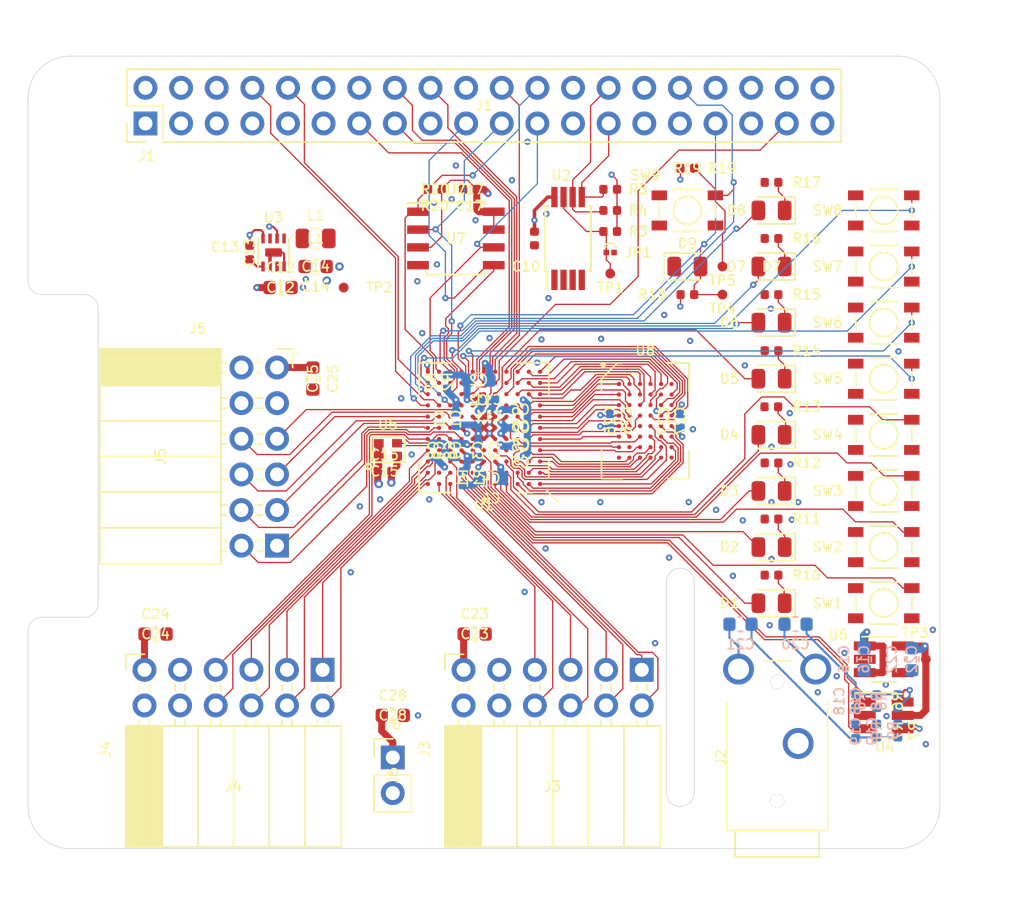
<source format=kicad_pcb>
(kicad_pcb (version 20171130) (host pcbnew 5.1.2+dfsg1-1)
  (layers (0 F.Cu signal) (1 In1.Cu power hide) (2 In2.Cu power hide) (31 B.Cu signal hide) (34 B.Paste user hide) (35 F.Paste user hide) (36 B.SilkS user hide) (37 F.SilkS user) (38 B.Mask user hide) (39 F.Mask user hide) (44 Edge.Cuts user))
  (net 0 "")
  (net 1 GND)
  (net 2 +1V2)
  (net 3 "Net-(C2-Pad2)")
  (net 4 "Net-(C2-Pad1)")
  (net 5 "Net-(C4-Pad2)")
  (net 6 "Net-(C4-Pad1)")
  (net 7 +3V3)
  (net 8 +5V)
  (net 9 "Net-(C13-Pad2)")
  (net 10 "Net-(C18-Pad1)")
  (net 11 "Net-(C19-Pad1)")
  (net 12 "Net-(C20-Pad1)")
  (net 13 "Net-(C21-Pad1)")
  (net 14 +3.3VDAC)
  (net 15 "Net-(D1-Pad1)")
  (net 16 /LED0)
  (net 17 /LED1)
  (net 18 "Net-(D2-Pad1)")
  (net 19 "Net-(D3-Pad1)")
  (net 20 /LED2)
  (net 21 /LED3)
  (net 22 "Net-(D4-Pad1)")
  (net 23 /LED4)
  (net 24 "Net-(D5-Pad1)")
  (net 25 "Net-(D6-Pad1)")
  (net 26 /LED5)
  (net 27 /LED6)
  (net 28 "Net-(D7-Pad1)")
  (net 29 "Net-(D8-Pad1)")
  (net 30 /LED7)
  (net 31 /GP13_FPGA_CDONE)
  (net 32 "Net-(J1-Pad3)")
  (net 33 "Net-(J1-Pad5)")
  (net 34 "Net-(J1-Pad7)")
  (net 35 /GP14_UART_TXD)
  (net 36 /GP15_UART_RXD)
  (net 37 "Net-(J1-Pad11)")
  (net 38 "Net-(J1-Pad12)")
  (net 39 /GP27_SDIO_DAT3)
  (net 40 /GP22_SDIO_CLK)
  (net 41 /GP23_SDIO_CMD)
  (net 42 /GP24_SDIO_DAT0)
  (net 43 /GP10_SPI_MOSI)
  (net 44 /GP9_SPI_MISO)
  (net 45 /GP25_SDIO_DAT1)
  (net 46 /GP11_SPI_SCK)
  (net 47 /GP8_SPI_~CS)
  (net 48 "Net-(J1-Pad26)")
  (net 49 /ID_SD)
  (net 50 /ID_SC)
  (net 51 "Net-(J1-Pad29)")
  (net 52 "Net-(J1-Pad31)")
  (net 53 /GP12_FPGA_~RST)
  (net 54 "Net-(J1-Pad35)")
  (net 55 "Net-(J1-Pad36)")
  (net 56 /GP26_SDIO_DAT2)
  (net 57 "Net-(J1-Pad38)")
  (net 58 "Net-(J1-Pad40)")
  (net 59 /IO0_0)
  (net 60 /IO0_1)
  (net 61 /IO0_2)
  (net 62 /IO0_3)
  (net 63 /IO0_4)
  (net 64 /IO0_5)
  (net 65 /IO0_6)
  (net 66 /IO0_7)
  (net 67 /IO1_7)
  (net 68 /IO1_6)
  (net 69 /IO1_5)
  (net 70 /IO1_4)
  (net 71 /IO1_3)
  (net 72 /IO1_2)
  (net 73 /IO1_1)
  (net 74 /IO1_0)
  (net 75 /IO2_0)
  (net 76 /IO2_1)
  (net 77 /IO2_2)
  (net 78 /IO2_3)
  (net 79 /IO2_4)
  (net 80 /IO2_5)
  (net 81 /IO2_6)
  (net 82 /IO2_7)
  (net 83 "Net-(JP1-Pad1)")
  (net 84 "Net-(L1-Pad1)")
  (net 85 "Net-(R6-Pad2)")
  (net 86 "Net-(R7-Pad2)")
  (net 87 /SW0)
  (net 88 /SW1)
  (net 89 /SW2)
  (net 90 /SW3)
  (net 91 /SW4)
  (net 92 /SW5)
  (net 93 /SW6)
  (net 94 /SW7)
  (net 95 /SRAM_DQ0)
  (net 96 /SRAM_DQ5)
  (net 97 /SRAM_DQ7)
  (net 98 /SRAM_DQ6)
  (net 99 /SRAM_DQ12)
  (net 100 /SRAM_A9)
  (net 101 /SRAM_A2)
  (net 102 /SRAM_A4)
  (net 103 /SRAM_A5)
  (net 104 /SRAM_A10)
  (net 105 /SRAM_DQ1)
  (net 106 /SRAM_DQ4)
  (net 107 /SRAM_DQ8)
  (net 108 /SRAM_DQ10)
  (net 109 /SRAM_DQ13)
  (net 110 /SRAM_DQ15)
  (net 111 /SRAM_A3)
  (net 112 /SRAM_A7)
  (net 113 /SRAM_A6)
  (net 114 /SRAM_A12)
  (net 115 /SRAM_DQ3)
  (net 116 /SRAM_DQ9)
  (net 117 /SRAM_DQ11)
  (net 118 /SRAM_A8)
  (net 119 /SRAM_A0)
  (net 120 /SRAM_A1)
  (net 121 /SRAM_A11)
  (net 122 /SRAM_A13)
  (net 123 /SRAM_A15)
  (net 124 /SRAM_DQ2)
  (net 125 /SRAM_DQ14)
  (net 126 /SRAM_A14)
  (net 127 /SRAM_A17)
  (net 128 /SRAM_A16)
  (net 129 /SRAM_~WE)
  (net 130 /SRAM_~OE)
  (net 131 /SRAM_~LB)
  (net 132 /SRAM_~UB)
  (net 133 /AUDIO_R_PWM)
  (net 134 "Net-(U1-PadB10)")
  (net 135 /CLK_OSC)
  (net 136 /AUDIO_L_PWM)
  (module Capacitor_SMD:C_0603_1608Metric (layer F.Cu) (at 109.0875 121.2)
    (fp_text reference C24 (at 0 -1.43) (layer F.SilkS) (effects (font (size 0.7 0.7) (thickness 0.12))))
    (fp_text value 1u)
    (fp_text user %R (at 0 0) (layer F.SilkS) (effects (font (size 0.7 0.7) (thickness 0.12))))
    (pad 1 smd roundrect (at -0.7875 0) (size 0.875 0.95) (layers F.Cu F.Paste F.Mask) (net 7 +3V3))
    (pad 2 smd roundrect (at 0.7875 0) (size 0.875 0.95) (layers F.Cu F.Paste F.Mask) (net 1 GND))
  )
  (module Connector_PinHeader_2.54mm:PinHeader_2x20_P2.54mm_Vertical (layer F.Cu) (at 108.37 84.8 90)
    (fp_text reference J1 (at -2.31 0.1 180) (layer F.SilkS) (effects (font (size 0.7 0.7) (thickness 0.12))))
    (fp_text value 2x20)
    (fp_text user %R (at 1.27 24.13) (layer F.SilkS) (effects (font (size 0.7 0.7) (thickness 0.12))))
    (pad 1 thru_hole rect (at 0 0 90) (size 1.7 1.7) (drill 1) (layers *.Cu *.Mask) (net 7 +3V3))
    (pad 2 thru_hole oval (at 2.54 0 90) (size 1.7 1.7) (drill 1) (layers *.Cu *.Mask) (net 8 +5V))
    (pad 3 thru_hole oval (at 0 2.54 90) (size 1.7 1.7) (drill 1) (layers *.Cu *.Mask) (net 32 "Net-(J1-Pad3)"))
    (pad 4 thru_hole oval (at 2.54 2.54 90) (size 1.7 1.7) (drill 1) (layers *.Cu *.Mask) (net 8 +5V))
    (pad 5 thru_hole oval (at 0 5.08 90) (size 1.7 1.7) (drill 1) (layers *.Cu *.Mask) (net 33 "Net-(J1-Pad5)"))
    (pad 6 thru_hole oval (at 2.54 5.08 90) (size 1.7 1.7) (drill 1) (layers *.Cu *.Mask) (net 1 GND))
    (pad 7 thru_hole oval (at 0 7.62 90) (size 1.7 1.7) (drill 1) (layers *.Cu *.Mask) (net 34 "Net-(J1-Pad7)"))
    (pad 8 thru_hole oval (at 2.54 7.62 90) (size 1.7 1.7) (drill 1) (layers *.Cu *.Mask) (net 35 /GP14_UART_TXD))
    (pad 9 thru_hole oval (at 0 10.16 90) (size 1.7 1.7) (drill 1) (layers *.Cu *.Mask) (net 1 GND))
    (pad 10 thru_hole oval (at 2.54 10.16 90) (size 1.7 1.7) (drill 1) (layers *.Cu *.Mask) (net 36 /GP15_UART_RXD))
    (pad 11 thru_hole oval (at 0 12.7 90) (size 1.7 1.7) (drill 1) (layers *.Cu *.Mask) (net 37 "Net-(J1-Pad11)"))
    (pad 12 thru_hole oval (at 2.54 12.7 90) (size 1.7 1.7) (drill 1) (layers *.Cu *.Mask) (net 38 "Net-(J1-Pad12)"))
    (pad 13 thru_hole oval (at 0 15.24 90) (size 1.7 1.7) (drill 1) (layers *.Cu *.Mask) (net 39 /GP27_SDIO_DAT3))
    (pad 14 thru_hole oval (at 2.54 15.24 90) (size 1.7 1.7) (drill 1) (layers *.Cu *.Mask) (net 1 GND))
    (pad 15 thru_hole oval (at 0 17.78 90) (size 1.7 1.7) (drill 1) (layers *.Cu *.Mask) (net 40 /GP22_SDIO_CLK))
    (pad 16 thru_hole oval (at 2.54 17.78 90) (size 1.7 1.7) (drill 1) (layers *.Cu *.Mask) (net 41 /GP23_SDIO_CMD))
    (pad 17 thru_hole oval (at 0 20.32 90) (size 1.7 1.7) (drill 1) (layers *.Cu *.Mask) (net 7 +3V3))
    (pad 18 thru_hole oval (at 2.54 20.32 90) (size 1.7 1.7) (drill 1) (layers *.Cu *.Mask) (net 42 /GP24_SDIO_DAT0))
    (pad 19 thru_hole oval (at 0 22.86 90) (size 1.7 1.7) (drill 1) (layers *.Cu *.Mask) (net 43 /GP10_SPI_MOSI))
    (pad 20 thru_hole oval (at 2.54 22.86 90) (size 1.7 1.7) (drill 1) (layers *.Cu *.Mask) (net 1 GND))
    (pad 21 thru_hole oval (at 0 25.4 90) (size 1.7 1.7) (drill 1) (layers *.Cu *.Mask) (net 44 /GP9_SPI_MISO))
    (pad 22 thru_hole oval (at 2.54 25.4 90) (size 1.7 1.7) (drill 1) (layers *.Cu *.Mask) (net 45 /GP25_SDIO_DAT1))
    (pad 23 thru_hole oval (at 0 27.94 90) (size 1.7 1.7) (drill 1) (layers *.Cu *.Mask) (net 46 /GP11_SPI_SCK))
    (pad 24 thru_hole oval (at 2.54 27.94 90) (size 1.7 1.7) (drill 1) (layers *.Cu *.Mask) (net 47 /GP8_SPI_~CS))
    (pad 25 thru_hole oval (at 0 30.48 90) (size 1.7 1.7) (drill 1) (layers *.Cu *.Mask) (net 1 GND))
    (pad 26 thru_hole oval (at 2.54 30.48 90) (size 1.7 1.7) (drill 1) (layers *.Cu *.Mask) (net 48 "Net-(J1-Pad26)"))
    (pad 27 thru_hole oval (at 0 33.02 90) (size 1.7 1.7) (drill 1) (layers *.Cu *.Mask) (net 49 /ID_SD))
    (pad 28 thru_hole oval (at 2.54 33.02 90) (size 1.7 1.7) (drill 1) (layers *.Cu *.Mask) (net 50 /ID_SC))
    (pad 29 thru_hole oval (at 0 35.56 90) (size 1.7 1.7) (drill 1) (layers *.Cu *.Mask) (net 51 "Net-(J1-Pad29)"))
    (pad 30 thru_hole oval (at 2.54 35.56 90) (size 1.7 1.7) (drill 1) (layers *.Cu *.Mask) (net 1 GND))
    (pad 31 thru_hole oval (at 0 38.1 90) (size 1.7 1.7) (drill 1) (layers *.Cu *.Mask) (net 52 "Net-(J1-Pad31)"))
    (pad 32 thru_hole oval (at 2.54 38.1 90) (size 1.7 1.7) (drill 1) (layers *.Cu *.Mask) (net 53 /GP12_FPGA_~RST))
    (pad 33 thru_hole oval (at 0 40.64 90) (size 1.7 1.7) (drill 1) (layers *.Cu *.Mask) (net 31 /GP13_FPGA_CDONE))
    (pad 34 thru_hole oval (at 2.54 40.64 90) (size 1.7 1.7) (drill 1) (layers *.Cu *.Mask) (net 1 GND))
    (pad 35 thru_hole oval (at 0 43.18 90) (size 1.7 1.7) (drill 1) (layers *.Cu *.Mask) (net 54 "Net-(J1-Pad35)"))
    (pad 36 thru_hole oval (at 2.54 43.18 90) (size 1.7 1.7) (drill 1) (layers *.Cu *.Mask) (net 55 "Net-(J1-Pad36)"))
    (pad 37 thru_hole oval (at 0 45.72 90) (size 1.7 1.7) (drill 1) (layers *.Cu *.Mask) (net 56 /GP26_SDIO_DAT2))
    (pad 38 thru_hole oval (at 2.54 45.72 90) (size 1.7 1.7) (drill 1) (layers *.Cu *.Mask) (net 57 "Net-(J1-Pad38)"))
    (pad 39 thru_hole oval (at 0 48.26 90) (size 1.7 1.7) (drill 1) (layers *.Cu *.Mask) (net 1 GND))
    (pad 40 thru_hole oval (at 2.54 48.26 90) (size 1.7 1.7) (drill 1) (layers *.Cu *.Mask) (net 58 "Net-(J1-Pad40)"))
  )
  (module fpga_hat:PTS815 (layer F.Cu) (at 161 103 270)
    (fp_text reference SW5 (at 0 4) (layer F.SilkS) (effects (font (size 0.7 0.7) (thickness 0.12))))
    (fp_text value PTS815)
    (pad 1 smd rect (at -1.075 -2) (size 1.1 0.7) (layers F.Cu F.Paste F.Mask) (net 91 /SW4))
    (pad 2 smd rect (at 1.075 -2) (size 1.1 0.7) (layers F.Cu F.Paste F.Mask) (net 1 GND))
    (pad ~ smd rect (at 1.075 2) (size 1.1 0.7) (layers F.Cu F.Paste F.Mask))
    (pad ~ smd rect (at -1.075 2) (size 1.1 0.7) (layers F.Cu F.Paste F.Mask))
  )
  (module fpga_hat:BGA-121_11x11_9.0x9.0mm (layer F.Cu) (at 132.5 106.5 180)
    (fp_text reference U1 (at 0 -5.5) (layer F.SilkS) (effects (font (size 0.7 0.7) (thickness 0.12))))
    (fp_text value iCE40-HX8k-BG121)
    (pad A1 smd circle (at -4 -4 180) (size 0.3 0.3) (layers F.Cu F.Paste F.Mask) (net 97 /SRAM_DQ7))
    (pad B1 smd circle (at -4 -3.2 180) (size 0.3 0.3) (layers F.Cu F.Paste F.Mask) (net 129 /SRAM_~WE))
    (pad C1 smd circle (at -4 -2.4 180) (size 0.3 0.3) (layers F.Cu F.Paste F.Mask) (net 100 /SRAM_A9))
    (pad D1 smd circle (at -4 -1.6 180) (size 0.3 0.3) (layers F.Cu F.Paste F.Mask) (net 114 /SRAM_A12))
    (pad E1 smd circle (at -4 -0.8 180) (size 0.3 0.3) (layers F.Cu F.Paste F.Mask) (net 125 /SRAM_DQ14))
    (pad F1 smd circle (at -4 0 180) (size 0.3 0.3) (layers F.Cu F.Paste F.Mask) (net 99 /SRAM_DQ12))
    (pad G1 smd circle (at -4 0.8 180) (size 0.3 0.3) (layers F.Cu F.Paste F.Mask) (net 107 /SRAM_DQ8))
    (pad H1 smd circle (at -4 1.6 180) (size 0.3 0.3) (layers F.Cu F.Paste F.Mask) (net 132 /SRAM_~UB))
    (pad J1 smd circle (at -4 2.4 180) (size 0.3 0.3) (layers F.Cu F.Paste F.Mask) (net 119 /SRAM_A0))
    (pad K1 smd circle (at -4 3.2 180) (size 0.3 0.3) (layers F.Cu F.Paste F.Mask) (net 102 /SRAM_A4))
    (pad L1 smd circle (at -4 4 180) (size 0.3 0.3) (layers F.Cu F.Paste F.Mask) (net 95 /SRAM_DQ0))
    (pad A2 smd circle (at -3.2 -4 180) (size 0.3 0.3) (layers F.Cu F.Paste F.Mask) (net 96 /SRAM_DQ5))
    (pad B2 smd circle (at -3.2 -3.2 180) (size 0.3 0.3) (layers F.Cu F.Paste F.Mask) (net 104 /SRAM_A10))
    (pad C2 smd circle (at -3.2 -2.4 180) (size 0.3 0.3) (layers F.Cu F.Paste F.Mask) (net 122 /SRAM_A13))
    (pad D2 smd circle (at -3.2 -1.6 180) (size 0.3 0.3) (layers F.Cu F.Paste F.Mask) (net 118 /SRAM_A8))
    (pad E2 smd circle (at -3.2 -0.8 180) (size 0.3 0.3) (layers F.Cu F.Paste F.Mask) (net 109 /SRAM_DQ13))
    (pad F2 smd circle (at -3.2 0 180) (size 0.3 0.3) (layers F.Cu F.Paste F.Mask) (net 116 /SRAM_DQ9))
    (pad G2 smd circle (at -3.2 0.8 180) (size 0.3 0.3) (layers F.Cu F.Paste F.Mask) (net 108 /SRAM_DQ10))
    (pad H2 smd circle (at -3.2 1.6 180) (size 0.3 0.3) (layers F.Cu F.Paste F.Mask) (net 130 /SRAM_~OE))
    (pad J2 smd circle (at -3.2 2.4 180) (size 0.3 0.3) (layers F.Cu F.Paste F.Mask) (net 111 /SRAM_A3))
    (pad K2 smd circle (at -3.2 3.2 180) (size 0.3 0.3) (layers F.Cu F.Paste F.Mask) (net 120 /SRAM_A1))
    (pad L2 smd circle (at -3.2 4 180) (size 0.3 0.3) (layers F.Cu F.Paste F.Mask) (net 113 /SRAM_A6))
    (pad A3 smd circle (at -2.4 -4 180) (size 0.3 0.3) (layers F.Cu F.Paste F.Mask) (net 106 /SRAM_DQ4))
    (pad B3 smd circle (at -2.4 -3.2 180) (size 0.3 0.3) (layers F.Cu F.Paste F.Mask) (net 98 /SRAM_DQ6))
    (pad C3 smd circle (at -2.4 -2.4 180) (size 0.3 0.3) (layers F.Cu F.Paste F.Mask) (net 123 /SRAM_A15))
    (pad D3 smd circle (at -2.4 -1.6 180) (size 0.3 0.3) (layers F.Cu F.Paste F.Mask) (net 121 /SRAM_A11))
    (pad E3 smd circle (at -2.4 -0.8 180) (size 0.3 0.3) (layers F.Cu F.Paste F.Mask) (net 126 /SRAM_A14))
    (pad F3 smd circle (at -2.4 0 180) (size 0.3 0.3) (layers F.Cu F.Paste F.Mask) (net 127 /SRAM_A17))
    (pad G3 smd circle (at -2.4 0.8 180) (size 0.3 0.3) (layers F.Cu F.Paste F.Mask) (net 117 /SRAM_DQ11))
    (pad H3 smd circle (at -2.4 1.6 180) (size 0.3 0.3) (layers F.Cu F.Paste F.Mask) (net 131 /SRAM_~LB))
    (pad J3 smd circle (at -2.4 2.4 180) (size 0.3 0.3) (layers F.Cu F.Paste F.Mask) (net 103 /SRAM_A5))
    (pad K3 smd circle (at -2.4 3.2 180) (size 0.3 0.3) (layers F.Cu F.Paste F.Mask) (net 101 /SRAM_A2))
    (pad L3 smd circle (at -2.4 4 180) (size 0.3 0.3) (layers F.Cu F.Paste F.Mask) (net 105 /SRAM_DQ1))
    (pad A4 smd circle (at -1.6 -4 180) (size 0.3 0.3) (layers F.Cu F.Paste F.Mask) (net 89 /SW2))
    (pad B4 smd circle (at -1.6 -3.2 180) (size 0.3 0.3) (layers F.Cu F.Paste F.Mask) (net 21 /LED3))
    (pad C4 smd circle (at -1.6 -2.4 180) (size 0.3 0.3) (layers F.Cu F.Paste F.Mask) (net 90 /SW3))
    (pad D4 smd circle (at -1.6 -1.6 180) (size 0.3 0.3) (layers F.Cu F.Paste F.Mask) (net 2 +1V2))
    (pad E4 smd circle (at -1.6 -0.8 180) (size 0.3 0.3) (layers F.Cu F.Paste F.Mask) (net 7 +3V3))
    (pad F4 smd circle (at -1.6 0 180) (size 0.3 0.3) (layers F.Cu F.Paste F.Mask) (net 110 /SRAM_DQ15))
    (pad G4 smd circle (at -1.6 0.8 180) (size 0.3 0.3) (layers F.Cu F.Paste F.Mask) (net 7 +3V3))
    (pad H4 smd circle (at -1.6 1.6 180) (size 0.3 0.3) (layers F.Cu F.Paste F.Mask) (net 2 +1V2))
    (pad J4 smd circle (at -1.6 2.4 180) (size 0.3 0.3) (layers F.Cu F.Paste F.Mask) (net 124 /SRAM_DQ2))
    (pad K4 smd circle (at -1.6 3.2 180) (size 0.3 0.3) (layers F.Cu F.Paste F.Mask) (net 115 /SRAM_DQ3))
    (pad L4 smd circle (at -1.6 4 180) (size 0.3 0.3) (layers F.Cu F.Paste F.Mask) (net 112 /SRAM_A7))
    (pad A5 smd circle (at -0.8 -4 180) (size 0.3 0.3) (layers F.Cu F.Paste F.Mask) (net 88 /SW1))
    (pad B5 smd circle (at -0.8 -3.2 180) (size 0.3 0.3) (layers F.Cu F.Paste F.Mask) (net 20 /LED2))
    (pad C5 smd circle (at -0.8 -2.4 180) (size 0.3 0.3) (layers F.Cu F.Paste F.Mask) (net 5 "Net-(C4-Pad2)"))
    (pad D5 smd circle (at -0.8 -1.6 180) (size 0.3 0.3) (layers F.Cu F.Paste F.Mask) (net 128 /SRAM_A16))
    (pad E5 smd circle (at -0.8 -0.8 180) (size 0.3 0.3) (layers F.Cu F.Paste F.Mask) (net 1 GND))
    (pad F5 smd circle (at -0.8 0 180) (size 0.3 0.3) (layers F.Cu F.Paste F.Mask) (net 1 GND))
    (pad G5 smd circle (at -0.8 0.8 180) (size 0.3 0.3) (layers F.Cu F.Paste F.Mask) (net 1 GND))
    (pad H5 smd circle (at -0.8 1.6 180) (size 0.3 0.3) (layers F.Cu F.Paste F.Mask) (net 1 GND))
    (pad J5 smd circle (at -0.8 2.4 180) (size 0.3 0.3) (layers F.Cu F.Paste F.Mask) (net 23 /LED4))
    (pad K5 smd circle (at -0.8 3.2 180) (size 0.3 0.3) (layers F.Cu F.Paste F.Mask) (net 56 /GP26_SDIO_DAT2))
    (pad L5 smd circle (at -0.8 4 180) (size 0.3 0.3) (layers F.Cu F.Paste F.Mask) (net 45 /GP25_SDIO_DAT1))
    (pad A6 smd circle (at 0 -4 180) (size 0.3 0.3) (layers F.Cu F.Paste F.Mask) (net 16 /LED0))
    (pad B6 smd circle (at 0 -3.2 180) (size 0.3 0.3) (layers F.Cu F.Paste F.Mask) (net 87 /SW0))
    (pad C6 smd circle (at 0 -2.4 180) (size 0.3 0.3) (layers F.Cu F.Paste F.Mask) (net 6 "Net-(C4-Pad1)"))
    (pad D6 smd circle (at 0 -1.6 180) (size 0.3 0.3) (layers F.Cu F.Paste F.Mask) (net 7 +3V3))
    (pad E6 smd circle (at 0 -0.8 180) (size 0.3 0.3) (layers F.Cu F.Paste F.Mask) (net 1 GND))
    (pad F6 smd circle (at 0 0 180) (size 0.3 0.3) (layers F.Cu F.Paste F.Mask) (net 1 GND))
    (pad G6 smd circle (at 0 0.8 180) (size 0.3 0.3) (layers F.Cu F.Paste F.Mask) (net 1 GND))
    (pad H6 smd circle (at 0 1.6 180) (size 0.3 0.3) (layers F.Cu F.Paste F.Mask) (net 7 +3V3))
    (pad J6 smd circle (at 0 2.4 180) (size 0.3 0.3) (layers F.Cu F.Paste F.Mask) (net 4 "Net-(C2-Pad1)"))
    (pad K6 smd circle (at 0 3.2 180) (size 0.3 0.3) (layers F.Cu F.Paste F.Mask) (net 40 /GP22_SDIO_CLK))
    (pad L6 smd circle (at 0 4 180) (size 0.3 0.3) (layers F.Cu F.Paste F.Mask) (net 3 "Net-(C2-Pad2)"))
    (pad A7 smd circle (at 0.8 -4 180) (size 0.3 0.3) (layers F.Cu F.Paste F.Mask) (net 63 /IO0_4))
    (pad B7 smd circle (at 0.8 -3.2 180) (size 0.3 0.3) (layers F.Cu F.Paste F.Mask) (net 136 /AUDIO_L_PWM))
    (pad C7 smd circle (at 0.8 -2.4 180) (size 0.3 0.3) (layers F.Cu F.Paste F.Mask) (net 133 /AUDIO_R_PWM))
    (pad D7 smd circle (at 0.8 -1.6 180) (size 0.3 0.3) (layers F.Cu F.Paste F.Mask) (net 17 /LED1))
    (pad E7 smd circle (at 0.8 -0.8 180) (size 0.3 0.3) (layers F.Cu F.Paste F.Mask) (net 1 GND))
    (pad F7 smd circle (at 0.8 0 180) (size 0.3 0.3) (layers F.Cu F.Paste F.Mask) (net 1 GND))
    (pad G7 smd circle (at 0.8 0.8 180) (size 0.3 0.3) (layers F.Cu F.Paste F.Mask) (net 1 GND))
    (pad H7 smd circle (at 0.8 1.6 180) (size 0.3 0.3) (layers F.Cu F.Paste F.Mask) (net 42 /GP24_SDIO_DAT0))
    (pad J7 smd circle (at 0.8 2.4 180) (size 0.3 0.3) (layers F.Cu F.Paste F.Mask) (net 41 /GP23_SDIO_CMD))
    (pad K7 smd circle (at 0.8 3.2 180) (size 0.3 0.3) (layers F.Cu F.Paste F.Mask) (net 39 /GP27_SDIO_DAT3))
    (pad L7 smd circle (at 0.8 4 180) (size 0.3 0.3) (layers F.Cu F.Paste F.Mask) (net 92 /SW5))
    (pad A8 smd circle (at 1.6 -4 180) (size 0.3 0.3) (layers F.Cu F.Paste F.Mask) (net 60 /IO0_1))
    (pad B8 smd circle (at 1.6 -3.2 180) (size 0.3 0.3) (layers F.Cu F.Paste F.Mask) (net 64 /IO0_5))
    (pad C8 smd circle (at 1.6 -2.4 180) (size 0.3 0.3) (layers F.Cu F.Paste F.Mask) (net 59 /IO0_0))
    (pad D8 smd circle (at 1.6 -1.6 180) (size 0.3 0.3) (layers F.Cu F.Paste F.Mask) (net 2 +1V2))
    (pad E8 smd circle (at 1.6 -0.8 180) (size 0.3 0.3) (layers F.Cu F.Paste F.Mask) (net 79 /IO2_4))
    (pad F8 smd circle (at 1.6 0 180) (size 0.3 0.3) (layers F.Cu F.Paste F.Mask) (net 7 +3V3))
    (pad G8 smd circle (at 1.6 0.8 180) (size 0.3 0.3) (layers F.Cu F.Paste F.Mask) (net 78 /IO2_3))
    (pad H8 smd circle (at 1.6 1.6 180) (size 0.3 0.3) (layers F.Cu F.Paste F.Mask) (net 2 +1V2))
    (pad J8 smd circle (at 1.6 2.4 180) (size 0.3 0.3) (layers F.Cu F.Paste F.Mask) (net 91 /SW4))
    (pad K8 smd circle (at 1.6 3.2 180) (size 0.3 0.3) (layers F.Cu F.Paste F.Mask) (net 31 /GP13_FPGA_CDONE))
    (pad L8 smd circle (at 1.6 4 180) (size 0.3 0.3) (layers F.Cu F.Paste F.Mask) (net 26 /LED5))
    (pad A9 smd circle (at 2.4 -4 180) (size 0.3 0.3) (layers F.Cu F.Paste F.Mask) (net 61 /IO0_2))
    (pad B9 smd circle (at 2.4 -3.2 180) (size 0.3 0.3) (layers F.Cu F.Paste F.Mask) (net 66 /IO0_7))
    (pad C9 smd circle (at 2.4 -2.4 180) (size 0.3 0.3) (layers F.Cu F.Paste F.Mask) (net 65 /IO0_6))
    (pad D9 smd circle (at 2.4 -1.6 180) (size 0.3 0.3) (layers F.Cu F.Paste F.Mask) (net 74 /IO1_0))
    (pad E9 smd circle (at 2.4 -0.8 180) (size 0.3 0.3) (layers F.Cu F.Paste F.Mask) (net 67 /IO1_7))
    (pad F9 smd circle (at 2.4 0 180) (size 0.3 0.3) (layers F.Cu F.Paste F.Mask) (net 76 /IO2_1))
    (pad G9 smd circle (at 2.4 0.8 180) (size 0.3 0.3) (layers F.Cu F.Paste F.Mask) (net 82 /IO2_7))
    (pad H9 smd circle (at 2.4 1.6 180) (size 0.3 0.3) (layers F.Cu F.Paste F.Mask) (net 94 /SW7))
    (pad J9 smd circle (at 2.4 2.4 180) (size 0.3 0.3) (layers F.Cu F.Paste F.Mask) (net 44 /GP9_SPI_MISO))
    (pad K9 smd circle (at 2.4 3.2 180) (size 0.3 0.3) (layers F.Cu F.Paste F.Mask) (net 43 /GP10_SPI_MOSI))
    (pad L9 smd circle (at 2.4 4 180) (size 0.3 0.3) (layers F.Cu F.Paste F.Mask) (net 53 /GP12_FPGA_~RST))
    (pad A10 smd circle (at 3.2 -4 180) (size 0.3 0.3) (layers F.Cu F.Paste F.Mask) (net 62 /IO0_3))
    (pad B10 smd circle (at 3.2 -3.2 180) (size 0.3 0.3) (layers F.Cu F.Paste F.Mask) (net 134 "Net-(U1-PadB10)"))
    (pad C10 smd circle (at 3.2 -2.4 180) (size 0.3 0.3) (layers F.Cu F.Paste F.Mask) (net 7 +3V3))
    (pad D10 smd circle (at 3.2 -1.6 180) (size 0.3 0.3) (layers F.Cu F.Paste F.Mask) (net 73 /IO1_1))
    (pad E10 smd circle (at 3.2 -0.8 180) (size 0.3 0.3) (layers F.Cu F.Paste F.Mask) (net 135 /CLK_OSC))
    (pad F10 smd circle (at 3.2 0 180) (size 0.3 0.3) (layers F.Cu F.Paste F.Mask) (net 75 /IO2_0))
    (pad G10 smd circle (at 3.2 0.8 180) (size 0.3 0.3) (layers F.Cu F.Paste F.Mask) (net 81 /IO2_6))
    (pad H10 smd circle (at 3.2 1.6 180) (size 0.3 0.3) (layers F.Cu F.Paste F.Mask) (net 35 /GP14_UART_TXD))
    (pad J10 smd circle (at 3.2 2.4 180) (size 0.3 0.3) (layers F.Cu F.Paste F.Mask) (net 36 /GP15_UART_RXD))
    (pad K10 smd circle (at 3.2 3.2 180) (size 0.3 0.3) (layers F.Cu F.Paste F.Mask) (net 47 /GP8_SPI_~CS))
    (pad L10 smd circle (at 3.2 4 180) (size 0.3 0.3) (layers F.Cu F.Paste F.Mask) (net 46 /GP11_SPI_SCK))
    (pad A11 smd circle (at 4 -4 180) (size 0.3 0.3) (layers F.Cu F.Paste F.Mask) (net 70 /IO1_4))
    (pad B11 smd circle (at 4 -3.2 180) (size 0.3 0.3) (layers F.Cu F.Paste F.Mask) (net 69 /IO1_5))
    (pad C11 smd circle (at 4 -2.4 180) (size 0.3 0.3) (layers F.Cu F.Paste F.Mask) (net 68 /IO1_6))
    (pad D11 smd circle (at 4 -1.6 180) (size 0.3 0.3) (layers F.Cu F.Paste F.Mask) (net 72 /IO1_2))
    (pad E11 smd circle (at 4 -0.8 180) (size 0.3 0.3) (layers F.Cu F.Paste F.Mask) (net 71 /IO1_3))
    (pad F11 smd circle (at 4 0 180) (size 0.3 0.3) (layers F.Cu F.Paste F.Mask) (net 80 /IO2_5))
    (pad G11 smd circle (at 4 0.8 180) (size 0.3 0.3) (layers F.Cu F.Paste F.Mask) (net 77 /IO2_2))
    (pad H11 smd circle (at 4 1.6 180) (size 0.3 0.3) (layers F.Cu F.Paste F.Mask) (net 30 /LED7))
    (pad J11 smd circle (at 4 2.4 180) (size 0.3 0.3) (layers F.Cu F.Paste F.Mask) (net 27 /LED6))
    (pad K11 smd circle (at 4 3.2 180) (size 0.3 0.3) (layers F.Cu F.Paste F.Mask) (net 93 /SW6))
    (pad L11 smd circle (at 4 4 180) (size 0.3 0.3) (layers F.Cu F.Paste F.Mask) (net 7 +3V3))
  )
  (module Capacitor_SMD:C_0402_1005Metric (layer B.Cu) (at 128.9 108.1 90)
    (fp_text reference C8 (at 0 1.17 90) (layer F.SilkS) (effects (font (size 0.7 0.7) (thickness 0.12)) (justify mirror)))
    (fp_text value 100n)
    (fp_text user %R (at 0 0 90) (layer F.SilkS) (effects (font (size 0.7 0.7) (thickness 0.12)) (justify mirror)))
    (pad 2 smd roundrect (at 0.485 0 90) (size 0.59 0.64) (layers B.Cu B.Paste B.Mask) (net 1 GND))
    (pad 1 smd roundrect (at -0.485 0 90) (size 0.59 0.64) (layers B.Cu B.Paste B.Mask) (net 7 +3V3))
  )
  (module fpga_hat:MOUNTHOLE_M2.5 (layer F.Cu) (at 161.5 83.5)
    (fp_text reference REF** hide)
    (fp_text value MOUNTHOLE_M2.5 hide)
    (pad "" np_thru_hole circle (at 0 0) (size 2.75 2.75) (drill 2.75) (layers *.Cu *.Mask) (thermal_gap 1.9))
  )
  (module fpga_hat:MOUNTHOLE_M2.5 (layer F.Cu) (at 161.5 133)
    (fp_text reference REF** hide)
    (fp_text value MOUNTHOLE_M2.5 hide)
    (pad "" np_thru_hole circle (at 0 0) (size 2.75 2.75) (drill 2.75) (layers *.Cu *.Mask) (thermal_gap 1.9))
  )
  (module fpga_hat:MOUNTHOLE_M2.5 (layer F.Cu) (at 103.5 133)
    (fp_text reference REF** hide)
    (fp_text value MOUNTHOLE_M2.5 hide)
    (pad "" np_thru_hole circle (at 0 0) (size 2.75 2.75) (drill 2.75) (layers *.Cu *.Mask) (thermal_gap 1.9))
  )
  (module fpga_hat:MOUNTHOLE_M2.5 (layer F.Cu) (at 103.5 83.5)
    (fp_text reference REF** hide)
    (fp_text value MOUNTHOLE_M2.5 hide)
    (pad "" np_thru_hole circle (at 0 0) (size 2.75 2.75) (drill 2.75) (layers *.Cu *.Mask) (thermal_gap 1.9))
  )
  (module Capacitor_SMD:C_0402_1005Metric (layer B.Cu) (at 130.5 105.885 270)
    (fp_text reference C1 (at 0 1.17 90) (layer F.SilkS) (effects (font (size 0.7 0.7) (thickness 0.12)) (justify mirror)))
    (fp_text value 100n)
    (fp_text user %R (at 0 0 90) (layer F.SilkS) (effects (font (size 0.7 0.7) (thickness 0.12)) (justify mirror)))
    (pad 2 smd roundrect (at 0.485 0 270) (size 0.59 0.64) (layers B.Cu B.Paste B.Mask) (net 1 GND))
    (pad 1 smd roundrect (at -0.485 0 270) (size 0.59 0.64) (layers B.Cu B.Paste B.Mask) (net 2 +1V2))
  )
  (module Capacitor_SMD:C_0603_1608Metric (layer B.Cu) (at 132.1125 103.1)
    (fp_text reference C2 (at 0 1.43) (layer F.SilkS) (effects (font (size 0.7 0.7) (thickness 0.12)) (justify mirror)))
    (fp_text value 4u7)
    (fp_text user %R (at 0 0) (layer F.SilkS) (effects (font (size 0.7 0.7) (thickness 0.12)) (justify mirror)))
    (pad 2 smd roundrect (at 0.7875 0) (size 0.875 0.95) (layers B.Cu B.Paste B.Mask) (net 3 "Net-(C2-Pad2)"))
    (pad 1 smd roundrect (at -0.7875 0) (size 0.875 0.95) (layers B.Cu B.Paste B.Mask) (net 4 "Net-(C2-Pad1)"))
  )
  (module Capacitor_SMD:C_0402_1005Metric (layer B.Cu) (at 132.1 108.1 90)
    (fp_text reference C3 (at 0 1.17 90) (layer F.SilkS) (effects (font (size 0.7 0.7) (thickness 0.12)) (justify mirror)))
    (fp_text value 100n)
    (fp_text user %R (at 0 0 90) (layer F.SilkS) (effects (font (size 0.7 0.7) (thickness 0.12)) (justify mirror)))
    (pad 1 smd roundrect (at -0.485 0 90) (size 0.59 0.64) (layers B.Cu B.Paste B.Mask) (net 2 +1V2))
    (pad 2 smd roundrect (at 0.485 0 90) (size 0.59 0.64) (layers B.Cu B.Paste B.Mask) (net 1 GND))
  )
  (module Capacitor_SMD:C_0603_1608Metric (layer B.Cu) (at 133 110.1)
    (fp_text reference C4 (at 0 1.43) (layer F.SilkS) (effects (font (size 0.7 0.7) (thickness 0.12)) (justify mirror)))
    (fp_text value 4u7)
    (fp_text user %R (at 0 0) (layer F.SilkS) (effects (font (size 0.7 0.7) (thickness 0.12)) (justify mirror)))
    (pad 1 smd roundrect (at -0.7875 0) (size 0.875 0.95) (layers B.Cu B.Paste B.Mask) (net 6 "Net-(C4-Pad1)"))
    (pad 2 smd roundrect (at 0.7875 0) (size 0.875 0.95) (layers B.Cu B.Paste B.Mask) (net 5 "Net-(C4-Pad2)"))
  )
  (module Capacitor_SMD:C_0402_1005Metric (layer B.Cu) (at 135.1 107.8)
    (fp_text reference C5 (at 0 1.17 180) (layer F.SilkS) (effects (font (size 0.7 0.7) (thickness 0.12)) (justify mirror)))
    (fp_text value 100n)
    (fp_text user %R (at 0 0 180) (layer F.SilkS) (effects (font (size 0.7 0.7) (thickness 0.12)) (justify mirror)))
    (pad 1 smd roundrect (at -0.485 0) (size 0.59 0.64) (layers B.Cu B.Paste B.Mask) (net 2 +1V2))
    (pad 2 smd roundrect (at 0.485 0) (size 0.59 0.64) (layers B.Cu B.Paste B.Mask) (net 1 GND))
  )
  (module Capacitor_SMD:C_0402_1005Metric (layer B.Cu) (at 135.1 105.2)
    (fp_text reference C6 (at 0 1.17) (layer F.SilkS) (effects (font (size 0.7 0.7) (thickness 0.12)) (justify mirror)))
    (fp_text value 100n)
    (fp_text user %R (at 0 0) (layer F.SilkS) (effects (font (size 0.7 0.7) (thickness 0.12)) (justify mirror)))
    (pad 2 smd roundrect (at 0.485 0) (size 0.59 0.64) (layers B.Cu B.Paste B.Mask) (net 1 GND))
    (pad 1 smd roundrect (at -0.485 0) (size 0.59 0.64) (layers B.Cu B.Paste B.Mask) (net 2 +1V2))
  )
  (module Capacitor_SMD:C_0402_1005Metric (layer B.Cu) (at 135.115 106.5)
    (fp_text reference C7 (at 0 1.17 180) (layer F.SilkS) (effects (font (size 0.7 0.7) (thickness 0.12)) (justify mirror)))
    (fp_text value 100n)
    (fp_text user %R (at 0 0 180) (layer F.SilkS) (effects (font (size 0.7 0.7) (thickness 0.12)) (justify mirror)))
    (pad 2 smd roundrect (at 0.485 0) (size 0.59 0.64) (layers B.Cu B.Paste B.Mask) (net 1 GND))
    (pad 1 smd roundrect (at -0.485 0) (size 0.59 0.64) (layers B.Cu B.Paste B.Mask) (net 7 +3V3))
  )
  (module Capacitor_SMD:C_0402_1005Metric (layer B.Cu) (at 130.5 108.1 270)
    (fp_text reference C9 (at 0 1.17 90) (layer F.SilkS) (effects (font (size 0.7 0.7) (thickness 0.12)) (justify mirror)))
    (fp_text value 100n)
    (fp_text user %R (at 0 0 90) (layer F.SilkS) (effects (font (size 0.7 0.7) (thickness 0.12)) (justify mirror)))
    (pad 2 smd roundrect (at 0.485 0 270) (size 0.59 0.64) (layers B.Cu B.Paste B.Mask) (net 1 GND))
    (pad 1 smd roundrect (at -0.485 0 270) (size 0.59 0.64) (layers B.Cu B.Paste B.Mask) (net 7 +3V3))
  )
  (module Capacitor_SMD:C_0402_1005Metric (layer F.Cu) (at 136.1 93 270)
    (fp_text reference C10 (at 2 0.6 180) (layer F.SilkS) (effects (font (size 0.7 0.7) (thickness 0.12))))
    (fp_text value 100n)
    (pad 1 smd roundrect (at -0.485 0 270) (size 0.59 0.64) (layers F.Cu F.Paste F.Mask) (net 7 +3V3))
    (pad 2 smd roundrect (at 0.485 0 270) (size 0.59 0.64) (layers F.Cu F.Paste F.Mask) (net 1 GND))
  )
  (module Capacitor_SMD:C_0402_1005Metric (layer B.Cu) (at 132.8 104.5)
    (fp_text reference C11 (at 0 1.17) (layer F.SilkS) (effects (font (size 0.7 0.7) (thickness 0.12)) (justify mirror)))
    (fp_text value 100n)
    (fp_text user %R (at 0 0) (layer F.SilkS) (effects (font (size 0.7 0.7) (thickness 0.12)) (justify mirror)))
    (pad 1 smd roundrect (at -0.485 0) (size 0.59 0.64) (layers B.Cu B.Paste B.Mask) (net 7 +3V3))
    (pad 2 smd roundrect (at 0.485 0) (size 0.59 0.64) (layers B.Cu B.Paste B.Mask) (net 1 GND))
  )
  (module Capacitor_SMD:C_0603_1608Metric (layer F.Cu) (at 118 96.5)
    (fp_text reference C12 (at 0 -1.43) (layer F.SilkS) (effects (font (size 0.7 0.7) (thickness 0.12))))
    (fp_text value 4u7)
    (fp_text user %R (at 0 0) (layer F.SilkS) (effects (font (size 0.7 0.7) (thickness 0.12))))
    (pad 2 smd roundrect (at 0.7875 0) (size 0.875 0.95) (layers F.Cu F.Paste F.Mask) (net 1 GND))
    (pad 1 smd roundrect (at -0.7875 0) (size 0.875 0.95) (layers F.Cu F.Paste F.Mask) (net 8 +5V))
  )
  (module Capacitor_SMD:C_0402_1005Metric (layer F.Cu) (at 115.8 94 270)
    (fp_text reference C13 (at -0.4 1.75 180) (layer F.SilkS) (effects (font (size 0.7 0.7) (thickness 0.12))))
    (fp_text value 560p)
    (fp_text user %R (at 0 0 90) (layer F.SilkS) (effects (font (size 0.7 0.7) (thickness 0.12))))
    (pad 1 smd roundrect (at -0.485 0 270) (size 0.59 0.64) (layers F.Cu F.Paste F.Mask) (net 2 +1V2))
    (pad 2 smd roundrect (at 0.485 0 270) (size 0.59 0.64) (layers F.Cu F.Paste F.Mask) (net 9 "Net-(C13-Pad2)"))
  )
  (module Capacitor_SMD:C_0603_1608Metric (layer F.Cu) (at 120.5 95 180)
    (fp_text reference C14 (at 0 -1.43) (layer F.SilkS) (effects (font (size 0.7 0.7) (thickness 0.12))))
    (fp_text value 4u7)
    (fp_text user %R (at 0 0) (layer F.SilkS) (effects (font (size 0.7 0.7) (thickness 0.12))))
    (pad 2 smd roundrect (at 0.7875 0 180) (size 0.875 0.95) (layers F.Cu F.Paste F.Mask) (net 1 GND))
    (pad 1 smd roundrect (at -0.7875 0 180) (size 0.875 0.95) (layers F.Cu F.Paste F.Mask) (net 2 +1V2))
  )
  (module Capacitor_SMD:C_0402_1005Metric (layer F.Cu) (at 125.415 109.6)
    (fp_text reference C15 (at 0 -1.17) (layer F.SilkS) (effects (font (size 0.7 0.7) (thickness 0.12))))
    (fp_text value 100n)
    (fp_text user %R (at 0 0) (layer F.SilkS) (effects (font (size 0.7 0.7) (thickness 0.12))))
    (pad 2 smd roundrect (at 0.485 0) (size 0.59 0.64) (layers F.Cu F.Paste F.Mask) (net 1 GND))
    (pad 1 smd roundrect (at -0.485 0) (size 0.59 0.64) (layers F.Cu F.Paste F.Mask) (net 7 +3V3))
  )
  (module Capacitor_SMD:C_0603_1608Metric (layer B.Cu) (at 159.6 123 270)
    (fp_text reference C16 (at 0 1.43 90) (layer B.SilkS) (effects (font (size 0.7 0.7) (thickness 0.12)) (justify mirror)))
    (fp_text value 1u)
    (fp_text user %R (at 0 0 90) (layer B.SilkS) (effects (font (size 0.7 0.7) (thickness 0.12)) (justify mirror)))
    (pad 1 smd roundrect (at -0.7875 0 270) (size 0.875 0.95) (layers B.Cu B.Paste B.Mask) (net 8 +5V))
    (pad 2 smd roundrect (at 0.7875 0 270) (size 0.875 0.95) (layers B.Cu B.Paste B.Mask) (net 1 GND))
  )
  (module Capacitor_SMD:C_0402_1005Metric (layer F.Cu) (at 131.5 89.5 180)
    (fp_text reference C17 (at 0 -1.17) (layer F.SilkS) (effects (font (size 0.7 0.7) (thickness 0.12))))
    (fp_text value 100n)
    (fp_text user %R (at 0 0) (layer F.SilkS) (effects (font (size 0.7 0.7) (thickness 0.12))))
    (pad 1 smd roundrect (at -0.485 0 180) (size 0.59 0.64) (layers F.Cu F.Paste F.Mask) (net 7 +3V3))
    (pad 2 smd roundrect (at 0.485 0 180) (size 0.59 0.64) (layers F.Cu F.Paste F.Mask) (net 1 GND))
  )
  (module Capacitor_SMD:C_0402_1005Metric (layer B.Cu) (at 159 125.985 270)
    (fp_text reference C18 (at 0 1.17 90) (layer B.SilkS) (effects (font (size 0.7 0.7) (thickness 0.12)) (justify mirror)))
    (fp_text value 100n)
    (fp_text user %R (at 0 0 90) (layer B.SilkS) (effects (font (size 0.7 0.7) (thickness 0.12)) (justify mirror)))
    (pad 1 smd roundrect (at -0.485 0 270) (size 0.59 0.64) (layers B.Cu B.Paste B.Mask) (net 10 "Net-(C18-Pad1)"))
    (pad 2 smd roundrect (at 0.485 0 270) (size 0.59 0.64) (layers B.Cu B.Paste B.Mask) (net 1 GND))
  )
  (module Capacitor_SMD:C_0402_1005Metric (layer B.Cu) (at 159 128.135 90)
    (fp_text reference C19 (at 0 1.17 90) (layer B.SilkS) (effects (font (size 0.7 0.7) (thickness 0.12)) (justify mirror)))
    (fp_text value 100n)
    (fp_text user %R (at 0 0 90) (layer B.SilkS) (effects (font (size 0.7 0.7) (thickness 0.12)) (justify mirror)))
    (pad 1 smd roundrect (at -0.485 0 90) (size 0.59 0.64) (layers B.Cu B.Paste B.Mask) (net 11 "Net-(C19-Pad1)"))
    (pad 2 smd roundrect (at 0.485 0 90) (size 0.59 0.64) (layers B.Cu B.Paste B.Mask) (net 1 GND))
  )
  (module Capacitor_SMD:C_0603_1608Metric (layer B.Cu) (at 154.7125 120.5)
    (fp_text reference C20 (at 0 1.43) (layer B.SilkS) (effects (font (size 0.7 0.7) (thickness 0.12)) (justify mirror)))
    (fp_text value 4u7)
    (pad 1 smd roundrect (at -0.7875 0) (size 0.875 0.95) (layers B.Cu B.Paste B.Mask) (net 12 "Net-(C20-Pad1)"))
    (pad 2 smd roundrect (at 0.7875 0) (size 0.875 0.95) (layers B.Cu B.Paste B.Mask) (net 10 "Net-(C18-Pad1)"))
  )
  (module Capacitor_SMD:C_0603_1608Metric (layer B.Cu) (at 150.7875 120.5)
    (fp_text reference C21 (at 0 1.43) (layer B.SilkS) (effects (font (size 0.7 0.7) (thickness 0.12)) (justify mirror)))
    (fp_text value 4u7)
    (pad 1 smd roundrect (at -0.7875 0) (size 0.875 0.95) (layers B.Cu B.Paste B.Mask) (net 13 "Net-(C21-Pad1)"))
    (pad 2 smd roundrect (at 0.7875 0) (size 0.875 0.95) (layers B.Cu B.Paste B.Mask) (net 11 "Net-(C19-Pad1)"))
  )
  (module Capacitor_SMD:C_0603_1608Metric (layer B.Cu) (at 163 123 270)
    (fp_text reference C22 (at 0 1.43 90) (layer B.SilkS) (effects (font (size 0.7 0.7) (thickness 0.12)) (justify mirror)))
    (fp_text value 1u)
    (fp_text user %R (at 0 0 90) (layer B.SilkS) (effects (font (size 0.7 0.7) (thickness 0.12)) (justify mirror)))
    (pad 2 smd roundrect (at 0.7875 0 270) (size 0.875 0.95) (layers B.Cu B.Paste B.Mask) (net 1 GND))
    (pad 1 smd roundrect (at -0.7875 0 270) (size 0.875 0.95) (layers B.Cu B.Paste B.Mask) (net 14 +3.3VDAC))
  )
  (module Capacitor_SMD:C_0603_1608Metric (layer F.Cu) (at 131.8375 121.2)
    (fp_text reference C23 (at 0 -1.43) (layer F.SilkS) (effects (font (size 0.7 0.7) (thickness 0.12))))
    (fp_text value 1u)
    (fp_text user %R (at 0 0) (layer F.SilkS) (effects (font (size 0.7 0.7) (thickness 0.12))))
    (pad 2 smd roundrect (at 0.7875 0) (size 0.875 0.95) (layers F.Cu F.Paste F.Mask) (net 1 GND))
    (pad 1 smd roundrect (at -0.7875 0) (size 0.875 0.95) (layers F.Cu F.Paste F.Mask) (net 7 +3V3))
  )
  (module Capacitor_SMD:C_0603_1608Metric (layer F.Cu) (at 120.3 102.9875 270)
    (fp_text reference C25 (at 0 -1.43 90) (layer F.SilkS) (effects (font (size 0.7 0.7) (thickness 0.12))))
    (fp_text value 1u)
    (fp_text user %R (at 0 0 90) (layer F.SilkS) (effects (font (size 0.7 0.7) (thickness 0.12))))
    (pad 2 smd roundrect (at 0.7875 0 270) (size 0.875 0.95) (layers F.Cu F.Paste F.Mask) (net 1 GND))
    (pad 1 smd roundrect (at -0.7875 0 270) (size 0.875 0.95) (layers F.Cu F.Paste F.Mask) (net 7 +3V3))
  )
  (module Capacitor_SMD:C_0402_1005Metric (layer B.Cu) (at 141.5 106 90)
    (fp_text reference C26 (at 0 1.17 270) (layer F.SilkS) (effects (font (size 0.7 0.7) (thickness 0.12)) (justify mirror)))
    (fp_text value 100n)
    (fp_text user %R (at 0 0 270) (layer F.SilkS) (effects (font (size 0.7 0.7) (thickness 0.12)) (justify mirror)))
    (pad 1 smd roundrect (at -0.485 0 90) (size 0.59 0.64) (layers B.Cu B.Paste B.Mask) (net 7 +3V3))
    (pad 2 smd roundrect (at 0.485 0 90) (size 0.59 0.64) (layers B.Cu B.Paste B.Mask) (net 1 GND))
  )
  (module Capacitor_SMD:C_0402_1005Metric (layer B.Cu) (at 146.5 106 270)
    (fp_text reference C27 (at 0 1.17 270) (layer F.SilkS) (effects (font (size 0.7 0.7) (thickness 0.12)) (justify mirror)))
    (fp_text value 100n)
    (fp_text user %R (at 0 0 270) (layer F.SilkS) (effects (font (size 0.7 0.7) (thickness 0.12)) (justify mirror)))
    (pad 2 smd roundrect (at 0.485 0 270) (size 0.59 0.64) (layers B.Cu B.Paste B.Mask) (net 1 GND))
    (pad 1 smd roundrect (at -0.485 0 270) (size 0.59 0.64) (layers B.Cu B.Paste B.Mask) (net 7 +3V3))
  )
  (module Capacitor_SMD:C_0603_1608Metric (layer F.Cu) (at 126 127)
    (fp_text reference C28 (at 0 -1.43) (layer F.SilkS) (effects (font (size 0.7 0.7) (thickness 0.12))))
    (fp_text value 1u)
    (fp_text user %R (at 0 0) (layer F.SilkS) (effects (font (size 0.7 0.7) (thickness 0.12))))
    (pad 1 smd roundrect (at -0.7875 0) (size 0.875 0.95) (layers F.Cu F.Paste F.Mask) (net 8 +5V))
    (pad 2 smd roundrect (at 0.7875 0) (size 0.875 0.95) (layers F.Cu F.Paste F.Mask) (net 1 GND))
  )
  (module LED_SMD:LED_0805_2012Metric (layer F.Cu) (at 153 119 180)
    (fp_text reference D1 (at 3 0) (layer F.SilkS) (effects (font (size 0.7 0.7) (thickness 0.12))))
    (fp_text value LED)
    (pad 1 smd roundrect (at -0.9375 0 180) (size 0.975 1.4) (layers F.Cu F.Paste F.Mask) (net 15 "Net-(D1-Pad1)"))
    (pad 2 smd roundrect (at 0.9375 0 180) (size 0.975 1.4) (layers F.Cu F.Paste F.Mask) (net 16 /LED0))
  )
  (module LED_SMD:LED_0805_2012Metric (layer F.Cu) (at 153 115 180)
    (fp_text reference D2 (at 3 0) (layer F.SilkS) (effects (font (size 0.7 0.7) (thickness 0.12))))
    (fp_text value LED)
    (pad 1 smd roundrect (at -0.9375 0 180) (size 0.975 1.4) (layers F.Cu F.Paste F.Mask) (net 18 "Net-(D2-Pad1)"))
    (pad 2 smd roundrect (at 0.9375 0 180) (size 0.975 1.4) (layers F.Cu F.Paste F.Mask) (net 17 /LED1))
  )
  (module LED_SMD:LED_0805_2012Metric (layer F.Cu) (at 153 111 180)
    (fp_text reference D3 (at 3 0) (layer F.SilkS) (effects (font (size 0.7 0.7) (thickness 0.12))))
    (fp_text value LED)
    (pad 2 smd roundrect (at 0.9375 0 180) (size 0.975 1.4) (layers F.Cu F.Paste F.Mask) (net 20 /LED2))
    (pad 1 smd roundrect (at -0.9375 0 180) (size 0.975 1.4) (layers F.Cu F.Paste F.Mask) (net 19 "Net-(D3-Pad1)"))
  )
  (module LED_SMD:LED_0805_2012Metric (layer F.Cu) (at 153 107 180)
    (fp_text reference D4 (at 3 0) (layer F.SilkS) (effects (font (size 0.7 0.7) (thickness 0.12))))
    (fp_text value LED)
    (pad 1 smd roundrect (at -0.9375 0 180) (size 0.975 1.4) (layers F.Cu F.Paste F.Mask) (net 22 "Net-(D4-Pad1)"))
    (pad 2 smd roundrect (at 0.9375 0 180) (size 0.975 1.4) (layers F.Cu F.Paste F.Mask) (net 21 /LED3))
  )
  (module LED_SMD:LED_0805_2012Metric (layer F.Cu) (at 153 103 180)
    (fp_text reference D5 (at 3 0) (layer F.SilkS) (effects (font (size 0.7 0.7) (thickness 0.12))))
    (fp_text value LED)
    (pad 2 smd roundrect (at 0.9375 0 180) (size 0.975 1.4) (layers F.Cu F.Paste F.Mask) (net 23 /LED4))
    (pad 1 smd roundrect (at -0.9375 0 180) (size 0.975 1.4) (layers F.Cu F.Paste F.Mask) (net 24 "Net-(D5-Pad1)"))
  )
  (module LED_SMD:LED_0805_2012Metric (layer F.Cu) (at 153 99 180)
    (fp_text reference D6 (at 3 0) (layer F.SilkS) (effects (font (size 0.7 0.7) (thickness 0.12))))
    (fp_text value LED)
    (pad 1 smd roundrect (at -0.9375 0 180) (size 0.975 1.4) (layers F.Cu F.Paste F.Mask) (net 25 "Net-(D6-Pad1)"))
    (pad 2 smd roundrect (at 0.9375 0 180) (size 0.975 1.4) (layers F.Cu F.Paste F.Mask) (net 26 /LED5))
  )
  (module LED_SMD:LED_0805_2012Metric (layer F.Cu) (at 153 95 180)
    (fp_text reference D7 (at 2.5 0) (layer F.SilkS) (effects (font (size 0.7 0.7) (thickness 0.12))))
    (fp_text value LED)
    (fp_text user %R (at 0 0) (layer F.SilkS) (effects (font (size 0.7 0.7) (thickness 0.12))))
    (pad 2 smd roundrect (at 0.9375 0 180) (size 0.975 1.4) (layers F.Cu F.Paste F.Mask) (net 27 /LED6))
    (pad 1 smd roundrect (at -0.9375 0 180) (size 0.975 1.4) (layers F.Cu F.Paste F.Mask) (net 28 "Net-(D7-Pad1)"))
  )
  (module LED_SMD:LED_0805_2012Metric (layer F.Cu) (at 153 91 180)
    (fp_text reference D8 (at 2.5 0) (layer F.SilkS) (effects (font (size 0.7 0.7) (thickness 0.12))))
    (fp_text value LED)
    (pad 1 smd roundrect (at -0.9375 0 180) (size 0.975 1.4) (layers F.Cu F.Paste F.Mask) (net 29 "Net-(D8-Pad1)"))
    (pad 2 smd roundrect (at 0.9375 0 180) (size 0.975 1.4) (layers F.Cu F.Paste F.Mask) (net 30 /LED7))
  )
  (module LED_SMD:LED_0805_2012Metric (layer F.Cu) (at 147 95)
    (fp_text reference D9 (at 0 -1.65) (layer F.SilkS) (effects (font (size 0.7 0.7) (thickness 0.12))))
    (fp_text value LED)
    (pad 2 smd roundrect (at 0.9375 0) (size 0.975 1.4) (layers F.Cu F.Paste F.Mask) (net 31 /GP13_FPGA_CDONE))
    (pad 1 smd roundrect (at -0.9375 0) (size 0.975 1.4) (layers F.Cu F.Paste F.Mask) (net 1 GND))
  )
  (module fpga_hat:STX-3000_TRS_3.5mm (layer F.Cu) (at 153.4 129 90)
    (fp_text reference J2 (at -1 -4 90) (layer F.SilkS) (effects (font (size 0.7 0.7) (thickness 0.12))))
    (fp_text value AudioJack3)
    (pad ~ thru_hole circle (at -4.1 0 90) (size 1 1) (drill 1) (layers *.Cu *.Mask))
    (pad ~ thru_hole circle (at 4.4 0 90) (size 1 1) (drill 1) (layers *.Cu *.Mask))
    (pad S thru_hole circle (at 0 1.5 90) (size 2.2 2.2) (drill 1.5) (layers *.Cu *.Mask) (net 1 GND))
    (pad R thru_hole circle (at 5.3 -2.75 90) (size 2.2 2.2) (drill 1.5) (layers *.Cu *.Mask) (net 13 "Net-(C21-Pad1)"))
    (pad T thru_hole circle (at 5.3 2.75 90) (size 2.2 2.2) (drill 1.5) (layers *.Cu *.Mask) (net 12 "Net-(C20-Pad1)"))
  )
  (module fpga_hat:PinSocket_2x06_P2.54mm_Horizontal (layer F.Cu) (at 143.75 123.75 90)
    (fp_text reference J3 (at -5.65 -15.47 90) (layer F.SilkS) (effects (font (size 0.7 0.7) (thickness 0.12))))
    (fp_text value Conn_02x06_Top_Bottom)
    (fp_text user %R (at -8.315 -6.35) (layer F.SilkS) (effects (font (size 0.7 0.7) (thickness 0.12))))
    (pad 6 thru_hole circle (at 0 -12.7 90) (size 1.7 1.7) (drill 1) (layers *.Cu *.Mask) (net 7 +3V3))
    (pad 12 thru_hole oval (at -2.54 -12.7 90) (size 1.7 1.7) (drill 1) (layers *.Cu *.Mask) (net 7 +3V3))
    (pad 5 thru_hole oval (at 0 -10.16 90) (size 1.7 1.7) (drill 1) (layers *.Cu *.Mask) (net 1 GND))
    (pad 11 thru_hole oval (at -2.54 -10.16 90) (size 1.7 1.7) (drill 1) (layers *.Cu *.Mask) (net 1 GND))
    (pad 4 thru_hole oval (at 0 -7.62 90) (size 1.7 1.7) (drill 1) (layers *.Cu *.Mask) (net 62 /IO0_3))
    (pad 10 thru_hole oval (at -2.54 -7.62 90) (size 1.7 1.7) (drill 1) (layers *.Cu *.Mask) (net 66 /IO0_7))
    (pad 3 thru_hole oval (at 0 -5.08 90) (size 1.7 1.7) (drill 1) (layers *.Cu *.Mask) (net 61 /IO0_2))
    (pad 9 thru_hole oval (at -2.54 -5.08 90) (size 1.7 1.7) (drill 1) (layers *.Cu *.Mask) (net 65 /IO0_6))
    (pad 2 thru_hole oval (at 0 -2.54 90) (size 1.7 1.7) (drill 1) (layers *.Cu *.Mask) (net 60 /IO0_1))
    (pad 8 thru_hole oval (at -2.54 -2.54 90) (size 1.7 1.7) (drill 1) (layers *.Cu *.Mask) (net 64 /IO0_5))
    (pad 1 thru_hole rect (at 0 0 90) (size 1.7 1.7) (drill 1) (layers *.Cu *.Mask) (net 59 /IO0_0))
    (pad 7 thru_hole oval (at -2.54 0 90) (size 1.7 1.7) (drill 1) (layers *.Cu *.Mask) (net 63 /IO0_4))
  )
  (module fpga_hat:PinSocket_2x06_P2.54mm_Horizontal (layer F.Cu) (at 121 123.75 90)
    (fp_text reference J4 (at -5.65 -15.47 90) (layer F.SilkS) (effects (font (size 0.7 0.7) (thickness 0.12))))
    (fp_text value Conn_02x06_Top_Bottom)
    (fp_text user %R (at -8.315 -6.35) (layer F.SilkS) (effects (font (size 0.7 0.7) (thickness 0.12))))
    (pad 7 thru_hole oval (at -2.54 0 90) (size 1.7 1.7) (drill 1) (layers *.Cu *.Mask) (net 70 /IO1_4))
    (pad 1 thru_hole rect (at 0 0 90) (size 1.7 1.7) (drill 1) (layers *.Cu *.Mask) (net 74 /IO1_0))
    (pad 8 thru_hole oval (at -2.54 -2.54 90) (size 1.7 1.7) (drill 1) (layers *.Cu *.Mask) (net 69 /IO1_5))
    (pad 2 thru_hole oval (at 0 -2.54 90) (size 1.7 1.7) (drill 1) (layers *.Cu *.Mask) (net 73 /IO1_1))
    (pad 9 thru_hole oval (at -2.54 -5.08 90) (size 1.7 1.7) (drill 1) (layers *.Cu *.Mask) (net 68 /IO1_6))
    (pad 3 thru_hole oval (at 0 -5.08 90) (size 1.7 1.7) (drill 1) (layers *.Cu *.Mask) (net 72 /IO1_2))
    (pad 10 thru_hole oval (at -2.54 -7.62 90) (size 1.7 1.7) (drill 1) (layers *.Cu *.Mask) (net 67 /IO1_7))
    (pad 4 thru_hole oval (at 0 -7.62 90) (size 1.7 1.7) (drill 1) (layers *.Cu *.Mask) (net 71 /IO1_3))
    (pad 11 thru_hole oval (at -2.54 -10.16 90) (size 1.7 1.7) (drill 1) (layers *.Cu *.Mask) (net 1 GND))
    (pad 5 thru_hole oval (at 0 -10.16 90) (size 1.7 1.7) (drill 1) (layers *.Cu *.Mask) (net 1 GND))
    (pad 12 thru_hole oval (at -2.54 -12.7 90) (size 1.7 1.7) (drill 1) (layers *.Cu *.Mask) (net 7 +3V3))
    (pad 6 thru_hole circle (at 0 -12.7 90) (size 1.7 1.7) (drill 1) (layers *.Cu *.Mask) (net 7 +3V3))
  )
  (module fpga_hat:PinSocket_2x06_P2.54mm_Horizontal (layer F.Cu) (at 117.75 114.9)
    (fp_text reference J5 (at -5.65 -15.47) (layer F.SilkS) (effects (font (size 0.7 0.7) (thickness 0.12))))
    (fp_text value Conn_02x06_Top_Bottom)
    (fp_text user %R (at -8.315 -6.35 90) (layer F.SilkS) (effects (font (size 0.7 0.7) (thickness 0.12))))
    (pad 6 thru_hole circle (at 0 -12.7) (size 1.7 1.7) (drill 1) (layers *.Cu *.Mask) (net 7 +3V3))
    (pad 12 thru_hole oval (at -2.54 -12.7) (size 1.7 1.7) (drill 1) (layers *.Cu *.Mask) (net 7 +3V3))
    (pad 5 thru_hole oval (at 0 -10.16) (size 1.7 1.7) (drill 1) (layers *.Cu *.Mask) (net 1 GND))
    (pad 11 thru_hole oval (at -2.54 -10.16) (size 1.7 1.7) (drill 1) (layers *.Cu *.Mask) (net 1 GND))
    (pad 4 thru_hole oval (at 0 -7.62) (size 1.7 1.7) (drill 1) (layers *.Cu *.Mask) (net 78 /IO2_3))
    (pad 10 thru_hole oval (at -2.54 -7.62) (size 1.7 1.7) (drill 1) (layers *.Cu *.Mask) (net 82 /IO2_7))
    (pad 3 thru_hole oval (at 0 -5.08) (size 1.7 1.7) (drill 1) (layers *.Cu *.Mask) (net 77 /IO2_2))
    (pad 9 thru_hole oval (at -2.54 -5.08) (size 1.7 1.7) (drill 1) (layers *.Cu *.Mask) (net 81 /IO2_6))
    (pad 2 thru_hole oval (at 0 -2.54) (size 1.7 1.7) (drill 1) (layers *.Cu *.Mask) (net 76 /IO2_1))
    (pad 8 thru_hole oval (at -2.54 -2.54) (size 1.7 1.7) (drill 1) (layers *.Cu *.Mask) (net 80 /IO2_5))
    (pad 1 thru_hole rect (at 0 0) (size 1.7 1.7) (drill 1) (layers *.Cu *.Mask) (net 75 /IO2_0))
    (pad 7 thru_hole oval (at -2.54 0) (size 1.7 1.7) (drill 1) (layers *.Cu *.Mask) (net 79 /IO2_4))
  )
  (module Connector_PinHeader_2.54mm:PinHeader_1x02_P2.54mm_Vertical (layer F.Cu) (at 126 130)
    (fp_text reference J6 (at 0 -2.33) (layer F.SilkS) (effects (font (size 0.7 0.7) (thickness 0.12))))
    (fp_text value Conn_01x02)
    (fp_text user %R (at 0 1.27 90) (layer F.SilkS) (effects (font (size 0.7 0.7) (thickness 0.12))))
    (pad 1 thru_hole rect (at 0 0) (size 1.7 1.7) (drill 1) (layers *.Cu *.Mask) (net 8 +5V))
    (pad 2 thru_hole oval (at 0 2.54) (size 1.7 1.7) (drill 1) (layers *.Cu *.Mask) (net 1 GND))
  )
  (module fpga_hat:SOLDER_JUMP (layer F.Cu) (at 141.5 94 90)
    (fp_text reference JP1 (at 0 2 180) (layer F.SilkS) (effects (font (size 0.7 0.7) (thickness 0.12))))
    (fp_text value "Solder jumper")
    (pad 1 smd rect (at 0 -0.275 90) (size 0.4 0.4) (layers F.Cu F.Paste F.Mask) (net 83 "Net-(JP1-Pad1)"))
    (pad 2 smd rect (at 0 0.275 90) (size 0.4 0.4) (layers F.Cu F.Paste F.Mask) (net 1 GND))
  )
  (module Inductor_SMD:L_0805_2012Metric (layer F.Cu) (at 120.5 93)
    (fp_text reference L1 (at 0 -1.65) (layer F.SilkS) (effects (font (size 0.7 0.7) (thickness 0.12))))
    (fp_text value 1u)
    (fp_text user %R (at 0 0) (layer F.SilkS) (effects (font (size 0.7 0.7) (thickness 0.12))))
    (pad 1 smd roundrect (at -0.9375 0) (size 0.975 1.4) (layers F.Cu F.Paste F.Mask) (net 84 "Net-(L1-Pad1)"))
    (pad 2 smd roundrect (at 0.9375 0) (size 0.975 1.4) (layers F.Cu F.Paste F.Mask) (net 2 +1V2))
  )
  (module Resistor_SMD:R_0402_1005Metric (layer B.Cu) (at 131 110.1 90)
    (fp_text reference R1 (at 0 1.17 90) (layer F.SilkS) (effects (font (size 0.7 0.7) (thickness 0.12)) (justify mirror)))
    (fp_text value 100)
    (fp_text user %R (at 0 0 90) (layer F.SilkS) (effects (font (size 0.7 0.7) (thickness 0.12)) (justify mirror)))
    (pad 1 smd roundrect (at -0.485 0 90) (size 0.59 0.64) (layers B.Cu B.Paste B.Mask) (net 6 "Net-(C4-Pad1)"))
    (pad 2 smd roundrect (at 0.485 0 90) (size 0.59 0.64) (layers B.Cu B.Paste B.Mask) (net 2 +1V2))
  )
  (module Resistor_SMD:R_0402_1005Metric (layer B.Cu) (at 129.9 103.215 270)
    (fp_text reference R2 (at 0 1.17 90) (layer F.SilkS) (effects (font (size 0.7 0.7) (thickness 0.12)) (justify mirror)))
    (fp_text value 100)
    (fp_text user %R (at 0 0 90) (layer F.SilkS) (effects (font (size 0.7 0.7) (thickness 0.12)) (justify mirror)))
    (pad 2 smd roundrect (at 0.485 0 270) (size 0.59 0.64) (layers B.Cu B.Paste B.Mask) (net 2 +1V2))
    (pad 1 smd roundrect (at -0.485 0 270) (size 0.59 0.64) (layers B.Cu B.Paste B.Mask) (net 4 "Net-(C2-Pad1)"))
  )
  (module Resistor_SMD:R_0402_1005Metric (layer F.Cu) (at 141.5 92.5 180)
    (fp_text reference R3 (at -2 0) (layer F.SilkS) (effects (font (size 0.7 0.7) (thickness 0.12))))
    (fp_text value 470)
    (pad 1 smd roundrect (at -0.485 0 180) (size 0.59 0.64) (layers F.Cu F.Paste F.Mask) (net 7 +3V3))
    (pad 2 smd roundrect (at 0.485 0 180) (size 0.59 0.64) (layers F.Cu F.Paste F.Mask) (net 83 "Net-(JP1-Pad1)"))
  )
  (module Resistor_SMD:R_0402_1005Metric (layer F.Cu) (at 141.5 91 180)
    (fp_text reference R4 (at -2 0) (layer F.SilkS) (effects (font (size 0.7 0.7) (thickness 0.12))))
    (fp_text value 4k7)
    (pad 1 smd roundrect (at -0.485 0 180) (size 0.59 0.64) (layers F.Cu F.Paste F.Mask) (net 7 +3V3))
    (pad 2 smd roundrect (at 0.485 0 180) (size 0.59 0.64) (layers F.Cu F.Paste F.Mask) (net 50 /ID_SC))
  )
  (module Resistor_SMD:R_0402_1005Metric (layer F.Cu) (at 141.5 89.5 180)
    (fp_text reference R5 (at -2 0) (layer F.SilkS) (effects (font (size 0.7 0.7) (thickness 0.12))))
    (fp_text value 4k7)
    (pad 2 smd roundrect (at 0.485 0 180) (size 0.59 0.64) (layers F.Cu F.Paste F.Mask) (net 49 /ID_SD))
    (pad 1 smd roundrect (at -0.485 0 180) (size 0.59 0.64) (layers F.Cu F.Paste F.Mask) (net 7 +3V3))
  )
  (module Resistor_SMD:R_0402_1005Metric (layer B.Cu) (at 162 125.985 270)
    (fp_text reference R6 (at 0 1.17 90) (layer B.SilkS) (effects (font (size 0.7 0.7) (thickness 0.12)) (justify mirror)))
    (fp_text value 220)
    (fp_text user %R (at 0 0 90) (layer F.SilkS) (effects (font (size 0.7 0.7) (thickness 0.12)) (justify mirror)))
    (pad 2 smd roundrect (at 0.485 0 270) (size 0.59 0.64) (layers B.Cu B.Paste B.Mask) (net 85 "Net-(R6-Pad2)"))
    (pad 1 smd roundrect (at -0.485 0 270) (size 0.59 0.64) (layers B.Cu B.Paste B.Mask) (net 10 "Net-(C18-Pad1)"))
  )
  (module Resistor_SMD:R_0402_1005Metric (layer B.Cu) (at 162 128.085 90)
    (fp_text reference R7 (at 0 1.17 90) (layer F.SilkS) (effects (font (size 0.7 0.7) (thickness 0.12)) (justify mirror)))
    (fp_text value 220)
    (fp_text user %R (at 0 0 90) (layer F.SilkS) (effects (font (size 0.7 0.7) (thickness 0.12)) (justify mirror)))
    (pad 2 smd roundrect (at 0.485 0 90) (size 0.59 0.64) (layers B.Cu B.Paste B.Mask) (net 86 "Net-(R7-Pad2)"))
    (pad 1 smd roundrect (at -0.485 0 90) (size 0.59 0.64) (layers B.Cu B.Paste B.Mask) (net 11 "Net-(C19-Pad1)"))
  )
  (module Resistor_SMD:R_0402_1005Metric (layer B.Cu) (at 160.5 125.985 270)
    (fp_text reference R8 (at 0 1.17 90) (layer B.SilkS) (effects (font (size 0.7 0.7) (thickness 0.12)) (justify mirror)))
    (fp_text value 100)
    (fp_text user %R (at 0 0 90) (layer B.SilkS) (effects (font (size 0.7 0.7) (thickness 0.12)) (justify mirror)))
    (pad 1 smd roundrect (at -0.485 0 270) (size 0.59 0.64) (layers B.Cu B.Paste B.Mask) (net 10 "Net-(C18-Pad1)"))
    (pad 2 smd roundrect (at 0.485 0 270) (size 0.59 0.64) (layers B.Cu B.Paste B.Mask) (net 1 GND))
  )
  (module Resistor_SMD:R_0402_1005Metric (layer B.Cu) (at 160.5 128.085 90)
    (fp_text reference R9 (at 0 1.17 90) (layer B.SilkS) (effects (font (size 0.7 0.7) (thickness 0.12)) (justify mirror)))
    (fp_text value 100)
    (fp_text user %R (at 0 0 90) (layer B.SilkS) (effects (font (size 0.7 0.7) (thickness 0.12)) (justify mirror)))
    (pad 1 smd roundrect (at -0.485 0 90) (size 0.59 0.64) (layers B.Cu B.Paste B.Mask) (net 11 "Net-(C19-Pad1)"))
    (pad 2 smd roundrect (at 0.485 0 90) (size 0.59 0.64) (layers B.Cu B.Paste B.Mask) (net 1 GND))
  )
  (module Resistor_SMD:R_0402_1005Metric (layer F.Cu) (at 153 117)
    (fp_text reference R10 (at 2.5 0) (layer F.SilkS) (effects (font (size 0.7 0.7) (thickness 0.12))))
    (fp_text value 470)
    (pad 1 smd roundrect (at -0.485 0) (size 0.59 0.64) (layers F.Cu F.Paste F.Mask) (net 1 GND))
    (pad 2 smd roundrect (at 0.485 0) (size 0.59 0.64) (layers F.Cu F.Paste F.Mask) (net 15 "Net-(D1-Pad1)"))
  )
  (module Resistor_SMD:R_0402_1005Metric (layer F.Cu) (at 153 113)
    (fp_text reference R11 (at 2.5 0) (layer F.SilkS) (effects (font (size 0.7 0.7) (thickness 0.12))))
    (fp_text value 470)
    (pad 1 smd roundrect (at -0.485 0) (size 0.59 0.64) (layers F.Cu F.Paste F.Mask) (net 1 GND))
    (pad 2 smd roundrect (at 0.485 0) (size 0.59 0.64) (layers F.Cu F.Paste F.Mask) (net 18 "Net-(D2-Pad1)"))
  )
  (module Resistor_SMD:R_0402_1005Metric (layer F.Cu) (at 153 109)
    (fp_text reference R12 (at 2.5 0) (layer F.SilkS) (effects (font (size 0.7 0.7) (thickness 0.12))))
    (fp_text value 470)
    (pad 2 smd roundrect (at 0.485 0) (size 0.59 0.64) (layers F.Cu F.Paste F.Mask) (net 19 "Net-(D3-Pad1)"))
    (pad 1 smd roundrect (at -0.485 0) (size 0.59 0.64) (layers F.Cu F.Paste F.Mask) (net 1 GND))
  )
  (module Resistor_SMD:R_0402_1005Metric (layer F.Cu) (at 152.985 105)
    (fp_text reference R13 (at 2.515 0) (layer F.SilkS) (effects (font (size 0.7 0.7) (thickness 0.12))))
    (fp_text value 470)
    (pad 1 smd roundrect (at -0.485 0) (size 0.59 0.64) (layers F.Cu F.Paste F.Mask) (net 1 GND))
    (pad 2 smd roundrect (at 0.485 0) (size 0.59 0.64) (layers F.Cu F.Paste F.Mask) (net 22 "Net-(D4-Pad1)"))
  )
  (module Resistor_SMD:R_0402_1005Metric (layer F.Cu) (at 153 101)
    (fp_text reference R14 (at 2.5 0) (layer F.SilkS) (effects (font (size 0.7 0.7) (thickness 0.12))))
    (fp_text value 470)
    (pad 2 smd roundrect (at 0.485 0) (size 0.59 0.64) (layers F.Cu F.Paste F.Mask) (net 24 "Net-(D5-Pad1)"))
    (pad 1 smd roundrect (at -0.485 0) (size 0.59 0.64) (layers F.Cu F.Paste F.Mask) (net 1 GND))
  )
  (module Resistor_SMD:R_0402_1005Metric (layer F.Cu) (at 153 97)
    (fp_text reference R15 (at 2.5 0) (layer F.SilkS) (effects (font (size 0.7 0.7) (thickness 0.12))))
    (fp_text value 470)
    (pad 2 smd roundrect (at 0.485 0) (size 0.59 0.64) (layers F.Cu F.Paste F.Mask) (net 25 "Net-(D6-Pad1)"))
    (pad 1 smd roundrect (at -0.485 0) (size 0.59 0.64) (layers F.Cu F.Paste F.Mask) (net 1 GND))
  )
  (module Resistor_SMD:R_0402_1005Metric (layer F.Cu) (at 153 93)
    (fp_text reference R16 (at 2.5 0) (layer F.SilkS) (effects (font (size 0.7 0.7) (thickness 0.12))))
    (fp_text value 470)
    (pad 1 smd roundrect (at -0.485 0) (size 0.59 0.64) (layers F.Cu F.Paste F.Mask) (net 1 GND))
    (pad 2 smd roundrect (at 0.485 0) (size 0.59 0.64) (layers F.Cu F.Paste F.Mask) (net 28 "Net-(D7-Pad1)"))
  )
  (module Resistor_SMD:R_0402_1005Metric (layer F.Cu) (at 153 89)
    (fp_text reference R17 (at 2.5 0) (layer F.SilkS) (effects (font (size 0.7 0.7) (thickness 0.12))))
    (fp_text value 470)
    (pad 2 smd roundrect (at 0.485 0) (size 0.59 0.64) (layers F.Cu F.Paste F.Mask) (net 29 "Net-(D8-Pad1)"))
    (pad 1 smd roundrect (at -0.485 0) (size 0.59 0.64) (layers F.Cu F.Paste F.Mask) (net 1 GND))
  )
  (module Resistor_SMD:R_0402_1005Metric (layer F.Cu) (at 147 97 180)
    (fp_text reference R18 (at 2.5 0) (layer F.SilkS) (effects (font (size 0.7 0.7) (thickness 0.12))))
    (fp_text value 470)
    (pad 1 smd roundrect (at -0.485 0 180) (size 0.59 0.64) (layers F.Cu F.Paste F.Mask) (net 31 /GP13_FPGA_CDONE))
    (pad 2 smd roundrect (at 0.485 0 180) (size 0.59 0.64) (layers F.Cu F.Paste F.Mask) (net 7 +3V3))
  )
  (module Resistor_SMD:R_0402_1005Metric (layer F.Cu) (at 147 88)
    (fp_text reference R19 (at 2.5 0) (layer F.SilkS) (effects (font (size 0.7 0.7) (thickness 0.12))))
    (fp_text value 4k7)
    (fp_text user %R (at 0 0) (layer F.SilkS) (effects (font (size 0.7 0.7) (thickness 0.12))))
    (pad 2 smd roundrect (at 0.485 0) (size 0.59 0.64) (layers F.Cu F.Paste F.Mask) (net 53 /GP12_FPGA_~RST))
    (pad 1 smd roundrect (at -0.485 0) (size 0.59 0.64) (layers F.Cu F.Paste F.Mask) (net 7 +3V3))
  )
  (module fpga_hat:PTS815 (layer F.Cu) (at 161 119 270)
    (fp_text reference SW1 (at 0 4) (layer F.SilkS) (effects (font (size 0.7 0.7) (thickness 0.12))))
    (fp_text value PTS815)
    (pad ~ smd rect (at -1.075 2) (size 1.1 0.7) (layers F.Cu F.Paste F.Mask))
    (pad ~ smd rect (at 1.075 2) (size 1.1 0.7) (layers F.Cu F.Paste F.Mask))
    (pad 2 smd rect (at 1.075 -2) (size 1.1 0.7) (layers F.Cu F.Paste F.Mask) (net 1 GND))
    (pad 1 smd rect (at -1.075 -2) (size 1.1 0.7) (layers F.Cu F.Paste F.Mask) (net 87 /SW0))
  )
  (module fpga_hat:PTS815 (layer F.Cu) (at 161 115 270)
    (fp_text reference SW2 (at 0 4) (layer F.SilkS) (effects (font (size 0.7 0.7) (thickness 0.12))))
    (fp_text value PTS815)
    (pad 1 smd rect (at -1.075 -2) (size 1.1 0.7) (layers F.Cu F.Paste F.Mask) (net 88 /SW1))
    (pad 2 smd rect (at 1.075 -2) (size 1.1 0.7) (layers F.Cu F.Paste F.Mask) (net 1 GND))
    (pad ~ smd rect (at 1.075 2) (size 1.1 0.7) (layers F.Cu F.Paste F.Mask))
    (pad ~ smd rect (at -1.075 2) (size 1.1 0.7) (layers F.Cu F.Paste F.Mask))
  )
  (module fpga_hat:PTS815 (layer F.Cu) (at 161 111 270)
    (fp_text reference SW3 (at 0 4) (layer F.SilkS) (effects (font (size 0.7 0.7) (thickness 0.12))))
    (fp_text value PTS815)
    (pad ~ smd rect (at -1.075 2) (size 1.1 0.7) (layers F.Cu F.Paste F.Mask))
    (pad ~ smd rect (at 1.075 2) (size 1.1 0.7) (layers F.Cu F.Paste F.Mask))
    (pad 2 smd rect (at 1.075 -2) (size 1.1 0.7) (layers F.Cu F.Paste F.Mask) (net 1 GND))
    (pad 1 smd rect (at -1.075 -2) (size 1.1 0.7) (layers F.Cu F.Paste F.Mask) (net 89 /SW2))
  )
  (module fpga_hat:PTS815 (layer F.Cu) (at 161 107 270)
    (fp_text reference SW4 (at 0 4) (layer F.SilkS) (effects (font (size 0.7 0.7) (thickness 0.12))))
    (fp_text value PTS815)
    (pad ~ smd rect (at -1.075 2) (size 1.1 0.7) (layers F.Cu F.Paste F.Mask))
    (pad ~ smd rect (at 1.075 2) (size 1.1 0.7) (layers F.Cu F.Paste F.Mask))
    (pad 2 smd rect (at 1.075 -2) (size 1.1 0.7) (layers F.Cu F.Paste F.Mask) (net 1 GND))
    (pad 1 smd rect (at -1.075 -2) (size 1.1 0.7) (layers F.Cu F.Paste F.Mask) (net 90 /SW3))
  )
  (module fpga_hat:PTS815 (layer F.Cu) (at 161 99 270)
    (fp_text reference SW6 (at 0 4) (layer F.SilkS) (effects (font (size 0.7 0.7) (thickness 0.12))))
    (fp_text value PTS815)
    (pad 1 smd rect (at -1.075 -2) (size 1.1 0.7) (layers F.Cu F.Paste F.Mask) (net 92 /SW5))
    (pad 2 smd rect (at 1.075 -2) (size 1.1 0.7) (layers F.Cu F.Paste F.Mask) (net 1 GND))
    (pad ~ smd rect (at 1.075 2) (size 1.1 0.7) (layers F.Cu F.Paste F.Mask))
    (pad ~ smd rect (at -1.075 2) (size 1.1 0.7) (layers F.Cu F.Paste F.Mask))
  )
  (module fpga_hat:PTS815 (layer F.Cu) (at 161 95 270)
    (fp_text reference SW7 (at 0 4) (layer F.SilkS) (effects (font (size 0.7 0.7) (thickness 0.12))))
    (fp_text value PTS815)
    (pad ~ smd rect (at -1.075 2) (size 1.1 0.7) (layers F.Cu F.Paste F.Mask))
    (pad ~ smd rect (at 1.075 2) (size 1.1 0.7) (layers F.Cu F.Paste F.Mask))
    (pad 2 smd rect (at 1.075 -2) (size 1.1 0.7) (layers F.Cu F.Paste F.Mask) (net 1 GND))
    (pad 1 smd rect (at -1.075 -2) (size 1.1 0.7) (layers F.Cu F.Paste F.Mask) (net 93 /SW6))
  )
  (module fpga_hat:PTS815 (layer F.Cu) (at 161 91 270)
    (fp_text reference SW8 (at 0 4) (layer F.SilkS) (effects (font (size 0.7 0.7) (thickness 0.12))))
    (fp_text value PTS815)
    (pad 1 smd rect (at -1.075 -2) (size 1.1 0.7) (layers F.Cu F.Paste F.Mask) (net 94 /SW7))
    (pad 2 smd rect (at 1.075 -2) (size 1.1 0.7) (layers F.Cu F.Paste F.Mask) (net 1 GND))
    (pad ~ smd rect (at 1.075 2) (size 1.1 0.7) (layers F.Cu F.Paste F.Mask))
    (pad ~ smd rect (at -1.075 2) (size 1.1 0.7) (layers F.Cu F.Paste F.Mask))
  )
  (module fpga_hat:PTS815 (layer F.Cu) (at 147 91 270)
    (fp_text reference SW9 (at -2.5 3) (layer F.SilkS) (effects (font (size 0.7 0.7) (thickness 0.12))))
    (fp_text value PTS815)
    (pad ~ smd rect (at -1.075 2) (size 1.1 0.7) (layers F.Cu F.Paste F.Mask))
    (pad ~ smd rect (at 1.075 2) (size 1.1 0.7) (layers F.Cu F.Paste F.Mask))
    (pad 2 smd rect (at 1.075 -2) (size 1.1 0.7) (layers F.Cu F.Paste F.Mask) (net 1 GND))
    (pad 1 smd rect (at -1.075 -2) (size 1.1 0.7) (layers F.Cu F.Paste F.Mask) (net 53 /GP12_FPGA_~RST))
  )
  (module fpga_hat:Testpoint_d0.7mm (layer F.Cu) (at 141.5 95.5)
    (fp_text reference TP1 (at 0 1) (layer F.SilkS) (effects (font (size 0.7 0.7) (thickness 0.12))))
    (fp_text value TestPoint)
    (pad 1 smd circle (at 0 0) (size 0.7 0.7) (layers F.Cu F.Mask) (net 83 "Net-(JP1-Pad1)"))
  )
  (module fpga_hat:Testpoint_d0.7mm (layer F.Cu) (at 122.5 96.5)
    (fp_text reference TP2 (at 2.54 0) (layer F.SilkS) (effects (font (size 0.7 0.7) (thickness 0.12))))
    (fp_text value TestPoint)
    (pad 1 smd circle (at 0 0) (size 0.7 0.7) (layers F.Cu F.Mask) (net 2 +1V2))
  )
  (module fpga_hat:Testpoint_d0.7mm (layer F.Cu) (at 164 123 180)
    (fp_text reference TP3 (at 0.76 1.89 180) (layer F.SilkS) (effects (font (size 0.7 0.7) (thickness 0.12))))
    (fp_text value TestPoint)
    (pad 1 smd circle (at 0 0 180) (size 0.7 0.7) (layers F.Cu F.Mask) (net 14 +3.3VDAC))
  )
  (module fpga_hat:Testpoint_d0.7mm (layer F.Cu) (at 149.5 97)
    (fp_text reference TP4 (at 0 1) (layer F.SilkS) (effects (font (size 0.7 0.7) (thickness 0.12))))
    (fp_text value TestPoint)
    (pad 1 smd circle (at 0 0) (size 0.7 0.7) (layers F.Cu F.Mask) (net 31 /GP13_FPGA_CDONE))
  )
  (module fpga_hat:Testpoint_d0.7mm (layer F.Cu) (at 149.5 95)
    (fp_text reference TP5 (at 0 1) (layer F.SilkS) (effects (font (size 0.7 0.7) (thickness 0.12))))
    (fp_text value TestPoint)
    (pad 1 smd circle (at 0 0) (size 0.7 0.7) (layers F.Cu F.Mask) (net 53 /GP12_FPGA_~RST))
  )
  (module Package_SO:TSSOP-8_4.4x3mm_P0.65mm (layer F.Cu) (at 138.5 93 90)
    (fp_text reference U2 (at 4.5 -0.5 180) (layer F.SilkS) (effects (font (size 0.7 0.7) (thickness 0.12))))
    (fp_text value CAT24C32WI)
    (pad 1 smd rect (at -2.95 -0.975 90) (size 1.45 0.45) (layers F.Cu F.Paste F.Mask) (net 1 GND))
    (pad 2 smd rect (at -2.95 -0.325 90) (size 1.45 0.45) (layers F.Cu F.Paste F.Mask) (net 1 GND))
    (pad 3 smd rect (at -2.95 0.325 90) (size 1.45 0.45) (layers F.Cu F.Paste F.Mask) (net 1 GND))
    (pad 4 smd rect (at -2.95 0.975 90) (size 1.45 0.45) (layers F.Cu F.Paste F.Mask) (net 1 GND))
    (pad 5 smd rect (at 2.95 0.975 90) (size 1.45 0.45) (layers F.Cu F.Paste F.Mask) (net 49 /ID_SD))
    (pad 6 smd rect (at 2.95 0.325 90) (size 1.45 0.45) (layers F.Cu F.Paste F.Mask) (net 50 /ID_SC))
    (pad 7 smd rect (at 2.95 -0.325 90) (size 1.45 0.45) (layers F.Cu F.Paste F.Mask) (net 83 "Net-(JP1-Pad1)"))
    (pad 8 smd rect (at 2.95 -0.975 90) (size 1.45 0.45) (layers F.Cu F.Paste F.Mask) (net 7 +3V3))
  )
  (module fpga_hat:DFN8_2x2_0.5mm (layer F.Cu) (at 117.5 94 270)
    (fp_text reference U3 (at -2.5 0 180) (layer F.SilkS) (effects (font (size 0.7 0.7) (thickness 0.12))))
    (fp_text value MIC23050-4YML)
    (pad 1 smd rect (at -1 -0.75 270) (size 0.7 0.25) (layers F.Cu F.Paste F.Mask) (net 84 "Net-(L1-Pad1)"))
    (pad 2 smd rect (at -1 -0.25 270) (size 0.7 0.25) (layers F.Cu F.Paste F.Mask) (net 8 +5V))
    (pad 3 smd rect (at -1 0.25 270) (size 0.7 0.25) (layers F.Cu F.Paste F.Mask))
    (pad 4 smd rect (at -1 0.75 270) (size 0.7 0.25) (layers F.Cu F.Paste F.Mask) (net 2 +1V2))
    (pad 5 smd rect (at 1 0.75 270) (size 0.7 0.25) (layers F.Cu F.Paste F.Mask) (net 9 "Net-(C13-Pad2)"))
    (pad 8 smd rect (at 1 -0.75 270) (size 0.7 0.25) (layers F.Cu F.Paste F.Mask) (net 1 GND))
    (pad 7 smd rect (at 1 -0.25 270) (size 0.7 0.25) (layers F.Cu F.Paste F.Mask) (net 8 +5V))
    (pad 6 smd rect (at 1 0.25 270) (size 0.7 0.25) (layers F.Cu F.Paste F.Mask) (net 1 GND))
    (pad 8 smd roundrect (at 0 0 270) (size 0.6 1.2) (layers F.Cu F.Paste F.Mask) (roundrect_rratio 0.167) (net 1 GND))
  )
  (module Package_TO_SOT_SMD:SOT-23-6_Handsoldering (layer F.Cu) (at 161 127)
    (fp_text reference U4 (at 0.07 2.27) (layer F.SilkS) (effects (font (size 0.7 0.7) (thickness 0.12))))
    (fp_text value 74LVC2G07)
    (pad 1 smd rect (at -1.35 -0.95) (size 1.56 0.65) (layers F.Cu F.Paste F.Mask) (net 136 /AUDIO_L_PWM))
    (pad 2 smd rect (at -1.35 0) (size 1.56 0.65) (layers F.Cu F.Paste F.Mask) (net 1 GND))
    (pad 3 smd rect (at -1.35 0.95) (size 1.56 0.65) (layers F.Cu F.Paste F.Mask) (net 133 /AUDIO_R_PWM))
    (pad 4 smd rect (at 1.35 0.95) (size 1.56 0.65) (layers F.Cu F.Paste F.Mask) (net 86 "Net-(R7-Pad2)"))
    (pad 6 smd rect (at 1.35 -0.95) (size 1.56 0.65) (layers F.Cu F.Paste F.Mask) (net 85 "Net-(R6-Pad2)"))
    (pad 5 smd rect (at 1.35 0) (size 1.56 0.65) (layers F.Cu F.Paste F.Mask) (net 14 +3.3VDAC))
  )
  (module fpga_hat:LGA4_1.6x1.2mm (layer F.Cu) (at 125.65 108.05)
    (fp_text reference U5 (at 0 -1.8) (layer F.SilkS) (effects (font (size 0.7 0.7) (thickness 0.12))))
    (fp_text value DSC60XX)
    (pad 2 smd rect (at 0.65 0.45) (size 0.7 0.6) (layers F.Cu F.Paste F.Mask) (net 1 GND))
    (pad 1 smd rect (at -0.65 0.45) (size 0.7 0.6) (layers F.Cu F.Paste F.Mask) (net 7 +3V3))
    (pad 3 smd rect (at 0.65 -0.45) (size 0.7 0.6) (layers F.Cu F.Paste F.Mask) (net 135 /CLK_OSC))
    (pad 4 smd rect (at -0.65 -0.45) (size 0.7 0.6) (layers F.Cu F.Paste F.Mask) (net 7 +3V3))
  )
  (module Package_TO_SOT_SMD:SOT-23-5_HandSoldering (layer F.Cu) (at 161 123)
    (fp_text reference U6 (at -3.25 -1.73) (layer F.SilkS) (effects (font (size 0.7 0.7) (thickness 0.12))))
    (fp_text value NCP115ASN330T)
    (pad 1 smd rect (at -1.35 -0.95) (size 1.56 0.65) (layers F.Cu F.Paste F.Mask) (net 8 +5V))
    (pad 2 smd rect (at -1.35 0) (size 1.56 0.65) (layers F.Cu F.Paste F.Mask) (net 1 GND))
    (pad 3 smd rect (at -1.35 0.95) (size 1.56 0.65) (layers F.Cu F.Paste F.Mask) (net 8 +5V))
    (pad 4 smd rect (at 1.35 0.95) (size 1.56 0.65) (layers F.Cu F.Paste F.Mask))
    (pad 5 smd rect (at 1.35 -0.95) (size 1.56 0.65) (layers F.Cu F.Paste F.Mask) (net 14 +3.3VDAC))
  )
  (module Package_SO:SOIC-8_3.9x4.9mm_P1.27mm (layer F.Cu) (at 130.5 93)
    (fp_text reference U7 (at 0 -3.5) (layer F.SilkS) (effects (font (size 0.7 0.7) (thickness 0.12))))
    (fp_text value W25X40CL)
    (fp_text user %R (at 0 0) (layer F.SilkS) (effects (font (size 0.7 0.7) (thickness 0.12))))
    (pad 1 smd rect (at -2.7 -1.905) (size 1.55 0.6) (layers F.Cu F.Paste F.Mask) (net 47 /GP8_SPI_~CS))
    (pad 2 smd rect (at -2.7 -0.635) (size 1.55 0.6) (layers F.Cu F.Paste F.Mask) (net 44 /GP9_SPI_MISO))
    (pad 3 smd rect (at -2.7 0.635) (size 1.55 0.6) (layers F.Cu F.Paste F.Mask) (net 7 +3V3))
    (pad 4 smd rect (at -2.7 1.905) (size 1.55 0.6) (layers F.Cu F.Paste F.Mask) (net 1 GND))
    (pad 5 smd rect (at 2.7 1.905) (size 1.55 0.6) (layers F.Cu F.Paste F.Mask) (net 43 /GP10_SPI_MOSI))
    (pad 6 smd rect (at 2.7 0.635) (size 1.55 0.6) (layers F.Cu F.Paste F.Mask) (net 46 /GP11_SPI_SCK))
    (pad 7 smd rect (at 2.7 -0.635) (size 1.55 0.6) (layers F.Cu F.Paste F.Mask) (net 7 +3V3))
    (pad 8 smd rect (at 2.7 -1.905) (size 1.55 0.6) (layers F.Cu F.Paste F.Mask) (net 7 +3V3))
  )
  (module fpga_hat:BGA-48_6x8_6.0x8.0mm (layer F.Cu) (at 144 106)
    (fp_text reference U8 (at 0 -5) (layer F.SilkS) (effects (font (size 0.7 0.7) (thickness 0.12))))
    (fp_text value IS61WV25616)
    (pad A1 smd circle (at -1.875 -2.625) (size 0.3 0.3) (layers F.Cu F.Paste F.Mask) (net 131 /SRAM_~LB))
    (pad B1 smd circle (at -1.875 -1.875) (size 0.3 0.3) (layers F.Cu F.Paste F.Mask) (net 107 /SRAM_DQ8))
    (pad C1 smd circle (at -1.875 -1.125) (size 0.3 0.3) (layers F.Cu F.Paste F.Mask) (net 116 /SRAM_DQ9))
    (pad D1 smd circle (at -1.875 -0.375) (size 0.3 0.3) (layers F.Cu F.Paste F.Mask) (net 1 GND))
    (pad E1 smd circle (at -1.875 0.375) (size 0.3 0.3) (layers F.Cu F.Paste F.Mask) (net 7 +3V3))
    (pad F1 smd circle (at -1.875 1.125) (size 0.3 0.3) (layers F.Cu F.Paste F.Mask) (net 125 /SRAM_DQ14))
    (pad G1 smd circle (at -1.875 1.875) (size 0.3 0.3) (layers F.Cu F.Paste F.Mask) (net 110 /SRAM_DQ15))
    (pad H1 smd circle (at -1.875 2.625) (size 0.3 0.3) (layers F.Cu F.Paste F.Mask))
    (pad A2 smd circle (at -1.125 -2.625) (size 0.3 0.3) (layers F.Cu F.Paste F.Mask) (net 130 /SRAM_~OE))
    (pad B2 smd circle (at -1.125 -1.875) (size 0.3 0.3) (layers F.Cu F.Paste F.Mask) (net 132 /SRAM_~UB))
    (pad C2 smd circle (at -1.125 -1.125) (size 0.3 0.3) (layers F.Cu F.Paste F.Mask) (net 108 /SRAM_DQ10))
    (pad D2 smd circle (at -1.125 -0.375) (size 0.3 0.3) (layers F.Cu F.Paste F.Mask) (net 117 /SRAM_DQ11))
    (pad E2 smd circle (at -1.125 0.375) (size 0.3 0.3) (layers F.Cu F.Paste F.Mask) (net 99 /SRAM_DQ12))
    (pad F2 smd circle (at -1.125 1.125) (size 0.3 0.3) (layers F.Cu F.Paste F.Mask) (net 109 /SRAM_DQ13))
    (pad G2 smd circle (at -1.125 1.875) (size 0.3 0.3) (layers F.Cu F.Paste F.Mask))
    (pad H2 smd circle (at -1.125 2.625) (size 0.3 0.3) (layers F.Cu F.Paste F.Mask) (net 118 /SRAM_A8))
    (pad A3 smd circle (at -0.375 -2.625) (size 0.3 0.3) (layers F.Cu F.Paste F.Mask) (net 119 /SRAM_A0))
    (pad B3 smd circle (at -0.375 -1.875) (size 0.3 0.3) (layers F.Cu F.Paste F.Mask) (net 111 /SRAM_A3))
    (pad C3 smd circle (at -0.375 -1.125) (size 0.3 0.3) (layers F.Cu F.Paste F.Mask) (net 103 /SRAM_A5))
    (pad D3 smd circle (at -0.375 -0.375) (size 0.3 0.3) (layers F.Cu F.Paste F.Mask) (net 127 /SRAM_A17))
    (pad E3 smd circle (at -0.375 0.375) (size 0.3 0.3) (layers F.Cu F.Paste F.Mask))
    (pad F3 smd circle (at -0.375 1.125) (size 0.3 0.3) (layers F.Cu F.Paste F.Mask) (net 126 /SRAM_A14))
    (pad G3 smd circle (at -0.375 1.875) (size 0.3 0.3) (layers F.Cu F.Paste F.Mask) (net 114 /SRAM_A12))
    (pad H3 smd circle (at -0.375 2.625) (size 0.3 0.3) (layers F.Cu F.Paste F.Mask) (net 100 /SRAM_A9))
    (pad A4 smd circle (at 0.375 -2.625) (size 0.3 0.3) (layers F.Cu F.Paste F.Mask) (net 120 /SRAM_A1))
    (pad B4 smd circle (at 0.375 -1.875) (size 0.3 0.3) (layers F.Cu F.Paste F.Mask) (net 102 /SRAM_A4))
    (pad C4 smd circle (at 0.375 -1.125) (size 0.3 0.3) (layers F.Cu F.Paste F.Mask) (net 113 /SRAM_A6))
    (pad D4 smd circle (at 0.375 -0.375) (size 0.3 0.3) (layers F.Cu F.Paste F.Mask) (net 112 /SRAM_A7))
    (pad E4 smd circle (at 0.375 0.375) (size 0.3 0.3) (layers F.Cu F.Paste F.Mask) (net 128 /SRAM_A16))
    (pad F4 smd circle (at 0.375 1.125) (size 0.3 0.3) (layers F.Cu F.Paste F.Mask) (net 123 /SRAM_A15))
    (pad G4 smd circle (at 0.375 1.875) (size 0.3 0.3) (layers F.Cu F.Paste F.Mask) (net 122 /SRAM_A13))
    (pad H4 smd circle (at 0.375 2.625) (size 0.3 0.3) (layers F.Cu F.Paste F.Mask) (net 104 /SRAM_A10))
    (pad A5 smd circle (at 1.125 -2.625) (size 0.3 0.3) (layers F.Cu F.Paste F.Mask) (net 101 /SRAM_A2))
    (pad B5 smd circle (at 1.125 -1.875) (size 0.3 0.3) (layers F.Cu F.Paste F.Mask) (net 1 GND))
    (pad C5 smd circle (at 1.125 -1.125) (size 0.3 0.3) (layers F.Cu F.Paste F.Mask) (net 105 /SRAM_DQ1))
    (pad D5 smd circle (at 1.125 -0.375) (size 0.3 0.3) (layers F.Cu F.Paste F.Mask) (net 115 /SRAM_DQ3))
    (pad E5 smd circle (at 1.125 0.375) (size 0.3 0.3) (layers F.Cu F.Paste F.Mask) (net 106 /SRAM_DQ4))
    (pad F5 smd circle (at 1.125 1.125) (size 0.3 0.3) (layers F.Cu F.Paste F.Mask) (net 96 /SRAM_DQ5))
    (pad G5 smd circle (at 1.125 1.875) (size 0.3 0.3) (layers F.Cu F.Paste F.Mask) (net 129 /SRAM_~WE))
    (pad H5 smd circle (at 1.125 2.625) (size 0.3 0.3) (layers F.Cu F.Paste F.Mask) (net 121 /SRAM_A11))
    (pad A6 smd circle (at 1.875 -2.625) (size 0.3 0.3) (layers F.Cu F.Paste F.Mask))
    (pad B6 smd circle (at 1.875 -1.875) (size 0.3 0.3) (layers F.Cu F.Paste F.Mask) (net 95 /SRAM_DQ0))
    (pad C6 smd circle (at 1.875 -1.125) (size 0.3 0.3) (layers F.Cu F.Paste F.Mask) (net 124 /SRAM_DQ2))
    (pad D6 smd circle (at 1.875 -0.375) (size 0.3 0.3) (layers F.Cu F.Paste F.Mask) (net 7 +3V3))
    (pad E6 smd circle (at 1.875 0.375) (size 0.3 0.3) (layers F.Cu F.Paste F.Mask) (net 1 GND))
    (pad F6 smd circle (at 1.875 1.125) (size 0.3 0.3) (layers F.Cu F.Paste F.Mask) (net 98 /SRAM_DQ6))
    (pad G6 smd circle (at 1.875 1.875) (size 0.3 0.3) (layers F.Cu F.Paste F.Mask) (net 97 /SRAM_DQ7))
    (pad H6 smd circle (at 1.875 2.625) (size 0.3 0.3) (layers F.Cu F.Paste F.Mask))
  )
  (module Resistor_SMD:R_0402_1005Metric (layer F.Cu) (at 129 89.5 180)
    (fp_text reference R20 (at 0 -1.17) (layer F.SilkS) (effects (font (size 0.7 0.7) (thickness 0.12))))
    (fp_text value 4k7)
    (fp_text user %R (at 0 0) (layer F.SilkS) (effects (font (size 0.7 0.7) (thickness 0.12))))
    (pad 1 smd roundrect (at -0.485 0 180) (size 0.59 0.64) (layers F.Cu F.Paste F.Mask) (net 7 +3V3))
    (pad 2 smd roundrect (at 0.485 0 180) (size 0.59 0.64) (layers F.Cu F.Paste F.Mask) (net 47 /GP8_SPI_~CS))
  )
  (gr_line (start 100 121) (end 100 133.5) (layer Edge.Cuts) (width 0.05))
  (gr_line (start 105 98) (end 105 119) (layer Edge.Cuts) (width 0.05))
  (gr_line (start 100 83) (end 100 96) (layer Edge.Cuts) (width 0.05))
  (gr_arc (start 101 121) (end 101 120) (angle -90) (layer Edge.Cuts) (width 0.05))
  (gr_arc (start 104 98) (end 105 98) (angle -90) (layer Edge.Cuts) (width 0.05))
  (gr_arc (start 104 119) (end 104 120) (angle -90) (layer Edge.Cuts) (width 0.05))
  (gr_line (start 101 97) (end 104 97) (layer Edge.Cuts) (width 0.05))
  (gr_line (start 101 120) (end 104 120) (layer Edge.Cuts) (width 0.05))
  (gr_arc (start 101 96) (end 100 96) (angle -90) (layer Edge.Cuts) (width 0.05))
  (gr_line (start 165 83) (end 165 133.5) (layer Edge.Cuts) (width 0.05))
  (gr_line (start 145.5 117.5) (end 145.5 132.5) (layer Edge.Cuts) (width 0.05))
  (gr_line (start 147.5 132.5) (end 147.5 117.5) (layer Edge.Cuts) (width 0.05))
  (gr_arc (start 146.5 117.5) (end 147.5 117.5) (angle -180) (layer Edge.Cuts) (width 0.05))
  (gr_arc (start 146.5 132.5) (end 145.5 132.5) (angle -180) (layer Edge.Cuts) (width 0.05))
  (gr_arc (start 162 83) (end 165 83) (angle -90) (layer Edge.Cuts) (width 0.05))
  (gr_arc (start 162 133.5) (end 162 136.5) (angle -90) (layer Edge.Cuts) (width 0.05))
  (gr_arc (start 103 133.5) (end 100 133.5) (angle -90) (layer Edge.Cuts) (width 0.05))
  (gr_arc (start 103 83) (end 103 80) (angle -90) (layer Edge.Cuts) (width 0.05))
  (gr_line (start 162 136.5) (end 103 136.5) (layer Edge.Cuts) (width 0.05))
  (gr_line (start 103 80) (end 162 80) (layer Edge.Cuts) (width 0.05))
  (via (at 132.1 106.1) (size 0.45) (drill 0.2) (layers F.Cu B.Cu) (net 1))
  (segment (start 131.7 105.7) (end 132.1 106.1) (width 0.25) (layer F.Cu) (net 1))
  (segment (start 132.5 105.7) (end 132.1 106.1) (width 0.25) (layer F.Cu) (net 1))
  (segment (start 131.7 106.5) (end 132.1 106.1) (width 0.25) (layer F.Cu) (net 1))
  (via (at 132.1 106.9) (size 0.45) (drill 0.2) (layers F.Cu B.Cu) (net 1))
  (segment (start 131.7 106.5) (end 132.1 106.9) (width 0.25) (layer F.Cu) (net 1))
  (segment (start 131.7 107.3) (end 132.1 106.9) (width 0.25) (layer F.Cu) (net 1))
  (segment (start 132.5 107.3) (end 132.1 106.9) (width 0.25) (layer F.Cu) (net 1))
  (segment (start 132.5 106.5) (end 132.1 106.9) (width 0.25) (layer F.Cu) (net 1))
  (via (at 132.9 106.9) (size 0.45) (drill 0.2) (layers F.Cu B.Cu) (net 1))
  (segment (start 132.5 106.5) (end 132.9 106.9) (width 0.25) (layer F.Cu) (net 1))
  (segment (start 132.5 107.3) (end 132.9 106.9) (width 0.25) (layer F.Cu) (net 1))
  (segment (start 132.9 106.9) (end 133.3 107.3) (width 0.25) (layer F.Cu) (net 1))
  (segment (start 133.3 106.5) (end 132.9 106.9) (width 0.25) (layer F.Cu) (net 1))
  (via (at 132.9 106.1) (size 0.45) (drill 0.2) (layers F.Cu B.Cu) (net 1))
  (segment (start 132.5 106.5) (end 132.9 106.1) (width 0.25) (layer F.Cu) (net 1))
  (segment (start 133.3 105.7) (end 132.9 106.1) (width 0.25) (layer F.Cu) (net 1))
  (segment (start 132.5 105.7) (end 132.9 106.1) (width 0.25) (layer F.Cu) (net 1))
  (segment (start 132.9 106.1) (end 133.3 106.5) (width 0.25) (layer F.Cu) (net 1))
  (segment (start 132.1 106.1) (end 132.5 106.5) (width 0.25) (layer F.Cu) (net 1))
  (segment (start 145.125 104.125) (end 144.796178 104.453822) (width 0.09) (layer F.Cu) (net 1))
  (segment (start 144.796178 104.453822) (end 144.796178 104.97798) (width 0.09) (layer F.Cu) (net 1))
  (segment (start 144.796178 104.97798) (end 144.796178 105.296178) (width 0.09) (layer F.Cu) (net 1))
  (via (at 144.796178 105.296178) (size 0.45) (drill 0.2) (layers F.Cu B.Cu) (net 1))
  (via (at 140.8 105.6) (size 0.45) (drill 0.2) (layers F.Cu B.Cu) (net 1))
  (segment (start 142.125 105.625) (end 140.825 105.625) (width 0.15) (layer F.Cu) (net 1))
  (segment (start 140.825 105.625) (end 140.8 105.6) (width 0.15) (layer F.Cu) (net 1))
  (segment (start 141.415 105.6) (end 141.5 105.515) (width 0.15) (layer B.Cu) (net 1))
  (segment (start 140.8 105.6) (end 141.415 105.6) (width 0.15) (layer B.Cu) (net 1))
  (via (at 132.9 105.3) (size 0.45) (drill 0.2) (layers F.Cu B.Cu) (net 1))
  (segment (start 132.5 105.7) (end 132.9 105.3) (width 0.25) (layer F.Cu) (net 1))
  (segment (start 133.3 105.7) (end 132.9 105.3) (width 0.25) (layer F.Cu) (net 1))
  (segment (start 133.3 104.9) (end 132.9 105.3) (width 0.25) (layer F.Cu) (net 1))
  (via (at 135.3 104.5) (size 0.45) (drill 0.2) (layers F.Cu B.Cu) (net 1))
  (segment (start 135.585 106.485) (end 135.6 106.5) (width 0.25) (layer B.Cu) (net 1))
  (segment (start 135.6 107.785) (end 135.585 107.8) (width 0.25) (layer B.Cu) (net 1))
  (via (at 135.3 108.5) (size 0.45) (drill 0.2) (layers F.Cu B.Cu) (net 1))
  (via (at 129.7 107.7) (size 0.45) (drill 0.2) (layers F.Cu B.Cu) (net 1))
  (segment (start 130.5 108.585) (end 130.5 108.5) (width 0.25) (layer B.Cu) (net 1))
  (segment (start 126.3 109.2) (end 125.9 109.6) (width 0.5) (layer F.Cu) (net 1))
  (segment (start 126.3 108.5) (end 126.3 109.2) (width 0.5) (layer F.Cu) (net 1))
  (via (at 125.9 110.4) (size 0.6) (drill 0.3) (layers F.Cu B.Cu) (net 1))
  (segment (start 125.9 109.6) (end 125.9 110.4) (width 0.5) (layer F.Cu) (net 1))
  (segment (start 146.5 106.485) (end 146.5 106.998109) (width 0.15) (layer B.Cu) (net 1))
  (segment (start 146.632816 107.132816) (end 146.634707 107.132816) (width 0.15) (layer F.Cu) (net 1))
  (segment (start 146.5 106.998109) (end 146.634707 107.132816) (width 0.15) (layer B.Cu) (net 1))
  (segment (start 145.875 106.375) (end 146.632816 107.132816) (width 0.15) (layer F.Cu) (net 1))
  (via (at 146.634707 107.132816) (size 0.45) (drill 0.2) (layers F.Cu B.Cu) (net 1))
  (segment (start 133.1 105.1) (end 132.9 105.3) (width 0.5) (layer B.Cu) (net 1))
  (segment (start 133.285 104.5) (end 133.1 104.685) (width 0.5) (layer B.Cu) (net 1))
  (segment (start 133.1 104.685) (end 133.1 105.1) (width 0.5) (layer B.Cu) (net 1))
  (segment (start 135.6 108.3) (end 135.6 107.815) (width 0.5) (layer B.Cu) (net 1))
  (segment (start 135.3 108.5) (end 135.4 108.5) (width 0.5) (layer B.Cu) (net 1))
  (segment (start 135.6 107.815) (end 135.585 107.8) (width 0.5) (layer B.Cu) (net 1))
  (segment (start 135.4 108.5) (end 135.6 108.3) (width 0.5) (layer B.Cu) (net 1))
  (segment (start 135.6 105.2) (end 135.6 106.5) (width 0.5) (layer B.Cu) (net 1))
  (segment (start 135.585 107.8) (end 135.585 105.215) (width 0.5) (layer B.Cu) (net 1))
  (segment (start 135.585 105.215) (end 135.6 105.2) (width 0.5) (layer B.Cu) (net 1))
  (segment (start 135.585 104.785) (end 135.3 104.5) (width 0.5) (layer B.Cu) (net 1))
  (segment (start 135.585 105.2) (end 135.585 104.785) (width 0.5) (layer B.Cu) (net 1))
  (segment (start 131.9 106.3) (end 132.1 106.1) (width 0.5) (layer B.Cu) (net 1))
  (segment (start 130.5 106.37) (end 130.57 106.3) (width 0.5) (layer B.Cu) (net 1))
  (segment (start 130.57 106.3) (end 131.9 106.3) (width 0.5) (layer B.Cu) (net 1))
  (segment (start 132.1 107.615) (end 132.1 106.9) (width 0.5) (layer B.Cu) (net 1))
  (segment (start 132.1 106.9) (end 132.1 106.1) (width 0.5) (layer B.Cu) (net 1))
  (segment (start 130.5 108.6) (end 130.5 108.585) (width 0.5) (layer B.Cu) (net 1))
  (segment (start 130.149168 108.6) (end 130.5 108.6) (width 0.5) (layer B.Cu) (net 1))
  (segment (start 129.7 107.7) (end 129.7 108.150832) (width 0.5) (layer B.Cu) (net 1))
  (segment (start 129.7 108.150832) (end 130.149168 108.6) (width 0.5) (layer B.Cu) (net 1))
  (segment (start 129.615 107.615) (end 129.7 107.7) (width 0.5) (layer B.Cu) (net 1))
  (segment (start 128.9 107.615) (end 129.615 107.615) (width 0.5) (layer B.Cu) (net 1))
  (via (at 119.6 96.5) (size 0.45) (drill 0.2) (layers F.Cu B.Cu) (net 1))
  (via (at 119.8 95.9) (size 0.45) (drill 0.2) (layers F.Cu B.Cu) (net 1))
  (segment (start 117.25 94.25) (end 117.5 94) (width 0.25) (layer F.Cu) (net 1))
  (segment (start 117.25 95) (end 117.25 94.25) (width 0.25) (layer F.Cu) (net 1))
  (via (at 126.6 104.4) (size 0.45) (drill 0.2) (layers F.Cu B.Cu) (net 1))
  (via (at 128.6 111.6) (size 0.45) (drill 0.2) (layers F.Cu B.Cu) (net 1))
  (via (at 135.4 118.2) (size 0.45) (drill 0.2) (layers F.Cu B.Cu) (net 1))
  (via (at 123 116.8) (size 0.45) (drill 0.2) (layers F.Cu B.Cu) (net 1))
  (via (at 127.8 127) (size 0.45) (drill 0.2) (layers F.Cu B.Cu) (net 1))
  (via (at 136.6 111.8) (size 0.45) (drill 0.2) (layers F.Cu B.Cu) (net 1))
  (via (at 140.8 111.8) (size 0.45) (drill 0.2) (layers F.Cu B.Cu) (net 1))
  (via (at 147.1 111.8) (size 0.45) (drill 0.2) (layers F.Cu B.Cu) (net 1))
  (via (at 147.4 106.6) (size 0.45) (drill 0.2) (layers F.Cu B.Cu) (net 1))
  (via (at 136.6 100.2) (size 0.45) (drill 0.2) (layers F.Cu B.Cu) (net 1))
  (via (at 140.85 100.15) (size 0.45) (drill 0.2) (layers F.Cu B.Cu) (net 1))
  (via (at 147.2 100.3) (size 0.45) (drill 0.2) (layers F.Cu B.Cu) (net 1))
  (via (at 123.65 112.1) (size 0.45) (drill 0.2) (layers F.Cu B.Cu) (net 1))
  (via (at 125.1 111.6) (size 0.45) (drill 0.2) (layers F.Cu B.Cu) (net 1))
  (via (at 127.35 108.4) (size 0.45) (drill 0.2) (layers F.Cu B.Cu) (net 1))
  (via (at 128.1 99.75) (size 0.45) (drill 0.2) (layers F.Cu B.Cu) (net 1))
  (via (at 131.9 91.7) (size 0.45) (drill 0.2) (layers F.Cu B.Cu) (net 1))
  (via (at 128.95 90.45) (size 0.45) (drill 0.2) (layers F.Cu B.Cu) (net 1))
  (via (at 133.7 105.3) (size 0.45) (drill 0.2) (layers F.Cu B.Cu) (net 2))
  (segment (start 134.1 104.9) (end 133.7 105.3) (width 0.25) (layer F.Cu) (net 2))
  (segment (start 130.9 108.1) (end 131.3 108.5) (width 0.25) (layer F.Cu) (net 2))
  (via (at 131.3 108.5) (size 0.45) (drill 0.2) (layers F.Cu B.Cu) (net 2))
  (via (at 130.5 104.5) (size 0.45) (drill 0.2) (layers F.Cu B.Cu) (net 2))
  (segment (start 130.9 104.9) (end 130.5 104.5) (width 0.25) (layer F.Cu) (net 2))
  (via (at 121.3 96) (size 0.6) (drill 0.3) (layers F.Cu B.Cu) (net 2))
  (segment (start 121.2875 95.9875) (end 121.3 96) (width 0.5) (layer F.Cu) (net 2))
  (segment (start 134.1 108.1) (end 133.7 107.7) (width 0.25) (layer F.Cu) (net 2))
  (via (at 133.7 107.7) (size 0.45) (drill 0.2) (layers F.Cu B.Cu) (net 2))
  (segment (start 132.015 108.5) (end 132.1 108.585) (width 0.25) (layer B.Cu) (net 2))
  (segment (start 134.515 105.3) (end 134.615 105.2) (width 0.25) (layer B.Cu) (net 2))
  (segment (start 130.5 105.4) (end 130.5 104.5) (width 0.5) (layer B.Cu) (net 2))
  (segment (start 129.9 103.9) (end 130.5 104.5) (width 0.5) (layer B.Cu) (net 2))
  (segment (start 129.9 103.7) (end 129.9 103.9) (width 0.5) (layer B.Cu) (net 2))
  (segment (start 133.8 105.2) (end 133.7 105.3) (width 0.5) (layer B.Cu) (net 2))
  (segment (start 134.615 105.2) (end 133.8 105.2) (width 0.5) (layer B.Cu) (net 2))
  (segment (start 133.8 107.8) (end 133.7 107.7) (width 0.5) (layer B.Cu) (net 2))
  (segment (start 134.615 107.8) (end 133.8 107.8) (width 0.5) (layer B.Cu) (net 2))
  (segment (start 131.385 108.585) (end 131.3 108.5) (width 0.5) (layer B.Cu) (net 2))
  (segment (start 132.1 108.585) (end 131.385 108.585) (width 0.5) (layer B.Cu) (net 2))
  (segment (start 131.3 109.315) (end 131.3 108.5) (width 0.5) (layer B.Cu) (net 2))
  (segment (start 131 109.615) (end 131.3 109.315) (width 0.5) (layer B.Cu) (net 2))
  (via (at 132.579968 101.895952) (size 0.45) (drill 0.2) (layers F.Cu B.Cu) (net 3))
  (segment (start 132.5 102.5) (end 132.5 101.97592) (width 0.25) (layer F.Cu) (net 3))
  (segment (start 132.9 102.215984) (end 132.804967 102.120951) (width 0.5) (layer B.Cu) (net 3))
  (segment (start 132.5 101.97592) (end 132.579968 101.895952) (width 0.25) (layer F.Cu) (net 3))
  (segment (start 132.9 103.1) (end 132.9 102.215984) (width 0.5) (layer B.Cu) (net 3))
  (segment (start 132.804967 102.120951) (end 132.579968 101.895952) (width 0.5) (layer B.Cu) (net 3))
  (segment (start 131.840202 104.5) (end 131.3 104.5) (width 0.25) (layer F.Cu) (net 4))
  (segment (start 132.240202 104.1) (end 131.840202 104.5) (width 0.25) (layer F.Cu) (net 4))
  (segment (start 132.5 104.1) (end 132.240202 104.1) (width 0.25) (layer F.Cu) (net 4))
  (via (at 131.3 104.5) (size 0.45) (drill 0.2) (layers F.Cu B.Cu) (net 4))
  (segment (start 130.955 102.73) (end 131.325 103.1) (width 0.5) (layer B.Cu) (net 4))
  (segment (start 129.9 102.73) (end 130.955 102.73) (width 0.5) (layer B.Cu) (net 4))
  (via (at 133.7 109.3) (size 0.45) (drill 0.2) (layers F.Cu B.Cu) (net 5))
  (segment (start 133.3 108.9) (end 133.7 109.3) (width 0.25) (layer F.Cu) (net 5))
  (segment (start 133.7 110.0125) (end 133.7875 110.1) (width 0.5) (layer B.Cu) (net 5))
  (segment (start 133.7 109.3) (end 133.7 110.0125) (width 0.5) (layer B.Cu) (net 5))
  (via (at 132.1 109.3) (size 0.45) (drill 0.2) (layers F.Cu B.Cu) (net 6))
  (segment (start 132.5 108.9) (end 132.1 109.3) (width 0.25) (layer F.Cu) (net 6))
  (segment (start 132.1 109.9875) (end 132.2125 110.1) (width 0.25) (layer B.Cu) (net 6))
  (segment (start 132.1 109.3) (end 132.1 109.9875) (width 0.25) (layer B.Cu) (net 6))
  (segment (start 131.7275 110.585) (end 132.2125 110.1) (width 0.5) (layer B.Cu) (net 6))
  (segment (start 131 110.585) (end 131.7275 110.585) (width 0.5) (layer B.Cu) (net 6))
  (via (at 131.3 106.9) (size 0.45) (drill 0.2) (layers F.Cu B.Cu) (net 7))
  (segment (start 130.9 106.5) (end 131.3 106.9) (width 0.25) (layer F.Cu) (net 7))
  (via (at 132.1 105.29999) (size 0.45) (drill 0.2) (layers F.Cu B.Cu) (net 7))
  (segment (start 132.10001 105.29999) (end 132.1 105.29999) (width 0.25) (layer F.Cu) (net 7))
  (segment (start 132.5 104.9) (end 132.10001 105.29999) (width 0.25) (layer F.Cu) (net 7))
  (via (at 133.7 106.100006) (size 0.45) (drill 0.2) (layers F.Cu B.Cu) (net 7))
  (segment (start 133.7 106.1) (end 133.7 106.100006) (width 0.25) (layer F.Cu) (net 7))
  (segment (start 134.1 105.7) (end 133.7 106.1) (width 0.25) (layer F.Cu) (net 7))
  (via (at 133.7 106.900004) (size 0.45) (drill 0.2) (layers F.Cu B.Cu) (net 7))
  (segment (start 133.700004 106.900004) (end 133.7 106.900004) (width 0.25) (layer F.Cu) (net 7))
  (segment (start 134.1 107.3) (end 133.700004 106.900004) (width 0.25) (layer F.Cu) (net 7))
  (via (at 129.7 109.299994) (size 0.45) (drill 0.2) (layers F.Cu B.Cu) (net 7))
  (segment (start 129.699994 109.299994) (end 129.7 109.299994) (width 0.25) (layer F.Cu) (net 7))
  (segment (start 129.3 108.9) (end 129.699994 109.299994) (width 0.25) (layer F.Cu) (net 7))
  (via (at 140.8 106.4) (size 0.45) (drill 0.2) (layers F.Cu B.Cu) (net 7))
  (segment (start 140.825 106.375) (end 140.8 106.4) (width 0.15) (layer F.Cu) (net 7))
  (segment (start 142.125 106.375) (end 140.825 106.375) (width 0.15) (layer F.Cu) (net 7))
  (segment (start 141.415 106.4) (end 141.5 106.485) (width 0.15) (layer B.Cu) (net 7))
  (segment (start 140.8 106.4) (end 141.415 106.4) (width 0.15) (layer B.Cu) (net 7))
  (segment (start 146.5 104.940081) (end 146.598971 104.84111) (width 0.15) (layer B.Cu) (net 7))
  (via (at 146.598971 104.84111) (size 0.45) (drill 0.2) (layers F.Cu B.Cu) (net 7))
  (segment (start 146.598971 104.901029) (end 146.598971 104.84111) (width 0.15) (layer F.Cu) (net 7))
  (segment (start 146.5 105.515) (end 146.5 104.940081) (width 0.15) (layer B.Cu) (net 7))
  (segment (start 145.875 105.625) (end 146.598971 104.901029) (width 0.15) (layer F.Cu) (net 7))
  (segment (start 132.5 108.1) (end 132.1 107.7) (width 0.25) (layer F.Cu) (net 7))
  (via (at 131.3 107.7) (size 0.45) (drill 0.2) (layers F.Cu B.Cu) (net 7))
  (segment (start 132.1 107.7) (end 131.3 107.7) (width 0.25) (layer F.Cu) (net 7))
  (segment (start 130.585 107.7) (end 130.5 107.615) (width 0.25) (layer B.Cu) (net 7))
  (segment (start 125 107.6) (end 125 108.5) (width 0.5) (layer F.Cu) (net 7))
  (segment (start 125 109.53) (end 124.93 109.6) (width 0.5) (layer F.Cu) (net 7))
  (segment (start 125 108.5) (end 125 109.53) (width 0.5) (layer F.Cu) (net 7))
  (via (at 125 110.5) (size 0.6) (drill 0.3) (layers F.Cu B.Cu) (net 7))
  (segment (start 124.93 109.6) (end 124.93 110.43) (width 0.5) (layer F.Cu) (net 7))
  (segment (start 124.93 110.43) (end 125 110.5) (width 0.5) (layer F.Cu) (net 7))
  (segment (start 132.10001 105.29999) (end 132.3 105.1) (width 0.5) (layer B.Cu) (net 7))
  (segment (start 132.1 105.29999) (end 132.10001 105.29999) (width 0.5) (layer B.Cu) (net 7))
  (segment (start 132.3 105.1) (end 132.3 104.515) (width 0.5) (layer B.Cu) (net 7))
  (segment (start 132.3 104.515) (end 132.315 104.5) (width 0.5) (layer B.Cu) (net 7))
  (segment (start 134.099994 106.5) (end 133.7 106.100006) (width 0.5) (layer B.Cu) (net 7))
  (segment (start 134.63 106.5) (end 134.099994 106.5) (width 0.5) (layer B.Cu) (net 7))
  (segment (start 134.100004 106.5) (end 133.7 106.900004) (width 0.5) (layer B.Cu) (net 7))
  (segment (start 134.63 106.5) (end 134.100004 106.5) (width 0.5) (layer B.Cu) (net 7))
  (segment (start 128.985006 108.585) (end 129.7 109.299994) (width 0.5) (layer B.Cu) (net 7))
  (segment (start 128.9 108.585) (end 128.985006 108.585) (width 0.5) (layer B.Cu) (net 7))
  (segment (start 131.215 107.615) (end 131.3 107.7) (width 0.5) (layer B.Cu) (net 7))
  (segment (start 130.5 107.615) (end 131.215 107.615) (width 0.5) (layer B.Cu) (net 7))
  (segment (start 128.5 102.5) (end 128.5 102.070686) (width 0.25) (layer F.Cu) (net 7))
  (segment (start 128.5 102.070686) (end 128.447658 102.018344) (width 0.25) (layer F.Cu) (net 7))
  (via (at 128.447658 102.018344) (size 0.45) (drill 0.2) (layers F.Cu B.Cu) (net 7))
  (segment (start 137.05 90.05) (end 136.1 91) (width 0.25) (layer F.Cu) (net 7))
  (segment (start 137.525 90.05) (end 137.05 90.05) (width 0.25) (layer F.Cu) (net 7))
  (via (at 136.1 91.7) (size 0.45) (drill 0.2) (layers F.Cu B.Cu) (net 7))
  (segment (start 136.1 91) (end 136.1 91.7) (width 0.25) (layer F.Cu) (net 7))
  (segment (start 136.1 92.515) (end 136.1 91.7) (width 0.25) (layer F.Cu) (net 7))
  (via (at 116.3 96.5) (size 0.45) (drill 0.2) (layers F.Cu B.Cu) (net 8))
  (segment (start 117.2125 96.5) (end 116.3 96.5) (width 0.5) (layer F.Cu) (net 8))
  (segment (start 126 128.89375) (end 126 130) (width 0.5) (layer F.Cu) (net 8))
  (segment (start 125.2125 127) (end 125.2125 128.10625) (width 0.5) (layer F.Cu) (net 8))
  (segment (start 125.2125 128.10625) (end 126 128.89375) (width 0.5) (layer F.Cu) (net 8))
  (segment (start 153.9 118.9625) (end 153.9375 119) (width 0.09) (layer F.Cu) (net 15))
  (segment (start 153.9 118) (end 153.9 118.9625) (width 0.09) (layer F.Cu) (net 15))
  (segment (start 153.485 117) (end 153.485 117.585) (width 0.09) (layer F.Cu) (net 15))
  (segment (start 153.485 117.585) (end 153.9 118) (width 0.09) (layer F.Cu) (net 15))
  (segment (start 132.5 110.5) (end 132.5 110.733205) (width 0.09) (layer F.Cu) (net 16))
  (segment (start 136.086784 114.319989) (end 146.419989 114.319989) (width 0.09) (layer F.Cu) (net 16))
  (segment (start 151.475 119) (end 152.0625 119) (width 0.09) (layer F.Cu) (net 16))
  (segment (start 151.1 119) (end 151.475 119) (width 0.09) (layer F.Cu) (net 16))
  (segment (start 146.419989 114.319989) (end 151.1 119) (width 0.09) (layer F.Cu) (net 16))
  (segment (start 132.5 110.733205) (end 136.086784 114.319989) (width 0.09) (layer F.Cu) (net 16))
  (segment (start 136.175939 113.9) (end 150.9625 113.9) (width 0.09) (layer F.Cu) (net 17))
  (segment (start 132.406803 108.385001) (end 133 108.978198) (width 0.09) (layer F.Cu) (net 17))
  (segment (start 131.985001 108.385001) (end 132.406803 108.385001) (width 0.09) (layer F.Cu) (net 17))
  (segment (start 151.506263 114.443763) (end 152.0625 115) (width 0.09) (layer F.Cu) (net 17))
  (segment (start 133 108.978198) (end 133 110.724061) (width 0.09) (layer F.Cu) (net 17))
  (segment (start 131.7 108.1) (end 131.985001 108.385001) (width 0.09) (layer F.Cu) (net 17))
  (segment (start 150.9625 113.9) (end 151.506263 114.443763) (width 0.09) (layer F.Cu) (net 17))
  (segment (start 133 110.724061) (end 136.175939 113.9) (width 0.09) (layer F.Cu) (net 17))
  (segment (start 153.485 113.7475) (end 153.485 113) (width 0.09) (layer F.Cu) (net 18))
  (segment (start 153.9375 115) (end 153.9375 114.2) (width 0.09) (layer F.Cu) (net 18))
  (segment (start 153.9375 114.2) (end 153.485 113.7475) (width 0.09) (layer F.Cu) (net 18))
  (segment (start 153.485 109.6925) (end 153.485 109) (width 0.09) (layer F.Cu) (net 19))
  (segment (start 153.9375 111) (end 153.9375 110.145) (width 0.09) (layer F.Cu) (net 19))
  (segment (start 153.9375 110.145) (end 153.485 109.6925) (width 0.09) (layer F.Cu) (net 19))
  (segment (start 149.36002 113.03998) (end 151.4 111) (width 0.09) (layer F.Cu) (net 20))
  (segment (start 133.7 110.1) (end 133.7 110.914917) (width 0.09) (layer F.Cu) (net 20))
  (segment (start 151.475 111) (end 152.0625 111) (width 0.09) (layer F.Cu) (net 20))
  (segment (start 133.3 109.7) (end 133.7 110.1) (width 0.09) (layer F.Cu) (net 20))
  (segment (start 151.4 111) (end 151.475 111) (width 0.09) (layer F.Cu) (net 20))
  (segment (start 135.825063 113.03998) (end 149.36002 113.03998) (width 0.09) (layer F.Cu) (net 20))
  (segment (start 133.7 110.914917) (end 135.825063 113.03998) (width 0.09) (layer F.Cu) (net 20))
  (segment (start 152.0625 107.8) (end 152.0625 107) (width 0.09) (layer F.Cu) (net 21))
  (segment (start 152.0625 108.1375) (end 152.0625 107.8) (width 0.09) (layer F.Cu) (net 21))
  (segment (start 134.419989 110.019989) (end 134.419989 110.919989) (width 0.09) (layer F.Cu) (net 21))
  (segment (start 134.419989 110.919989) (end 136.179958 112.679958) (width 0.09) (layer F.Cu) (net 21))
  (segment (start 134.1 109.7) (end 134.419989 110.019989) (width 0.09) (layer F.Cu) (net 21))
  (segment (start 136.179958 112.679958) (end 147.520042 112.679958) (width 0.09) (layer F.Cu) (net 21))
  (segment (start 147.520042 112.679958) (end 152.0625 108.1375) (width 0.09) (layer F.Cu) (net 21))
  (segment (start 154 106.9375) (end 153.9375 107) (width 0.09) (layer F.Cu) (net 22))
  (segment (start 153.47 105) (end 153.47 105.485) (width 0.09) (layer F.Cu) (net 22))
  (segment (start 154 106.015) (end 154 106.9375) (width 0.09) (layer F.Cu) (net 22))
  (segment (start 153.47 105.485) (end 154 106.015) (width 0.09) (layer F.Cu) (net 22))
  (segment (start 151.1 103) (end 152.0625 103) (width 0.09) (layer F.Cu) (net 23))
  (segment (start 147.6 99.5) (end 151.1 103) (width 0.09) (layer F.Cu) (net 23))
  (segment (start 136.5 99.5) (end 147.6 99.5) (width 0.09) (layer F.Cu) (net 23))
  (segment (start 133.8 102.2) (end 136.5 99.5) (width 0.09) (layer F.Cu) (net 23))
  (segment (start 133.3 104.1) (end 133.8 103.6) (width 0.09) (layer F.Cu) (net 23))
  (segment (start 133.8 103.6) (end 133.8 102.2) (width 0.09) (layer F.Cu) (net 23))
  (segment (start 153.9375 102.0375) (end 153.9375 103) (width 0.09) (layer F.Cu) (net 24))
  (segment (start 153.485 101) (end 153.485 101.585) (width 0.09) (layer F.Cu) (net 24))
  (segment (start 153.485 101.585) (end 153.9375 102.0375) (width 0.09) (layer F.Cu) (net 24))
  (segment (start 153.485 97.5475) (end 153.9375 98) (width 0.09) (layer F.Cu) (net 25))
  (segment (start 153.485 97) (end 153.485 97.5475) (width 0.09) (layer F.Cu) (net 25))
  (segment (start 153.9375 98) (end 153.9375 99) (width 0.09) (layer F.Cu) (net 25))
  (via (at 130.23937 100.968904) (size 0.45) (drill 0.2) (layers F.Cu B.Cu) (net 26))
  (segment (start 130.9 102.5) (end 130.9 102.369052) (width 0.09) (layer F.Cu) (net 26))
  (segment (start 130.23937 101.287102) (end 130.23937 100.968904) (width 0.09) (layer F.Cu) (net 26))
  (segment (start 130.9 102.369052) (end 130.23937 101.708422) (width 0.09) (layer F.Cu) (net 26))
  (segment (start 130.23937 101.708422) (end 130.23937 101.287102) (width 0.09) (layer F.Cu) (net 26))
  (segment (start 152.0625 99) (end 150.6 99) (width 0.09) (layer F.Cu) (net 26))
  (segment (start 150.6 99) (end 150.5 99.1) (width 0.09) (layer F.Cu) (net 26))
  (via (at 150.5 99.1) (size 0.45) (drill 0.2) (layers F.Cu B.Cu) (net 26))
  (segment (start 128.5 104.1) (end 128.369066 104.1) (width 0.09) (layer F.Cu) (net 27))
  (segment (start 128.369066 104.1) (end 128.015755 103.746689) (width 0.09) (layer F.Cu) (net 27))
  (via (at 128.015755 103.746689) (size 0.45) (drill 0.2) (layers F.Cu B.Cu) (net 27))
  (via (at 151.7 96.299998) (size 0.45) (drill 0.2) (layers F.Cu B.Cu) (net 27))
  (segment (start 152.0625 95) (end 152.0625 95.937498) (width 0.09) (layer F.Cu) (net 27))
  (segment (start 152.0625 95.937498) (end 151.924999 96.074999) (width 0.09) (layer F.Cu) (net 27))
  (segment (start 151.924999 96.074999) (end 151.7 96.299998) (width 0.09) (layer F.Cu) (net 27))
  (segment (start 153.9375 94.0375) (end 153.9375 95) (width 0.09) (layer F.Cu) (net 28))
  (segment (start 153.485 93) (end 153.485 93.585) (width 0.09) (layer F.Cu) (net 28))
  (segment (start 153.485 93.585) (end 153.9375 94.0375) (width 0.09) (layer F.Cu) (net 28))
  (segment (start 153.485 89.6475) (end 153.9375 90.1) (width 0.09) (layer F.Cu) (net 29))
  (segment (start 153.485 89) (end 153.485 89.6475) (width 0.09) (layer F.Cu) (net 29))
  (segment (start 153.9375 90.1) (end 153.9375 91) (width 0.09) (layer F.Cu) (net 29))
  (via (at 127.5 104.4) (size 0.45) (drill 0.2) (layers F.Cu B.Cu) (net 30))
  (segment (start 128.5 104.9) (end 128 104.9) (width 0.09) (layer F.Cu) (net 30))
  (segment (start 128 104.9) (end 127.5 104.4) (width 0.09) (layer F.Cu) (net 30))
  (via (at 150.5 92.299998) (size 0.45) (drill 0.2) (layers F.Cu B.Cu) (net 30))
  (segment (start 152.0625 91) (end 150.762502 92.299998) (width 0.09) (layer F.Cu) (net 30))
  (segment (start 150.762502 92.299998) (end 150.5 92.299998) (width 0.09) (layer F.Cu) (net 30))
  (segment (start 123.9 85.09) (end 123.61 84.8) (width 0.09) (layer F.Cu) (net 39))
  (via (at 148.2 93.4) (size 0.45) (drill 0.2) (layers F.Cu B.Cu) (net 31))
  (segment (start 147.9375 93.6625) (end 147.9375 95) (width 0.09) (layer F.Cu) (net 31))
  (segment (start 148.2 93.4) (end 147.9375 93.6625) (width 0.09) (layer F.Cu) (net 31))
  (segment (start 147.485 96.315) (end 147.485 97) (width 0.09) (layer F.Cu) (net 31))
  (segment (start 147.9375 95) (end 147.9375 95.8625) (width 0.09) (layer F.Cu) (net 31))
  (segment (start 147.9375 95.8625) (end 147.485 96.315) (width 0.09) (layer F.Cu) (net 31))
  (segment (start 147.485 97) (end 149.5 97) (width 0.09) (layer F.Cu) (net 31))
  (segment (start 149.01 92.59) (end 149.01 84.8) (width 0.09) (layer B.Cu) (net 31))
  (segment (start 148.2 93.4) (end 149.01 92.59) (width 0.09) (layer B.Cu) (net 31))
  (segment (start 131.2 102.087586) (end 130.665646 101.553232) (width 0.09) (layer F.Cu) (net 31))
  (via (at 130.818249 99.208899) (size 0.45) (drill 0.2) (layers F.Cu B.Cu) (net 31))
  (segment (start 130.818249 99.527097) (end 130.818249 99.208899) (width 0.09) (layer F.Cu) (net 31))
  (segment (start 131.2 103) (end 131.2 102.087586) (width 0.09) (layer F.Cu) (net 31))
  (segment (start 130.9 103.3) (end 131.2 103) (width 0.09) (layer F.Cu) (net 31))
  (segment (start 130.665646 101.553232) (end 130.665646 99.6797) (width 0.09) (layer F.Cu) (net 31))
  (segment (start 130.665646 99.6797) (end 130.818249 99.527097) (width 0.09) (layer F.Cu) (net 31))
  (via (at 137.1 97.25) (size 0.45) (drill 0.2) (layers F.Cu B.Cu) (net 1))
  (via (at 136.95 91.25) (size 0.45) (drill 0.2) (layers F.Cu B.Cu) (net 1))
  (via (at 135.6 86.1) (size 0.45) (drill 0.2) (layers F.Cu B.Cu) (net 1))
  (via (at 132.9 100.1) (size 0.45) (drill 0.2) (layers F.Cu B.Cu) (net 1))
  (via (at 136.9 115.1) (size 0.45) (drill 0.2) (layers F.Cu B.Cu) (net 1))
  (via (at 145.7 115.75) (size 0.45) (drill 0.2) (layers F.Cu B.Cu) (net 1))
  (via (at 144.7 121.85) (size 0.45) (drill 0.2) (layers F.Cu B.Cu) (net 1))
  (via (at 150.25 117.05) (size 0.45) (drill 0.2) (layers F.Cu B.Cu) (net 1))
  (via (at 164 129.05) (size 0.45) (drill 0.2) (layers F.Cu B.Cu) (net 1))
  (via (at 164.5 120.9) (size 0.45) (drill 0.2) (layers F.Cu B.Cu) (net 1))
  (via (at 158.2 122.55) (size 0.45) (drill 0.2) (layers F.Cu B.Cu) (net 1))
  (via (at 150.95 113.1) (size 0.45) (drill 0.2) (layers F.Cu B.Cu) (net 1))
  (via (at 153 115.85) (size 0.45) (drill 0.2) (layers F.Cu B.Cu) (net 1))
  (via (at 149.05 112.35) (size 0.45) (drill 0.2) (layers F.Cu B.Cu) (net 1))
  (via (at 153 111.8) (size 0.45) (drill 0.2) (layers F.Cu B.Cu) (net 1))
  (via (at 153 107.85) (size 0.45) (drill 0.2) (layers F.Cu B.Cu) (net 1))
  (via (at 154.3 105.45) (size 0.45) (drill 0.2) (layers F.Cu B.Cu) (net 1))
  (via (at 154.35 109.1) (size 0.45) (drill 0.2) (layers F.Cu B.Cu) (net 1))
  (via (at 154.9 111.8) (size 0.45) (drill 0.2) (layers F.Cu B.Cu) (net 1))
  (via (at 154.45 113.05) (size 0.45) (drill 0.2) (layers F.Cu B.Cu) (net 1))
  (via (at 151.1 102.05) (size 0.45) (drill 0.2) (layers F.Cu B.Cu) (net 1))
  (via (at 162.05 101.05) (size 0.45) (drill 0.2) (layers F.Cu B.Cu) (net 1))
  (via (at 152.95 98) (size 0.45) (drill 0.2) (layers F.Cu B.Cu) (net 1))
  (via (at 145.35 98.45) (size 0.45) (drill 0.2) (layers F.Cu B.Cu) (net 1))
  (via (at 136.3 101.85) (size 0.45) (drill 0.2) (layers F.Cu B.Cu) (net 1))
  (via (at 134.5 88.85) (size 0.45) (drill 0.2) (layers F.Cu B.Cu) (net 1))
  (via (at 129.15 94.85) (size 0.45) (drill 0.2) (layers F.Cu B.Cu) (net 1))
  (via (at 127.75 96.05) (size 0.45) (drill 0.2) (layers F.Cu B.Cu) (net 1))
  (via (at 130.2 90.2) (size 0.45) (drill 0.2) (layers F.Cu B.Cu) (net 1))
  (via (at 130.5 87.8) (size 0.45) (drill 0.2) (layers F.Cu B.Cu) (net 1))
  (segment (start 118.25 94.1) (end 118.25 95) (width 0.15) (layer F.Cu) (net 1))
  (segment (start 117.5 94) (end 118.15 94) (width 0.15) (layer F.Cu) (net 1))
  (segment (start 118.15 94) (end 118.25 94.1) (width 0.15) (layer F.Cu) (net 1))
  (via (at 161.2 127.05) (size 0.45) (drill 0.2) (layers F.Cu B.Cu) (net 1))
  (via (at 156.3 125.35) (size 0.45) (drill 0.2) (layers F.Cu B.Cu) (net 1))
  (via (at 157.65 124.2) (size 0.45) (drill 0.2) (layers F.Cu B.Cu) (net 1))
  (via (at 161.15 124.8) (size 0.45) (drill 0.2) (layers F.Cu B.Cu) (net 1))
  (via (at 152.87 120.57) (size 0.45) (drill 0.2) (layers F.Cu B.Cu) (net 1))
  (via (at 122.2 95) (size 0.6) (drill 0.3) (layers F.Cu B.Cu) (net 2))
  (via (at 115.8 92.75) (size 0.45) (drill 0.2) (layers F.Cu B.Cu) (net 2))
  (segment (start 116.75 92.55) (end 116.75 93) (width 0.15) (layer F.Cu) (net 2))
  (segment (start 116.6 92.4) (end 116.75 92.55) (width 0.15) (layer F.Cu) (net 2))
  (segment (start 115.8 92.75) (end 116.15 92.4) (width 0.15) (layer F.Cu) (net 2))
  (segment (start 116.15 92.4) (end 116.6 92.4) (width 0.15) (layer F.Cu) (net 2))
  (segment (start 115.8 92.75) (end 115.8 93.515) (width 0.15) (layer F.Cu) (net 2))
  (segment (start 131.3 103.125) (end 131.325 103.1) (width 0.5) (layer B.Cu) (net 4))
  (segment (start 131.3 104.5) (end 131.3 103.125) (width 0.5) (layer B.Cu) (net 4))
  (segment (start 132.145 91.095) (end 133.2 91.095) (width 0.5) (layer F.Cu) (net 7))
  (segment (start 131.985 89.5) (end 131.985 90.935) (width 0.5) (layer F.Cu) (net 7))
  (segment (start 131.985 90.935) (end 132.145 91.095) (width 0.5) (layer F.Cu) (net 7))
  (segment (start 129.485 89.5) (end 130.135 88.85) (width 0.09) (layer F.Cu) (net 7))
  (segment (start 131.335 88.85) (end 131.985 89.5) (width 0.09) (layer F.Cu) (net 7))
  (segment (start 130.135 88.85) (end 131.335 88.85) (width 0.09) (layer F.Cu) (net 7))
  (segment (start 133.2 91.095) (end 133.2 92.365) (width 0.09) (layer F.Cu) (net 7))
  (segment (start 128.715 93.635) (end 127.8 93.635) (width 0.09) (layer F.Cu) (net 7))
  (segment (start 129.485 89.5) (end 129.485 92.865) (width 0.09) (layer F.Cu) (net 7))
  (segment (start 129.485 92.865) (end 128.715 93.635) (width 0.09) (layer F.Cu) (net 7))
  (segment (start 132.5 89.5) (end 132.8 89.8) (width 0.5) (layer F.Cu) (net 7))
  (segment (start 131.985 89.5) (end 132.5 89.5) (width 0.5) (layer F.Cu) (net 7))
  (via (at 132.8 89.8) (size 0.45) (drill 0.2) (layers F.Cu B.Cu) (net 7))
  (segment (start 141.985 92.5) (end 141.985 91) (width 0.09) (layer F.Cu) (net 7))
  (segment (start 141.985 90.58) (end 141.985 89.5) (width 0.09) (layer F.Cu) (net 7))
  (segment (start 141.985 91) (end 141.985 90.58) (width 0.09) (layer F.Cu) (net 7))
  (via (at 141.6 88.45) (size 0.45) (drill 0.2) (layers F.Cu B.Cu) (net 7))
  (segment (start 141.985 89.5) (end 141.985 88.835) (width 0.09) (layer F.Cu) (net 7))
  (segment (start 141.985 88.835) (end 141.6 88.45) (width 0.09) (layer F.Cu) (net 7))
  (via (at 146.5 97.85) (size 0.45) (drill 0.2) (layers F.Cu B.Cu) (net 7))
  (segment (start 146.515 97) (end 146.515 97.835) (width 0.09) (layer F.Cu) (net 7))
  (segment (start 146.515 97.835) (end 146.5 97.85) (width 0.09) (layer F.Cu) (net 7))
  (via (at 146.5 88.8) (size 0.45) (drill 0.2) (layers F.Cu B.Cu) (net 7))
  (segment (start 146.515 88) (end 146.515 88.785) (width 0.09) (layer F.Cu) (net 7))
  (segment (start 146.515 88.785) (end 146.5 88.8) (width 0.09) (layer F.Cu) (net 7))
  (segment (start 131.05 121.2) (end 131.05 123.75) (width 0.5) (layer F.Cu) (net 7))
  (segment (start 108.3 123.75) (end 108.3 121.2) (width 0.5) (layer F.Cu) (net 7))
  (segment (start 120.3 102.2) (end 117.75 102.2) (width 0.5) (layer F.Cu) (net 7))
  (via (at 159.8 121.05) (size 0.45) (drill 0.2) (layers F.Cu B.Cu) (net 8))
  (segment (start 159.65 122.05) (end 159.65 121.2) (width 0.5) (layer F.Cu) (net 8))
  (segment (start 159.65 121.2) (end 159.8 121.05) (width 0.5) (layer F.Cu) (net 8))
  (segment (start 159.55 122.1625) (end 159.6 122.2125) (width 0.5) (layer B.Cu) (net 8))
  (segment (start 159.8 121.05) (end 159.55 121.3) (width 0.5) (layer B.Cu) (net 8))
  (segment (start 159.55 121.3) (end 159.55 122.1625) (width 0.5) (layer B.Cu) (net 8))
  (segment (start 160.93 122.05) (end 160.95 122.07) (width 0.5) (layer F.Cu) (net 8))
  (segment (start 159.65 122.05) (end 160.93 122.05) (width 0.5) (layer F.Cu) (net 8))
  (segment (start 160.93 123.95) (end 159.65 123.95) (width 0.5) (layer F.Cu) (net 8))
  (segment (start 160.95 123.93) (end 160.93 123.95) (width 0.5) (layer F.Cu) (net 8))
  (segment (start 160.95 122.07) (end 160.95 123.93) (width 0.5) (layer F.Cu) (net 8))
  (via (at 117.2 92.15) (size 0.45) (drill 0.2) (layers F.Cu B.Cu) (net 8))
  (segment (start 117.45 92.15) (end 117.2 92.15) (width 0.15) (layer F.Cu) (net 8))
  (segment (start 117.75 93) (end 117.75 92.45) (width 0.15) (layer F.Cu) (net 8))
  (segment (start 117.75 92.45) (end 117.45 92.15) (width 0.15) (layer F.Cu) (net 8))
  (segment (start 115.8 94.485) (end 116.315 95) (width 0.15) (layer F.Cu) (net 9))
  (segment (start 116.315 95) (end 116.75 95) (width 0.15) (layer F.Cu) (net 9))
  (segment (start 162 125.5) (end 160.5 125.5) (width 0.15) (layer B.Cu) (net 10))
  (segment (start 160.08 125.5) (end 159 125.5) (width 0.15) (layer B.Cu) (net 10))
  (segment (start 160.5 125.5) (end 160.08 125.5) (width 0.15) (layer B.Cu) (net 10))
  (segment (start 155.5 121.075) (end 155.5 120.5) (width 0.15) (layer B.Cu) (net 10))
  (segment (start 155.5 121.177798) (end 155.5 121.075) (width 0.15) (layer B.Cu) (net 10))
  (segment (start 159 124.677798) (end 155.5 121.177798) (width 0.15) (layer B.Cu) (net 10))
  (segment (start 159 125.5) (end 159 124.677798) (width 0.15) (layer B.Cu) (net 10))
  (segment (start 162 128.57) (end 160.5 128.57) (width 0.15) (layer B.Cu) (net 11))
  (segment (start 159.05 128.57) (end 159 128.62) (width 0.15) (layer B.Cu) (net 11))
  (segment (start 160.5 128.57) (end 159.05 128.57) (width 0.15) (layer B.Cu) (net 11))
  (segment (start 151.575 121.075) (end 151.575 120.5) (width 0.15) (layer B.Cu) (net 11))
  (segment (start 151.575 121.615) (end 151.575 121.075) (width 0.15) (layer B.Cu) (net 11))
  (segment (start 158.58 128.62) (end 151.575 121.615) (width 0.15) (layer B.Cu) (net 11))
  (segment (start 159 128.62) (end 158.58 128.62) (width 0.15) (layer B.Cu) (net 11))
  (segment (start 153.925 121.475) (end 153.925 120.5) (width 0.15) (layer B.Cu) (net 12))
  (segment (start 156.15 123.7) (end 153.925 121.475) (width 0.15) (layer B.Cu) (net 12))
  (segment (start 150.65 122.1) (end 150.65 123.7) (width 0.15) (layer B.Cu) (net 13))
  (segment (start 150 120.5) (end 150 121.45) (width 0.15) (layer B.Cu) (net 13))
  (segment (start 150 121.45) (end 150.65 122.1) (width 0.15) (layer B.Cu) (net 13))
  (via (at 163.95 122.05) (size 0.45) (drill 0.2) (layers F.Cu B.Cu) (net 14))
  (segment (start 162.35 122.05) (end 163.95 122.05) (width 0.5) (layer F.Cu) (net 14))
  (segment (start 163.0875 122.3) (end 163 122.2125) (width 0.5) (layer B.Cu) (net 14))
  (segment (start 163.95 122.05) (end 163.7 122.3) (width 0.5) (layer B.Cu) (net 14))
  (segment (start 163.7 122.3) (end 163.0875 122.3) (width 0.5) (layer B.Cu) (net 14))
  (segment (start 163.95 122.95) (end 164 123) (width 0.5) (layer F.Cu) (net 14))
  (segment (start 163.95 122.05) (end 163.95 122.95) (width 0.5) (layer F.Cu) (net 14))
  (segment (start 163.63 127) (end 162.35 127) (width 0.5) (layer F.Cu) (net 14))
  (segment (start 164 126.63) (end 163.63 127) (width 0.5) (layer F.Cu) (net 14))
  (segment (start 164 123) (end 164 126.63) (width 0.5) (layer F.Cu) (net 14))
  (segment (start 150.180011 99.419989) (end 150.275001 99.324999) (width 0.09) (layer B.Cu) (net 26))
  (segment (start 130.585669 100.968904) (end 132.134584 99.419989) (width 0.09) (layer B.Cu) (net 26))
  (segment (start 150.275001 99.324999) (end 150.5 99.1) (width 0.09) (layer B.Cu) (net 26))
  (segment (start 130.23937 100.968904) (end 130.585669 100.968904) (width 0.09) (layer B.Cu) (net 26))
  (segment (start 132.134584 99.419989) (end 150.180011 99.419989) (width 0.09) (layer B.Cu) (net 26))
  (segment (start 128.015755 103.746689) (end 127.619989 103.350923) (width 0.09) (layer B.Cu) (net 27))
  (segment (start 130.925438 100.119989) (end 131.98546 99.059967) (width 0.09) (layer B.Cu) (net 27))
  (segment (start 128.825438 100.119989) (end 130.925438 100.119989) (width 0.09) (layer B.Cu) (net 27))
  (segment (start 127.619989 101.325438) (end 128.825438 100.119989) (width 0.09) (layer B.Cu) (net 27))
  (segment (start 151.475001 96.524997) (end 151.7 96.299998) (width 0.09) (layer B.Cu) (net 27))
  (segment (start 148.940031 99.059967) (end 151.475001 96.524997) (width 0.09) (layer B.Cu) (net 27))
  (segment (start 131.98546 99.059967) (end 148.940031 99.059967) (width 0.09) (layer B.Cu) (net 27))
  (segment (start 127.619989 103.350923) (end 127.619989 101.325438) (width 0.09) (layer B.Cu) (net 27))
  (segment (start 128.750876 99.939978) (end 130.850876 99.939978) (width 0.09) (layer B.Cu) (net 30))
  (segment (start 127.275001 101.415853) (end 128.750876 99.939978) (width 0.09) (layer B.Cu) (net 30))
  (segment (start 130.850876 99.939978) (end 131.910898 98.879956) (width 0.09) (layer B.Cu) (net 30))
  (segment (start 127.5 104.4) (end 127.275001 104.175001) (width 0.09) (layer B.Cu) (net 30))
  (segment (start 127.275001 104.175001) (end 127.275001 101.415853) (width 0.09) (layer B.Cu) (net 30))
  (segment (start 150.275001 92.524997) (end 150.5 92.299998) (width 0.09) (layer B.Cu) (net 30))
  (segment (start 131.910898 98.879956) (end 143.920042 98.879956) (width 0.09) (layer B.Cu) (net 30))
  (segment (start 143.920042 98.879956) (end 150.275001 92.524997) (width 0.09) (layer B.Cu) (net 30))
  (segment (start 143.161426 98.438574) (end 148.2 93.4) (width 0.09) (layer B.Cu) (net 31))
  (segment (start 131.588574 98.438574) (end 143.161426 98.438574) (width 0.09) (layer B.Cu) (net 31))
  (segment (start 130.818249 99.208899) (end 131.588574 98.438574) (width 0.09) (layer B.Cu) (net 31))
  (segment (start 128.236262 104.5) (end 126.2 102.463738) (width 0.09) (layer F.Cu) (net 35))
  (segment (start 129.3 104.9) (end 128.9 104.5) (width 0.09) (layer F.Cu) (net 35))
  (segment (start 128.9 104.5) (end 128.236262 104.5) (width 0.09) (layer F.Cu) (net 35))
  (segment (start 116.839999 83.109999) (end 115.99 82.26) (width 0.09) (layer F.Cu) (net 35))
  (segment (start 126.2 94.4) (end 117.3 85.5) (width 0.09) (layer F.Cu) (net 35))
  (segment (start 117.3 85.5) (end 117.3 83.57) (width 0.09) (layer F.Cu) (net 35))
  (segment (start 126.2 102.463738) (end 126.2 94.4) (width 0.09) (layer F.Cu) (net 35))
  (segment (start 117.3 83.57) (end 116.839999 83.109999) (width 0.09) (layer F.Cu) (net 35))
  (segment (start 128.413186 103.634988) (end 126.380011 101.601813) (width 0.09) (layer F.Cu) (net 36))
  (segment (start 119.7 87.6) (end 119.7 83.43) (width 0.09) (layer F.Cu) (net 36))
  (segment (start 119.7 83.43) (end 119.379999 83.109999) (width 0.09) (layer F.Cu) (net 36))
  (segment (start 129.3 104.1) (end 128.834988 103.634988) (width 0.09) (layer F.Cu) (net 36))
  (segment (start 126.380011 94.280011) (end 119.7 87.6) (width 0.09) (layer F.Cu) (net 36))
  (segment (start 128.834988 103.634988) (end 128.413186 103.634988) (width 0.09) (layer F.Cu) (net 36))
  (segment (start 119.379999 83.109999) (end 118.53 82.26) (width 0.09) (layer F.Cu) (net 36))
  (segment (start 126.380011 101.601813) (end 126.380011 94.280011) (width 0.09) (layer F.Cu) (net 36))
  (segment (start 131.849999 103.150001) (end 131.7 103.3) (width 0.09) (layer F.Cu) (net 39))
  (segment (start 132 101.6) (end 132 103) (width 0.09) (layer F.Cu) (net 39))
  (segment (start 125.71 86.9) (end 130.9 86.9) (width 0.09) (layer F.Cu) (net 39))
  (segment (start 134.3 99.3) (end 132 101.6) (width 0.09) (layer F.Cu) (net 39))
  (segment (start 132 103) (end 131.849999 103.150001) (width 0.09) (layer F.Cu) (net 39))
  (segment (start 123.61 84.8) (end 125.71 86.9) (width 0.09) (layer F.Cu) (net 39))
  (segment (start 134.3 90.3) (end 134.3 99.3) (width 0.09) (layer F.Cu) (net 39))
  (segment (start 130.9 86.9) (end 134.3 90.3) (width 0.09) (layer F.Cu) (net 39))
  (segment (start 127.530011 86.180011) (end 126.999999 85.649999) (width 0.09) (layer F.Cu) (net 40))
  (segment (start 130.434584 86.180011) (end 127.530011 86.180011) (width 0.09) (layer F.Cu) (net 40))
  (segment (start 134.480011 90.225438) (end 130.434584 86.180011) (width 0.09) (layer F.Cu) (net 40))
  (segment (start 126.999999 85.649999) (end 126.15 84.8) (width 0.09) (layer F.Cu) (net 40))
  (segment (start 134.480011 99.374562) (end 134.480011 90.225438) (width 0.09) (layer F.Cu) (net 40))
  (segment (start 132.180011 102.980011) (end 132.180011 101.674562) (width 0.09) (layer F.Cu) (net 40))
  (segment (start 132.5 103.3) (end 132.180011 102.980011) (width 0.09) (layer F.Cu) (net 40))
  (segment (start 132.180011 101.674562) (end 134.480011 99.374562) (width 0.09) (layer F.Cu) (net 40))
  (segment (start 127.4 83.51) (end 127.4 85.3) (width 0.09) (layer F.Cu) (net 41))
  (segment (start 127.4 85.3) (end 128.1 86) (width 0.09) (layer F.Cu) (net 41))
  (segment (start 128.1 86) (end 130.509146 86) (width 0.09) (layer F.Cu) (net 41))
  (segment (start 132.939978 101.169168) (end 132.939978 102.124731) (width 0.09) (layer F.Cu) (net 41))
  (segment (start 126.15 82.26) (end 127.4 83.51) (width 0.09) (layer F.Cu) (net 41))
  (segment (start 132.939978 102.124731) (end 132.81999 102.244718) (width 0.09) (layer F.Cu) (net 41))
  (segment (start 130.509146 86) (end 134.660022 90.150876) (width 0.09) (layer F.Cu) (net 41))
  (segment (start 132.636801 103.585001) (end 132.214999 103.585001) (width 0.09) (layer F.Cu) (net 41))
  (segment (start 132.214999 103.585001) (end 131.849999 103.950001) (width 0.09) (layer F.Cu) (net 41))
  (segment (start 131.849999 103.950001) (end 131.7 104.1) (width 0.09) (layer F.Cu) (net 41))
  (segment (start 132.819989 103.401813) (end 132.636801 103.585001) (width 0.09) (layer F.Cu) (net 41))
  (segment (start 134.660022 99.449124) (end 132.939978 101.169168) (width 0.09) (layer F.Cu) (net 41))
  (segment (start 132.81999 102.244718) (end 132.819989 103.401813) (width 0.09) (layer F.Cu) (net 41))
  (segment (start 134.660022 90.150876) (end 134.660022 99.449124) (width 0.09) (layer F.Cu) (net 41))
  (segment (start 129.93 85.13) (end 129.93 83.5) (width 0.09) (layer F.Cu) (net 42))
  (segment (start 134.840033 90.040033) (end 129.93 85.13) (width 0.09) (layer F.Cu) (net 42))
  (segment (start 129.93 83.5) (end 129.539999 83.109999) (width 0.09) (layer F.Cu) (net 42))
  (segment (start 131.7 104.9) (end 131.912132 104.9) (width 0.09) (layer F.Cu) (net 42))
  (segment (start 134.840033 99.759967) (end 134.840033 90.040033) (width 0.09) (layer F.Cu) (net 42))
  (segment (start 133.119989 102.199293) (end 133.119989 101.480011) (width 0.09) (layer F.Cu) (net 42))
  (segment (start 133.000001 102.31928) (end 133.119989 102.199293) (width 0.09) (layer F.Cu) (net 42))
  (segment (start 133 104.021802) (end 133.000001 102.31928) (width 0.09) (layer F.Cu) (net 42))
  (segment (start 133.119989 101.480011) (end 134.840033 99.759967) (width 0.09) (layer F.Cu) (net 42))
  (segment (start 132.406803 104.614999) (end 133 104.021802) (width 0.09) (layer F.Cu) (net 42))
  (segment (start 132.197133 104.614999) (end 132.406803 104.614999) (width 0.09) (layer F.Cu) (net 42))
  (segment (start 131.912132 104.9) (end 132.197133 104.614999) (width 0.09) (layer F.Cu) (net 42))
  (segment (start 129.539999 83.109999) (end 128.69 82.26) (width 0.09) (layer F.Cu) (net 42))
  (segment (start 130.4 103) (end 130.4 102.378198) (width 0.09) (layer F.Cu) (net 43))
  (segment (start 129.772802 98.722198) (end 133.2 95.295) (width 0.09) (layer F.Cu) (net 43))
  (segment (start 129.960002 99.427198) (end 129.772802 99.239998) (width 0.09) (layer F.Cu) (net 43))
  (segment (start 133.2 95.295) (end 133.2 94.905) (width 0.09) (layer F.Cu) (net 43))
  (segment (start 129.660002 100.072802) (end 129.960002 99.772802) (width 0.09) (layer F.Cu) (net 43))
  (segment (start 130.4 102.378198) (end 129.660002 101.6382) (width 0.09) (layer F.Cu) (net 43))
  (segment (start 129.772802 99.239998) (end 129.772802 98.722198) (width 0.09) (layer F.Cu) (net 43))
  (segment (start 130.1 103.3) (end 130.4 103) (width 0.09) (layer F.Cu) (net 43))
  (segment (start 129.960002 99.772802) (end 129.960002 99.427198) (width 0.09) (layer F.Cu) (net 43))
  (segment (start 129.660002 101.6382) (end 129.660002 100.072802) (width 0.09) (layer F.Cu) (net 43))
  (via (at 129.75 97.25) (size 0.45) (drill 0.2) (layers F.Cu B.Cu) (net 43))
  (segment (start 130.38 97.25) (end 129.75 97.25) (width 0.09) (layer F.Cu) (net 43))
  (segment (start 133.2 94.905) (end 132.725 94.905) (width 0.09) (layer F.Cu) (net 43))
  (segment (start 132.725 94.905) (end 130.38 97.25) (width 0.09) (layer F.Cu) (net 43))
  (segment (start 128.589999 87.440001) (end 131.23 84.8) (width 0.09) (layer B.Cu) (net 43))
  (segment (start 128.589999 92.789999) (end 128.589999 87.440001) (width 0.09) (layer B.Cu) (net 43))
  (segment (start 129.75 97.25) (end 129.75 93.95) (width 0.09) (layer B.Cu) (net 43))
  (segment (start 129.75 93.95) (end 128.589999 92.789999) (width 0.09) (layer B.Cu) (net 43))
  (via (at 130.2 98.9) (size 0.45) (drill 0.2) (layers F.Cu B.Cu) (net 44))
  (segment (start 130.2 99.787377) (end 130.2 99.218198) (width 0.09) (layer F.Cu) (net 44))
  (segment (start 129.847364 100.140013) (end 130.2 99.787377) (width 0.09) (layer F.Cu) (net 44))
  (segment (start 130.580011 102.303636) (end 129.847364 101.570989) (width 0.09) (layer F.Cu) (net 44))
  (segment (start 130.2 99.218198) (end 130.2 98.9) (width 0.09) (layer F.Cu) (net 44))
  (segment (start 130.1 104.1) (end 130.580011 103.619989) (width 0.09) (layer F.Cu) (net 44))
  (segment (start 129.847364 101.570989) (end 129.847364 100.140013) (width 0.09) (layer F.Cu) (net 44))
  (segment (start 130.580011 103.619989) (end 130.580011 102.303636) (width 0.09) (layer F.Cu) (net 44))
  (via (at 129.050434 92.350434) (size 0.45) (drill 0.2) (layers F.Cu B.Cu) (net 44))
  (segment (start 129.275433 92.575433) (end 129.050434 92.350434) (width 0.09) (layer B.Cu) (net 44))
  (segment (start 130.2 93.5) (end 129.275433 92.575433) (width 0.09) (layer B.Cu) (net 44))
  (segment (start 129.035868 92.365) (end 129.050434 92.350434) (width 0.09) (layer F.Cu) (net 44))
  (segment (start 127.8 92.365) (end 129.035868 92.365) (width 0.09) (layer F.Cu) (net 44))
  (segment (start 130.2 98.9) (end 130.2 93.5) (width 0.09) (layer B.Cu) (net 44))
  (segment (start 131.1 90.300868) (end 129.275433 92.125435) (width 0.09) (layer B.Cu) (net 44))
  (segment (start 133.77 84.8) (end 131.1 87.47) (width 0.09) (layer B.Cu) (net 44))
  (segment (start 129.275433 92.125435) (end 129.050434 92.350434) (width 0.09) (layer B.Cu) (net 44))
  (segment (start 131.1 87.47) (end 131.1 90.300868) (width 0.09) (layer B.Cu) (net 44))
  (segment (start 133.3 101.630004) (end 133.3 102.5) (width 0.09) (layer F.Cu) (net 45))
  (segment (start 135.020044 83.510044) (end 135.020044 99.909959) (width 0.09) (layer F.Cu) (net 45))
  (segment (start 133.77 82.26) (end 135.020044 83.510044) (width 0.09) (layer F.Cu) (net 45))
  (segment (start 135.020044 99.909959) (end 133.3 101.630004) (width 0.09) (layer F.Cu) (net 45))
  (segment (start 132.265 93.635) (end 133.2 93.635) (width 0.09) (layer F.Cu) (net 46))
  (via (at 132.015 93.385) (size 0.45) (drill 0.2) (layers F.Cu B.Cu) (net 46))
  (segment (start 132.265 93.635) (end 132.015 93.385) (width 0.09) (layer F.Cu) (net 46))
  (segment (start 128.66031 101.005737) (end 128.66031 97.23969) (width 0.09) (layer F.Cu) (net 46))
  (segment (start 128.66031 97.23969) (end 132.265 93.635) (width 0.09) (layer F.Cu) (net 46))
  (segment (start 129.080011 101.425438) (end 128.66031 101.005737) (width 0.09) (layer F.Cu) (net 46))
  (segment (start 129.080011 102.280011) (end 129.080011 101.425438) (width 0.09) (layer F.Cu) (net 46))
  (segment (start 129.3 102.5) (end 129.080011 102.280011) (width 0.09) (layer F.Cu) (net 46))
  (segment (start 136.31 84.8) (end 136.31 89.09) (width 0.09) (layer B.Cu) (net 46))
  (segment (start 136.31 89.09) (end 132.239999 93.160001) (width 0.09) (layer B.Cu) (net 46))
  (segment (start 132.239999 93.160001) (end 132.015 93.385) (width 0.09) (layer B.Cu) (net 46))
  (segment (start 127.8 90.215) (end 128.515 89.5) (width 0.09) (layer F.Cu) (net 47))
  (segment (start 127.8 91.095) (end 127.8 90.215) (width 0.09) (layer F.Cu) (net 47))
  (segment (start 135 83.57) (end 135 85.2) (width 0.09) (layer B.Cu) (net 47))
  (segment (start 135 85.2) (end 131.924999 88.275001) (width 0.09) (layer B.Cu) (net 47))
  (segment (start 129.515 88.5) (end 131.381802 88.5) (width 0.09) (layer F.Cu) (net 47))
  (via (at 131.7 88.5) (size 0.45) (drill 0.2) (layers F.Cu B.Cu) (net 47))
  (segment (start 128.515 89.5) (end 129.515 88.5) (width 0.09) (layer F.Cu) (net 47))
  (segment (start 136.31 82.26) (end 135 83.57) (width 0.09) (layer B.Cu) (net 47))
  (segment (start 131.381802 88.5) (end 131.7 88.5) (width 0.09) (layer F.Cu) (net 47))
  (segment (start 131.924999 88.275001) (end 131.7 88.5) (width 0.09) (layer B.Cu) (net 47))
  (segment (start 127.8 91.095) (end 127.325 91.095) (width 0.09) (layer F.Cu) (net 47))
  (segment (start 128.9 102.9) (end 129.150001 103.150001) (width 0.09) (layer F.Cu) (net 47))
  (segment (start 129.150001 103.150001) (end 129.3 103.3) (width 0.09) (layer F.Cu) (net 47))
  (segment (start 127.325 91.095) (end 126.880011 91.539989) (width 0.09) (layer F.Cu) (net 47))
  (segment (start 126.880011 99.480011) (end 128.9 101.5) (width 0.09) (layer F.Cu) (net 47))
  (segment (start 126.880011 91.539989) (end 126.880011 99.480011) (width 0.09) (layer F.Cu) (net 47))
  (segment (start 128.9 101.5) (end 128.9 102.9) (width 0.09) (layer F.Cu) (net 47))
  (segment (start 140.9075 90.05) (end 139.475 90.05) (width 0.09) (layer F.Cu) (net 49))
  (segment (start 141.015 89.5) (end 141.015 89.9425) (width 0.09) (layer F.Cu) (net 49))
  (segment (start 141.015 89.9425) (end 140.9075 90.05) (width 0.09) (layer F.Cu) (net 49))
  (segment (start 139.475 90.05) (end 139.475 89.025) (width 0.09) (layer F.Cu) (net 49))
  (segment (start 141.39 87.11) (end 141.39 84.8) (width 0.09) (layer F.Cu) (net 49))
  (segment (start 139.475 89.025) (end 141.39 87.11) (width 0.09) (layer F.Cu) (net 49))
  (segment (start 139 91.1) (end 140.915 91.1) (width 0.09) (layer F.Cu) (net 50))
  (segment (start 140.915 91.1) (end 141.015 91) (width 0.09) (layer F.Cu) (net 50))
  (segment (start 138.825 90.05) (end 138.825 90.925) (width 0.09) (layer F.Cu) (net 50))
  (segment (start 138.825 90.925) (end 139 91.1) (width 0.09) (layer F.Cu) (net 50))
  (segment (start 140.1 83.55) (end 140.540001 83.109999) (width 0.09) (layer F.Cu) (net 50))
  (segment (start 140.1 87.553901) (end 140.1 83.55) (width 0.09) (layer F.Cu) (net 50))
  (segment (start 138.825 90.05) (end 138.825 88.828901) (width 0.09) (layer F.Cu) (net 50))
  (segment (start 140.540001 83.109999) (end 141.39 82.26) (width 0.09) (layer F.Cu) (net 50))
  (segment (start 138.825 88.828901) (end 140.1 87.553901) (width 0.09) (layer F.Cu) (net 50))
  (segment (start 149 90.365) (end 149 89.925) (width 0.09) (layer F.Cu) (net 53))
  (segment (start 149.685001 91.050001) (end 149 90.365) (width 0.09) (layer F.Cu) (net 53))
  (segment (start 149.685001 92.533001) (end 149.685001 91.050001) (width 0.09) (layer F.Cu) (net 53))
  (segment (start 149.5 92.718002) (end 149.685001 92.533001) (width 0.09) (layer F.Cu) (net 53))
  (segment (start 149.5 95) (end 149.5 92.718002) (width 0.09) (layer F.Cu) (net 53))
  (segment (start 147.515 88) (end 147.485 88) (width 0.09) (layer F.Cu) (net 53))
  (segment (start 149 89.485) (end 147.515 88) (width 0.09) (layer F.Cu) (net 53))
  (segment (start 149 89.925) (end 149 89.485) (width 0.09) (layer F.Cu) (net 53))
  (via (at 150.3 89) (size 0.45) (drill 0.2) (layers F.Cu B.Cu) (net 53))
  (segment (start 149.875 89.925) (end 149 89.925) (width 0.09) (layer F.Cu) (net 53))
  (segment (start 150.3 89) (end 150.3 89.5) (width 0.09) (layer F.Cu) (net 53))
  (segment (start 150.3 89.5) (end 149.875 89.925) (width 0.09) (layer F.Cu) (net 53))
  (segment (start 147.319999 83.109999) (end 146.47 82.26) (width 0.09) (layer B.Cu) (net 53))
  (segment (start 147.71 83.5) (end 147.319999 83.109999) (width 0.09) (layer B.Cu) (net 53))
  (segment (start 150.2 84.2) (end 149.5 83.5) (width 0.09) (layer B.Cu) (net 53))
  (segment (start 150.3 89) (end 150.2 88.9) (width 0.09) (layer B.Cu) (net 53))
  (segment (start 149.5 83.5) (end 147.71 83.5) (width 0.09) (layer B.Cu) (net 53))
  (segment (start 150.2 88.9) (end 150.2 84.2) (width 0.09) (layer B.Cu) (net 53))
  (segment (start 129.375001 101.775001) (end 129.375001 99.804967) (width 0.09) (layer F.Cu) (net 53))
  (segment (start 129.375001 99.804967) (end 129.6 99.579968) (width 0.09) (layer F.Cu) (net 53))
  (via (at 129.6 99.579968) (size 0.45) (drill 0.2) (layers F.Cu B.Cu) (net 53))
  (segment (start 130.1 102.5) (end 129.375001 101.775001) (width 0.09) (layer F.Cu) (net 53))
  (segment (start 150.3 91.832802) (end 143.432857 98.699945) (width 0.09) (layer B.Cu) (net 53))
  (segment (start 130.956313 99.579968) (end 129.918198 99.579968) (width 0.09) (layer B.Cu) (net 53))
  (segment (start 143.432857 98.699945) (end 131.836336 98.699945) (width 0.09) (layer B.Cu) (net 53))
  (segment (start 129.918198 99.579968) (end 129.6 99.579968) (width 0.09) (layer B.Cu) (net 53))
  (segment (start 131.836336 98.699945) (end 130.956313 99.579968) (width 0.09) (layer B.Cu) (net 53))
  (segment (start 150.3 89) (end 150.3 91.832802) (width 0.09) (layer B.Cu) (net 53))
  (segment (start 153.4 85.49) (end 154.09 84.8) (width 0.09) (layer F.Cu) (net 56))
  (segment (start 146.4 86.7) (end 152.19 86.7) (width 0.09) (layer F.Cu) (net 56))
  (segment (start 143.49 89.61) (end 146.4 86.7) (width 0.09) (layer F.Cu) (net 56))
  (segment (start 133.3 103.3) (end 133.585001 103.014999) (width 0.09) (layer F.Cu) (net 56))
  (segment (start 152.19 86.7) (end 153.4 85.49) (width 0.09) (layer F.Cu) (net 56))
  (segment (start 143.49 95.71) (end 143.49 89.61) (width 0.09) (layer F.Cu) (net 56))
  (segment (start 133.585001 103.014999) (end 133.585001 101.714999) (width 0.09) (layer F.Cu) (net 56))
  (segment (start 133.585001 101.714999) (end 137.6 97.7) (width 0.09) (layer F.Cu) (net 56))
  (segment (start 141.5 97.7) (end 143.49 95.71) (width 0.09) (layer F.Cu) (net 56))
  (segment (start 137.6 97.7) (end 141.5 97.7) (width 0.09) (layer F.Cu) (net 56))
  (segment (start 143.75 122.75) (end 143.75 123.75) (width 0.09) (layer F.Cu) (net 59))
  (segment (start 143.68001 122.68001) (end 143.75 122.75) (width 0.09) (layer F.Cu) (net 59))
  (segment (start 143.428517 122.68001) (end 143.68001 122.68001) (width 0.09) (layer F.Cu) (net 59))
  (segment (start 131.519991 110.771484) (end 143.428517 122.68001) (width 0.09) (layer F.Cu) (net 59))
  (segment (start 131.51999 110.741792) (end 131.519991 110.771484) (width 0.09) (layer F.Cu) (net 59))
  (segment (start 131.414999 110.636801) (end 131.51999 110.741792) (width 0.09) (layer F.Cu) (net 59))
  (segment (start 131.185001 109.185001) (end 131.185001 110.108626) (width 0.09) (layer F.Cu) (net 59))
  (segment (start 130.9 108.9) (end 131.185001 109.185001) (width 0.09) (layer F.Cu) (net 59))
  (segment (start 131.185001 110.108626) (end 131.4 110.323624) (width 0.09) (layer F.Cu) (net 59))
  (segment (start 131.4 110.323624) (end 131.4 110.451493) (width 0.09) (layer F.Cu) (net 59))
  (segment (start 131.414999 110.466492) (end 131.414999 110.636801) (width 0.09) (layer F.Cu) (net 59))
  (segment (start 131.4 110.451493) (end 131.414999 110.466492) (width 0.09) (layer F.Cu) (net 59))
  (segment (start 130.9 110.5) (end 130.9 110.712132) (width 0.09) (layer F.Cu) (net 60))
  (segment (start 141.21 121.022132) (end 141.21 123.75) (width 0.09) (layer F.Cu) (net 60))
  (segment (start 130.9 110.712132) (end 141.21 121.022132) (width 0.09) (layer F.Cu) (net 60))
  (segment (start 130.1 111.290855) (end 138.67 119.860855) (width 0.09) (layer F.Cu) (net 61))
  (segment (start 138.67 119.860855) (end 138.67 122.547919) (width 0.09) (layer F.Cu) (net 61))
  (segment (start 130.1 110.5) (end 130.1 111.290855) (width 0.09) (layer F.Cu) (net 61))
  (segment (start 138.67 122.547919) (end 138.67 123.75) (width 0.09) (layer F.Cu) (net 61))
  (segment (start 136.13 122.547919) (end 136.13 123.75) (width 0.09) (layer F.Cu) (net 62))
  (segment (start 129.3 111) (end 136.13 117.83) (width 0.09) (layer F.Cu) (net 62))
  (segment (start 129.3 110.5) (end 129.3 111) (width 0.09) (layer F.Cu) (net 62))
  (segment (start 136.13 117.83) (end 136.13 122.547919) (width 0.09) (layer F.Cu) (net 62))
  (segment (start 131.7 110.696921) (end 131.7 110.5) (width 0.09) (layer F.Cu) (net 63))
  (segment (start 143.503079 122.5) (end 131.7 110.696921) (width 0.09) (layer F.Cu) (net 63))
  (segment (start 144.5 122.5) (end 143.503079 122.5) (width 0.09) (layer F.Cu) (net 63))
  (segment (start 144.9 122.9) (end 144.5 122.5) (width 0.09) (layer F.Cu) (net 63))
  (segment (start 143.75 126.29) (end 144.9 125.14) (width 0.09) (layer F.Cu) (net 63))
  (segment (start 144.9 125.14) (end 144.9 122.9) (width 0.09) (layer F.Cu) (net 63))
  (segment (start 142.1 125.4) (end 141.21 126.29) (width 0.09) (layer F.Cu) (net 64))
  (segment (start 131.219989 110.398186) (end 131.219989 110.777549) (width 0.09) (layer F.Cu) (net 64))
  (segment (start 131.219989 110.777549) (end 142.4 121.95756) (width 0.09) (layer F.Cu) (net 64))
  (segment (start 130.9 109.7) (end 130.9 110.078197) (width 0.09) (layer F.Cu) (net 64))
  (segment (start 142.4 121.95756) (end 142.4 125.1) (width 0.09) (layer F.Cu) (net 64))
  (segment (start 130.9 110.078197) (end 131.219989 110.398186) (width 0.09) (layer F.Cu) (net 64))
  (segment (start 142.4 125.1) (end 142.1 125.4) (width 0.09) (layer F.Cu) (net 64))
  (segment (start 139.31 126.29) (end 138.67 126.29) (width 0.09) (layer F.Cu) (net 65))
  (segment (start 139.9 120.82878) (end 139.9 125.7) (width 0.09) (layer F.Cu) (net 65))
  (segment (start 139.9 125.7) (end 139.31 126.29) (width 0.09) (layer F.Cu) (net 65))
  (segment (start 130.565012 111.493792) (end 139.9 120.82878) (width 0.09) (layer F.Cu) (net 65))
  (segment (start 130.1 108.9) (end 130.565012 109.365012) (width 0.09) (layer F.Cu) (net 65))
  (segment (start 130.565012 109.365012) (end 130.565012 111.493792) (width 0.09) (layer F.Cu) (net 65))
  (segment (start 137.4 118.845428) (end 129.8 111.245428) (width 0.09) (layer F.Cu) (net 66))
  (segment (start 129.950001 109.849999) (end 130.1 109.7) (width 0.09) (layer F.Cu) (net 66))
  (segment (start 129.8 111.245428) (end 129.8 110) (width 0.09) (layer F.Cu) (net 66))
  (segment (start 136.13 126.29) (end 137.4 125.02) (width 0.09) (layer F.Cu) (net 66))
  (segment (start 129.8 110) (end 129.950001 109.849999) (width 0.09) (layer F.Cu) (net 66))
  (segment (start 137.4 125.02) (end 137.4 118.845428) (width 0.09) (layer F.Cu) (net 66))
  (segment (start 128.636801 107.585001) (end 127.178003 107.585001) (width 0.09) (layer F.Cu) (net 67))
  (segment (start 127.178003 107.585001) (end 126.758001 107.164999) (width 0.09) (layer F.Cu) (net 67))
  (segment (start 129.8 107) (end 129.178198 107) (width 0.09) (layer F.Cu) (net 67))
  (segment (start 128.9 107.278198) (end 128.9 107.321802) (width 0.09) (layer F.Cu) (net 67))
  (segment (start 126.758001 107.164999) (end 124.541999 107.164999) (width 0.09) (layer F.Cu) (net 67))
  (segment (start 129.178198 107) (end 128.9 107.278198) (width 0.09) (layer F.Cu) (net 67))
  (segment (start 124.49999 109.310478) (end 124.49999 109.889522) (width 0.09) (layer F.Cu) (net 67))
  (segment (start 124.514999 109.295469) (end 124.49999 109.310478) (width 0.09) (layer F.Cu) (net 67))
  (segment (start 124.514999 109.904531) (end 124.514999 112.739574) (width 0.09) (layer F.Cu) (net 67))
  (segment (start 114.6 122.654573) (end 114.6 125.07) (width 0.09) (layer F.Cu) (net 67))
  (segment (start 124.541999 107.164999) (end 124.514999 107.191999) (width 0.09) (layer F.Cu) (net 67))
  (segment (start 124.514999 107.191999) (end 124.514999 109.295469) (width 0.09) (layer F.Cu) (net 67))
  (segment (start 128.9 107.321802) (end 128.636801 107.585001) (width 0.09) (layer F.Cu) (net 67))
  (segment (start 124.514999 112.739574) (end 114.6 122.654573) (width 0.09) (layer F.Cu) (net 67))
  (segment (start 130.1 107.3) (end 129.8 107) (width 0.09) (layer F.Cu) (net 67))
  (segment (start 124.49999 109.889522) (end 124.514999 109.904531) (width 0.09) (layer F.Cu) (net 67))
  (segment (start 114.229999 125.440001) (end 113.38 126.29) (width 0.09) (layer F.Cu) (net 67))
  (segment (start 114.6 125.07) (end 114.229999 125.440001) (width 0.09) (layer F.Cu) (net 67))
  (segment (start 117.2 120.563718) (end 127.367879 110.395839) (width 0.09) (layer F.Cu) (net 68))
  (segment (start 128.350001 109.049999) (end 128.5 108.9) (width 0.09) (layer F.Cu) (net 68))
  (segment (start 127.367879 110.395839) (end 127.367879 110.032121) (width 0.09) (layer F.Cu) (net 68))
  (segment (start 115.92 126.29) (end 117.2 125.01) (width 0.09) (layer F.Cu) (net 68))
  (segment (start 127.367879 110.032121) (end 128.350001 109.049999) (width 0.09) (layer F.Cu) (net 68))
  (segment (start 117.2 125.01) (end 117.2 120.563718) (width 0.09) (layer F.Cu) (net 68))
  (segment (start 119.309999 125.440001) (end 118.46 126.29) (width 0.09) (layer F.Cu) (net 69))
  (segment (start 119.7 125.05) (end 119.309999 125.440001) (width 0.09) (layer F.Cu) (net 69))
  (segment (start 119.7 118.572864) (end 119.7 125.05) (width 0.09) (layer F.Cu) (net 69))
  (segment (start 128.350001 109.922863) (end 119.7 118.572864) (width 0.09) (layer F.Cu) (net 69))
  (segment (start 128.5 109.7) (end 128.350001 109.849999) (width 0.09) (layer F.Cu) (net 69))
  (segment (start 128.350001 109.849999) (end 128.350001 109.922863) (width 0.09) (layer F.Cu) (net 69))
  (segment (start 121.01 126.3) (end 121 126.29) (width 0.09) (layer F.Cu) (net 70))
  (segment (start 121.01 126.29) (end 121.01 126.3) (width 0.09) (layer F.Cu) (net 70))
  (segment (start 122.3 116.5) (end 122.3 125) (width 0.09) (layer F.Cu) (net 70))
  (segment (start 128.5 110.5) (end 128.3 110.5) (width 0.09) (layer F.Cu) (net 70))
  (segment (start 122.3 125) (end 121.01 126.29) (width 0.09) (layer F.Cu) (net 70))
  (segment (start 128.3 110.5) (end 122.3 116.5) (width 0.09) (layer F.Cu) (net 70))
  (segment (start 113.38 123.62) (end 113.38 123.75) (width 0.09) (layer F.Cu) (net 71))
  (segment (start 124.334988 112.665012) (end 113.38 123.62) (width 0.09) (layer F.Cu) (net 71))
  (segment (start 124.334988 109.979093) (end 124.334988 112.665012) (width 0.09) (layer F.Cu) (net 71))
  (segment (start 124.319979 109.235916) (end 124.319979 109.964084) (width 0.09) (layer F.Cu) (net 71))
  (segment (start 124.334988 107.117437) (end 124.334988 109.220907) (width 0.09) (layer F.Cu) (net 71))
  (segment (start 126.832563 106.984988) (end 124.467437 106.984988) (width 0.09) (layer F.Cu) (net 71))
  (segment (start 127.147575 107.3) (end 126.832563 106.984988) (width 0.09) (layer F.Cu) (net 71))
  (segment (start 128.5 107.3) (end 127.147575 107.3) (width 0.09) (layer F.Cu) (net 71))
  (segment (start 124.319979 109.964084) (end 124.334988 109.979093) (width 0.09) (layer F.Cu) (net 71))
  (segment (start 124.334988 109.220907) (end 124.319979 109.235916) (width 0.09) (layer F.Cu) (net 71))
  (segment (start 124.467437 106.984988) (end 124.334988 107.117437) (width 0.09) (layer F.Cu) (net 71))
  (segment (start 127.187868 110.321277) (end 115.92 121.589145) (width 0.09) (layer F.Cu) (net 72))
  (segment (start 127.187868 109.412132) (end 127.187868 110.321277) (width 0.09) (layer F.Cu) (net 72))
  (segment (start 115.92 122.547919) (end 115.92 123.75) (width 0.09) (layer F.Cu) (net 72))
  (segment (start 128.5 108.1) (end 127.187868 109.412132) (width 0.09) (layer F.Cu) (net 72))
  (segment (start 115.92 121.589145) (end 115.92 122.547919) (width 0.09) (layer F.Cu) (net 72))
  (segment (start 128.474157 109.234988) (end 127.54789 110.161255) (width 0.09) (layer F.Cu) (net 73))
  (segment (start 128.819989 108.580011) (end 128.819989 109.025439) (width 0.09) (layer F.Cu) (net 73))
  (segment (start 128.61044 109.234988) (end 128.474157 109.234988) (width 0.09) (layer F.Cu) (net 73))
  (segment (start 127.54789 110.470401) (end 118.46 119.558291) (width 0.09) (layer F.Cu) (net 73))
  (segment (start 127.54789 110.161255) (end 127.54789 110.470401) (width 0.09) (layer F.Cu) (net 73))
  (segment (start 128.819989 109.025439) (end 128.61044 109.234988) (width 0.09) (layer F.Cu) (net 73))
  (segment (start 129.3 108.1) (end 128.819989 108.580011) (width 0.09) (layer F.Cu) (net 73))
  (segment (start 118.46 119.558291) (end 118.46 122.547919) (width 0.09) (layer F.Cu) (net 73))
  (segment (start 118.46 122.547919) (end 118.46 123.75) (width 0.09) (layer F.Cu) (net 73))
  (segment (start 129.278198 108.5) (end 129.014999 108.763199) (width 0.09) (layer F.Cu) (net 74))
  (segment (start 121 122.81) (end 121 123.75) (width 0.09) (layer F.Cu) (net 74))
  (segment (start 128.585001 110.214999) (end 128.330428 110.214999) (width 0.09) (layer F.Cu) (net 74))
  (segment (start 128.330428 110.214999) (end 121 117.545427) (width 0.09) (layer F.Cu) (net 74))
  (segment (start 130.1 108.1) (end 129.7 108.5) (width 0.09) (layer F.Cu) (net 74))
  (segment (start 129.7 108.5) (end 129.278198 108.5) (width 0.09) (layer F.Cu) (net 74))
  (segment (start 129.014999 108.763199) (end 129.014999 109.785001) (width 0.09) (layer F.Cu) (net 74))
  (segment (start 129.014999 109.785001) (end 128.585001 110.214999) (width 0.09) (layer F.Cu) (net 74))
  (segment (start 121 117.545427) (end 121 122.81) (width 0.09) (layer F.Cu) (net 74))
  (segment (start 129.087868 106.5) (end 129.3 106.5) (width 0.09) (layer F.Cu) (net 75))
  (segment (start 128.921802 106.5) (end 129.087868 106.5) (width 0.09) (layer F.Cu) (net 75))
  (segment (start 118.146749 114.9) (end 123.974966 109.071783) (width 0.09) (layer F.Cu) (net 75))
  (segment (start 128.621802 106.8) (end 128.921802 106.5) (width 0.09) (layer F.Cu) (net 75))
  (segment (start 123.974966 109.071783) (end 123.974966 106.968313) (width 0.09) (layer F.Cu) (net 75))
  (segment (start 123.974966 106.968313) (end 124.318313 106.624966) (width 0.09) (layer F.Cu) (net 75))
  (segment (start 117.75 114.9) (end 118.146749 114.9) (width 0.09) (layer F.Cu) (net 75))
  (segment (start 127.15672 106.8) (end 128.621802 106.8) (width 0.09) (layer F.Cu) (net 75))
  (segment (start 126.981687 106.624966) (end 127.15672 106.8) (width 0.09) (layer F.Cu) (net 75))
  (segment (start 124.318313 106.624966) (end 126.981687 106.624966) (width 0.09) (layer F.Cu) (net 75))
  (segment (start 122.790811 107.319189) (end 117.75 112.36) (width 0.09) (layer F.Cu) (net 76))
  (segment (start 123.929989 106.180011) (end 122.790811 107.319189) (width 0.09) (layer F.Cu) (net 76))
  (segment (start 130.1 106.5) (end 129.780011 106.180011) (width 0.09) (layer F.Cu) (net 76))
  (segment (start 129.780011 106.180011) (end 123.929989 106.180011) (width 0.09) (layer F.Cu) (net 76))
  (segment (start 121.87 105.7) (end 117.75 109.82) (width 0.09) (layer F.Cu) (net 77))
  (segment (start 128.5 105.7) (end 121.87 105.7) (width 0.09) (layer F.Cu) (net 77))
  (segment (start 130.4 105.2) (end 130.9 105.7) (width 0.09) (layer F.Cu) (net 78))
  (segment (start 117.75 107.28) (end 119.83 105.2) (width 0.09) (layer F.Cu) (net 78))
  (segment (start 119.83 105.2) (end 130.4 105.2) (width 0.09) (layer F.Cu) (net 78))
  (segment (start 130.750001 107.150001) (end 130.9 107.3) (width 0.09) (layer F.Cu) (net 79))
  (segment (start 130.4 106.8) (end 130.750001 107.150001) (width 0.09) (layer F.Cu) (net 79))
  (segment (start 128.876375 106.8) (end 130.4 106.8) (width 0.09) (layer F.Cu) (net 79))
  (segment (start 128.696364 106.980011) (end 128.876375 106.8) (width 0.09) (layer F.Cu) (net 79))
  (segment (start 127.082158 106.980011) (end 128.696364 106.980011) (width 0.09) (layer F.Cu) (net 79))
  (segment (start 126.907125 106.804977) (end 127.082158 106.980011) (width 0.09) (layer F.Cu) (net 79))
  (segment (start 124.392875 106.804977) (end 126.907125 106.804977) (width 0.09) (layer F.Cu) (net 79))
  (segment (start 124.154977 107.042875) (end 124.392875 106.804977) (width 0.09) (layer F.Cu) (net 79))
  (segment (start 115.21 114.9) (end 116.41 116.1) (width 0.09) (layer F.Cu) (net 79))
  (segment (start 118.7 116.1) (end 124.139968 110.660032) (width 0.09) (layer F.Cu) (net 79))
  (segment (start 116.41 116.1) (end 118.7 116.1) (width 0.09) (layer F.Cu) (net 79))
  (segment (start 124.139968 110.660032) (end 124.139968 109.161354) (width 0.09) (layer F.Cu) (net 79))
  (segment (start 124.139968 109.161354) (end 124.154977 109.146345) (width 0.09) (layer F.Cu) (net 79))
  (segment (start 124.154977 109.146345) (end 124.154977 107.042875) (width 0.09) (layer F.Cu) (net 79))
  (segment (start 128.287868 106.5) (end 128.5 106.5) (width 0.09) (layer F.Cu) (net 80))
  (segment (start 128.232825 106.444957) (end 128.287868 106.5) (width 0.09) (layer F.Cu) (net 80))
  (segment (start 116.45 113.6) (end 118.954573 113.6) (width 0.09) (layer F.Cu) (net 80))
  (segment (start 118.954573 113.6) (end 123.794956 108.759617) (width 0.09) (layer F.Cu) (net 80))
  (segment (start 115.21 112.36) (end 116.45 113.6) (width 0.09) (layer F.Cu) (net 80))
  (segment (start 123.794956 108.759617) (end 123.794956 106.893751) (width 0.09) (layer F.Cu) (net 80))
  (segment (start 123.794956 106.893751) (end 124.24375 106.444957) (width 0.09) (layer F.Cu) (net 80))
  (segment (start 124.24375 106.444957) (end 128.232825 106.444957) (width 0.09) (layer F.Cu) (net 80))
  (segment (start 116.39 111) (end 115.21 109.82) (width 0.09) (layer F.Cu) (net 81))
  (segment (start 123.4 106) (end 118.4 111) (width 0.09) (layer F.Cu) (net 81))
  (segment (start 128.787868 106) (end 123.4 106) (width 0.09) (layer F.Cu) (net 81))
  (segment (start 118.4 111) (end 116.39 111) (width 0.09) (layer F.Cu) (net 81))
  (segment (start 129.3 105.7) (end 129.087868 105.7) (width 0.09) (layer F.Cu) (net 81))
  (segment (start 129.087868 105.7) (end 128.787868 106) (width 0.09) (layer F.Cu) (net 81))
  (segment (start 129.780011 105.380011) (end 130.1 105.7) (width 0.09) (layer F.Cu) (net 82))
  (segment (start 121.674562 105.380011) (end 129.780011 105.380011) (width 0.09) (layer F.Cu) (net 82))
  (segment (start 118.654573 108.4) (end 121.674562 105.380011) (width 0.09) (layer F.Cu) (net 82))
  (segment (start 115.21 107.28) (end 116.33 108.4) (width 0.09) (layer F.Cu) (net 82))
  (segment (start 116.33 108.4) (end 118.654573 108.4) (width 0.09) (layer F.Cu) (net 82))
  (segment (start 140.62 92.5) (end 141.015 92.5) (width 0.09) (layer F.Cu) (net 83))
  (segment (start 139.81 92.5) (end 140.62 92.5) (width 0.09) (layer F.Cu) (net 83))
  (segment (start 138.175 90.865) (end 139.81 92.5) (width 0.09) (layer F.Cu) (net 83))
  (segment (start 138.175 90.05) (end 138.175 90.865) (width 0.09) (layer F.Cu) (net 83))
  (segment (start 141.225 92.71) (end 141.225 94) (width 0.09) (layer F.Cu) (net 83))
  (segment (start 141.015 92.5) (end 141.225 92.71) (width 0.09) (layer F.Cu) (net 83))
  (segment (start 141.5 94.8) (end 141.5 95.5) (width 0.09) (layer F.Cu) (net 83))
  (segment (start 141.225 94) (end 141.225 94.525) (width 0.09) (layer F.Cu) (net 83))
  (segment (start 141.225 94.525) (end 141.5 94.8) (width 0.09) (layer F.Cu) (net 83))
  (via (at 162.85 125.2) (size 0.45) (drill 0.2) (layers F.Cu B.Cu) (net 85))
  (segment (start 162 126.47) (end 162.85 125.62) (width 0.15) (layer B.Cu) (net 85))
  (segment (start 162.85 125.62) (end 162.85 125.2) (width 0.15) (layer B.Cu) (net 85))
  (segment (start 162.35 125.35) (end 162.35 126.05) (width 0.15) (layer F.Cu) (net 85))
  (segment (start 162.85 125.2) (end 162.5 125.2) (width 0.15) (layer F.Cu) (net 85))
  (segment (start 162.5 125.2) (end 162.35 125.35) (width 0.15) (layer F.Cu) (net 85))
  (segment (start 162 127.6) (end 163.2 127.6) (width 0.15) (layer B.Cu) (net 86))
  (via (at 163.55 127.95) (size 0.45) (drill 0.2) (layers F.Cu B.Cu) (net 86))
  (segment (start 163.2 127.6) (end 163.55 127.95) (width 0.15) (layer B.Cu) (net 86))
  (segment (start 163.55 127.95) (end 162.35 127.95) (width 0.15) (layer F.Cu) (net 86))
  (segment (start 162.36 117.925) (end 163 117.925) (width 0.09) (layer F.Cu) (net 87))
  (segment (start 161.635 117.2) (end 162.36 117.925) (width 0.09) (layer F.Cu) (net 87))
  (segment (start 132.8 110) (end 132.8 110.778633) (width 0.09) (layer F.Cu) (net 87))
  (segment (start 156.1 116.3) (end 157 117.2) (width 0.09) (layer F.Cu) (net 87))
  (segment (start 132.5 109.7) (end 132.8 110) (width 0.09) (layer F.Cu) (net 87))
  (segment (start 132.8 110.778633) (end 136.161345 114.139978) (width 0.09) (layer F.Cu) (net 87))
  (segment (start 157 117.2) (end 161.635 117.2) (width 0.09) (layer F.Cu) (net 87))
  (segment (start 136.161345 114.139978) (end 146.689978 114.139978) (width 0.09) (layer F.Cu) (net 87))
  (segment (start 146.689978 114.139978) (end 148.85 116.3) (width 0.09) (layer F.Cu) (net 87))
  (segment (start 148.85 116.3) (end 156.1 116.3) (width 0.09) (layer F.Cu) (net 87))
  (segment (start 149.580009 113.219991) (end 150.5 112.3) (width 0.09) (layer F.Cu) (net 88))
  (segment (start 133.3 110.769489) (end 135.750502 113.219991) (width 0.09) (layer F.Cu) (net 88))
  (segment (start 158.081998 112.3) (end 158.981998 113.2) (width 0.09) (layer F.Cu) (net 88))
  (segment (start 150.5 112.3) (end 158.081998 112.3) (width 0.09) (layer F.Cu) (net 88))
  (segment (start 135.750502 113.219991) (end 149.580009 113.219991) (width 0.09) (layer F.Cu) (net 88))
  (segment (start 162.36 113.925) (end 163 113.925) (width 0.09) (layer F.Cu) (net 88))
  (segment (start 133.3 110.5) (end 133.3 110.769489) (width 0.09) (layer F.Cu) (net 88))
  (segment (start 158.981998 113.2) (end 161.635 113.2) (width 0.09) (layer F.Cu) (net 88))
  (segment (start 161.635 113.2) (end 162.36 113.925) (width 0.09) (layer F.Cu) (net 88))
  (segment (start 161.025 109.925) (end 163 109.925) (width 0.09) (layer F.Cu) (net 89))
  (segment (start 160.1 109) (end 161.025 109.925) (width 0.09) (layer F.Cu) (net 89))
  (segment (start 134.1 111.060345) (end 135.899624 112.859969) (width 0.09) (layer F.Cu) (net 89))
  (segment (start 134.1 110.5) (end 134.1 111.060345) (width 0.09) (layer F.Cu) (net 89))
  (segment (start 135.899624 112.859969) (end 147.640031 112.859969) (width 0.09) (layer F.Cu) (net 89))
  (segment (start 147.640031 112.859969) (end 152.2 108.3) (width 0.09) (layer F.Cu) (net 89))
  (segment (start 158.381998 109) (end 160.1 109) (width 0.09) (layer F.Cu) (net 89))
  (segment (start 152.2 108.3) (end 157.681998 108.3) (width 0.09) (layer F.Cu) (net 89))
  (segment (start 157.681998 108.3) (end 158.381998 109) (width 0.09) (layer F.Cu) (net 89))
  (segment (start 154.6 105) (end 160 105) (width 0.09) (layer F.Cu) (net 90))
  (segment (start 153.9 104.3) (end 154.6 105) (width 0.09) (layer F.Cu) (net 90))
  (segment (start 160.925 105.925) (end 163 105.925) (width 0.09) (layer F.Cu) (net 90))
  (segment (start 160 105) (end 160.925 105.925) (width 0.09) (layer F.Cu) (net 90))
  (segment (start 152.3 104.3) (end 153.9 104.3) (width 0.09) (layer F.Cu) (net 90))
  (segment (start 151.1 105.5) (end 152.3 104.3) (width 0.09) (layer F.Cu) (net 90))
  (segment (start 134.1 109.112132) (end 134.6 109.612132) (width 0.09) (layer F.Cu) (net 90))
  (segment (start 151.1 108.7) (end 151.1 105.5) (width 0.09) (layer F.Cu) (net 90))
  (segment (start 134.1 108.9) (end 134.1 109.112132) (width 0.09) (layer F.Cu) (net 90))
  (segment (start 134.6 109.612132) (end 134.6 110.7) (width 0.09) (layer F.Cu) (net 90))
  (segment (start 134.6 110.7) (end 136.399947 112.499947) (width 0.09) (layer F.Cu) (net 90))
  (segment (start 147.300053 112.499947) (end 151.1 108.7) (width 0.09) (layer F.Cu) (net 90))
  (segment (start 136.399947 112.499947) (end 147.300053 112.499947) (width 0.09) (layer F.Cu) (net 90))
  (via (at 131.025648 101.38043) (size 0.45) (drill 0.2) (layers F.Cu B.Cu) (net 91))
  (segment (start 131.250647 101.605429) (end 131.025648 101.38043) (width 0.09) (layer F.Cu) (net 91))
  (segment (start 130.9 104.1) (end 131.4 103.6) (width 0.09) (layer F.Cu) (net 91))
  (segment (start 131.4 103.6) (end 131.4 101.754782) (width 0.09) (layer F.Cu) (net 91))
  (segment (start 131.4 101.754782) (end 131.250647 101.605429) (width 0.09) (layer F.Cu) (net 91))
  (via (at 163 102.999994) (size 0.45) (drill 0.2) (layers F.Cu B.Cu) (net 91))
  (segment (start 163 101.925) (end 163 102.999994) (width 0.09) (layer F.Cu) (net 91))
  (segment (start 131.025648 101.38043) (end 161.380436 101.38043) (width 0.09) (layer B.Cu) (net 91))
  (segment (start 162.775001 102.774995) (end 163 102.999994) (width 0.09) (layer B.Cu) (net 91))
  (segment (start 161.380436 101.38043) (end 162.775001 102.774995) (width 0.09) (layer B.Cu) (net 91))
  (segment (start 131.7 102.5) (end 131.7 101.292232) (width 0.09) (layer F.Cu) (net 92))
  (segment (start 131.7 101.292232) (end 131.652799 101.245031) (width 0.09) (layer F.Cu) (net 92))
  (via (at 131.4278 101.020032) (size 0.45) (drill 0.2) (layers F.Cu B.Cu) (net 92))
  (segment (start 131.652799 101.245031) (end 131.4278 101.020032) (width 0.09) (layer F.Cu) (net 92))
  (via (at 163 99.000008) (size 0.45) (drill 0.2) (layers F.Cu B.Cu) (net 92))
  (segment (start 163 97.925) (end 163 99.000008) (width 0.09) (layer F.Cu) (net 92))
  (segment (start 131.4278 101.020032) (end 160.979976 101.020032) (width 0.09) (layer B.Cu) (net 92))
  (segment (start 162.775001 99.225007) (end 163 99.000008) (width 0.09) (layer B.Cu) (net 92))
  (segment (start 160.979976 101.020032) (end 162.775001 99.225007) (width 0.09) (layer B.Cu) (net 92))
  (segment (start 128.5 103.3) (end 128.014383 102.814383) (width 0.09) (layer F.Cu) (net 93))
  (via (at 128.239382 101.520113) (size 0.45) (drill 0.2) (layers F.Cu B.Cu) (net 93))
  (segment (start 128.014383 102.814383) (end 128.014383 101.745112) (width 0.09) (layer F.Cu) (net 93))
  (segment (start 128.014383 101.745112) (end 128.239382 101.520113) (width 0.09) (layer F.Cu) (net 93))
  (via (at 163 94.999998) (size 0.45) (drill 0.2) (layers F.Cu B.Cu) (net 93))
  (segment (start 163 93.925) (end 163 94.999998) (width 0.09) (layer F.Cu) (net 93))
  (segment (start 158.399998 99.6) (end 162.775001 95.224997) (width 0.09) (layer B.Cu) (net 93))
  (segment (start 132.209146 99.6) (end 158.399998 99.6) (width 0.09) (layer B.Cu) (net 93))
  (segment (start 130.289033 101.520113) (end 132.209146 99.6) (width 0.09) (layer B.Cu) (net 93))
  (segment (start 128.239382 101.520113) (end 130.289033 101.520113) (width 0.09) (layer B.Cu) (net 93))
  (segment (start 162.775001 95.224997) (end 163 94.999998) (width 0.09) (layer B.Cu) (net 93))
  (via (at 129.7 104.5) (size 0.45) (drill 0.2) (layers F.Cu B.Cu) (net 94))
  (segment (start 130.1 104.9) (end 129.7 104.5) (width 0.09) (layer F.Cu) (net 94))
  (via (at 163 90.999996) (size 0.45) (drill 0.2) (layers F.Cu B.Cu) (net 94))
  (segment (start 163 89.925) (end 163 90.999996) (width 0.09) (layer F.Cu) (net 94))
  (segment (start 158.067202 90.999996) (end 162.681802 90.999996) (width 0.09) (layer B.Cu) (net 94))
  (segment (start 131 100.3) (end 132.060022 99.239978) (width 0.09) (layer B.Cu) (net 94))
  (segment (start 162.681802 90.999996) (end 163 90.999996) (width 0.09) (layer B.Cu) (net 94))
  (segment (start 128.9 100.3) (end 131 100.3) (width 0.09) (layer B.Cu) (net 94))
  (segment (start 127.8 102.6) (end 127.8 101.4) (width 0.09) (layer B.Cu) (net 94))
  (segment (start 127.8 101.4) (end 128.9 100.3) (width 0.09) (layer B.Cu) (net 94))
  (segment (start 129.7 104.5) (end 127.8 102.6) (width 0.09) (layer B.Cu) (net 94))
  (segment (start 149.82722 99.239978) (end 158.067202 90.999996) (width 0.09) (layer B.Cu) (net 94))
  (segment (start 132.060022 99.239978) (end 149.82722 99.239978) (width 0.09) (layer B.Cu) (net 94))
  (segment (start 146.279956 103.298244) (end 146.279956 103.720044) (width 0.09) (layer F.Cu) (net 95))
  (segment (start 146.279956 103.720044) (end 146.024999 103.975001) (width 0.09) (layer F.Cu) (net 95))
  (segment (start 144.401756 101.420044) (end 146.279956 103.298244) (width 0.09) (layer F.Cu) (net 95))
  (segment (start 136.5 102.5) (end 137.579956 101.420044) (width 0.09) (layer F.Cu) (net 95))
  (segment (start 146.024999 103.975001) (end 145.875 104.125) (width 0.09) (layer F.Cu) (net 95))
  (segment (start 137.579956 101.420044) (end 144.401756 101.420044) (width 0.09) (layer F.Cu) (net 95))
  (segment (start 145.274999 107.274999) (end 145.125 107.125) (width 0.09) (layer F.Cu) (net 96))
  (segment (start 136 110.8) (end 144.376375 110.8) (width 0.09) (layer F.Cu) (net 96))
  (segment (start 135.7 110.5) (end 136 110.8) (width 0.09) (layer F.Cu) (net 96))
  (segment (start 144.376375 110.8) (end 146.340011 108.836364) (width 0.09) (layer F.Cu) (net 96))
  (segment (start 145.589999 107.589999) (end 145.274999 107.274999) (width 0.09) (layer F.Cu) (net 96))
  (segment (start 146.340011 108.836364) (end 146.340011 107.91821) (width 0.09) (layer F.Cu) (net 96))
  (segment (start 146.340011 107.91821) (end 146.0118 107.589999) (width 0.09) (layer F.Cu) (net 96))
  (segment (start 146.0118 107.589999) (end 145.589999 107.589999) (width 0.09) (layer F.Cu) (net 96))
  (segment (start 137.5 110.5) (end 136.5 110.5) (width 0.09) (layer F.Cu) (net 97))
  (segment (start 144.421802 110.5) (end 137.5 110.5) (width 0.09) (layer F.Cu) (net 97))
  (segment (start 146.160001 108.761801) (end 144.421802 110.5) (width 0.09) (layer F.Cu) (net 97))
  (segment (start 145.875 107.875) (end 146.160001 108.160001) (width 0.09) (layer F.Cu) (net 97))
  (segment (start 146.160001 108.160001) (end 146.160001 108.761801) (width 0.09) (layer F.Cu) (net 97))
  (segment (start 135.778198 111) (end 144.430948 111) (width 0.09) (layer F.Cu) (net 98))
  (segment (start 135.3 110.521802) (end 135.778198 111) (width 0.09) (layer F.Cu) (net 98))
  (segment (start 135.3 110.406066) (end 135.3 110.521802) (width 0.09) (layer F.Cu) (net 98))
  (segment (start 134.9 110.006066) (end 135.3 110.406066) (width 0.09) (layer F.Cu) (net 98))
  (segment (start 134.9 109.7) (end 134.9 110.006066) (width 0.09) (layer F.Cu) (net 98))
  (segment (start 145.875 107.136813) (end 145.875 107.125) (width 0.09) (layer F.Cu) (net 98))
  (segment (start 144.430948 111) (end 146.520022 108.910926) (width 0.09) (layer F.Cu) (net 98))
  (segment (start 146.520022 108.910926) (end 146.520022 107.781835) (width 0.09) (layer F.Cu) (net 98))
  (segment (start 146.520022 107.781835) (end 145.875 107.136813) (width 0.09) (layer F.Cu) (net 98))
  (segment (start 142.875 106.162868) (end 142.875 106.375) (width 0.09) (layer F.Cu) (net 99))
  (segment (start 139.2 106.5) (end 140.5 105.2) (width 0.09) (layer F.Cu) (net 99))
  (segment (start 142.121802 105.2) (end 142.5 105.578198) (width 0.09) (layer F.Cu) (net 99))
  (segment (start 142.5 105.578198) (end 142.5 105.787868) (width 0.09) (layer F.Cu) (net 99))
  (segment (start 136.5 106.5) (end 139.2 106.5) (width 0.09) (layer F.Cu) (net 99))
  (segment (start 142.5 105.787868) (end 142.875 106.162868) (width 0.09) (layer F.Cu) (net 99))
  (segment (start 140.5 105.2) (end 142.121802 105.2) (width 0.09) (layer F.Cu) (net 99))
  (segment (start 137.760878 109.270023) (end 142.911686 109.270023) (width 0.09) (layer F.Cu) (net 100))
  (segment (start 137.390855 108.9) (end 137.760878 109.270023) (width 0.09) (layer F.Cu) (net 100))
  (segment (start 143.40671 108.774999) (end 143.475001 108.774999) (width 0.09) (layer F.Cu) (net 100))
  (segment (start 142.911686 109.270023) (end 143.40671 108.774999) (width 0.09) (layer F.Cu) (net 100))
  (segment (start 143.475001 108.774999) (end 143.625 108.625) (width 0.09) (layer F.Cu) (net 100))
  (segment (start 136.5 108.9) (end 137.390855 108.9) (width 0.09) (layer F.Cu) (net 100))
  (segment (start 145.125 103.162868) (end 145.125 103.375) (width 0.09) (layer F.Cu) (net 101))
  (segment (start 145.125 102.652432) (end 145.125 103.162868) (width 0.09) (layer F.Cu) (net 101))
  (segment (start 144.252634 101.780066) (end 145.125 102.652432) (width 0.09) (layer F.Cu) (net 101))
  (segment (start 135.2 103) (end 137.5 103) (width 0.09) (layer F.Cu) (net 101))
  (segment (start 137.5 103) (end 138.719934 101.780066) (width 0.09) (layer F.Cu) (net 101))
  (segment (start 134.9 103.3) (end 135.2 103) (width 0.09) (layer F.Cu) (net 101))
  (segment (start 138.719934 101.780066) (end 144.252634 101.780066) (width 0.09) (layer F.Cu) (net 101))
  (segment (start 136.5 103.3) (end 137.7 103.3) (width 0.09) (layer F.Cu) (net 102))
  (segment (start 144.524999 103.975001) (end 144.375 104.125) (width 0.09) (layer F.Cu) (net 102))
  (segment (start 139.039923 101.960077) (end 144.178073 101.960077) (width 0.09) (layer F.Cu) (net 102))
  (segment (start 137.7 103.3) (end 139.039923 101.960077) (width 0.09) (layer F.Cu) (net 102))
  (segment (start 144.7 103.8) (end 144.524999 103.975001) (width 0.09) (layer F.Cu) (net 102))
  (segment (start 144.178073 101.960077) (end 144.7 102.482004) (width 0.09) (layer F.Cu) (net 102))
  (segment (start 144.7 102.482004) (end 144.7 103.8) (width 0.09) (layer F.Cu) (net 102))
  (segment (start 143.774999 104.725001) (end 143.625 104.875) (width 0.09) (layer F.Cu) (net 103))
  (segment (start 143.910001 104.589999) (end 143.774999 104.725001) (width 0.09) (layer F.Cu) (net 103))
  (segment (start 143.910001 102.664573) (end 143.910001 104.589999) (width 0.09) (layer F.Cu) (net 103))
  (segment (start 143.565527 102.320099) (end 143.910001 102.664573) (width 0.09) (layer F.Cu) (net 103))
  (segment (start 139.509899 102.320099) (end 143.565527 102.320099) (width 0.09) (layer F.Cu) (net 103))
  (segment (start 135.185001 103.814999) (end 138.014999 103.814999) (width 0.09) (layer F.Cu) (net 103))
  (segment (start 138.014999 103.814999) (end 139.509899 102.320099) (width 0.09) (layer F.Cu) (net 103))
  (segment (start 134.9 104.1) (end 135.185001 103.814999) (width 0.09) (layer F.Cu) (net 103))
  (segment (start 143.369955 109.630045) (end 144.225001 108.774999) (width 0.09) (layer F.Cu) (net 104))
  (segment (start 144.225001 108.774999) (end 144.375 108.625) (width 0.09) (layer F.Cu) (net 104))
  (segment (start 137.045428 109.4) (end 137.275472 109.630045) (width 0.09) (layer F.Cu) (net 104))
  (segment (start 137.275472 109.630045) (end 143.369955 109.630045) (width 0.09) (layer F.Cu) (net 104))
  (segment (start 135.7 109.7) (end 136 109.4) (width 0.09) (layer F.Cu) (net 104))
  (segment (start 136 109.4) (end 137.045428 109.4) (width 0.09) (layer F.Cu) (net 104))
  (segment (start 144.476317 101.240033) (end 136.159967 101.240033) (width 0.09) (layer F.Cu) (net 105))
  (segment (start 146.459967 103.223683) (end 144.476317 101.240033) (width 0.09) (layer F.Cu) (net 105))
  (segment (start 145.125 104.875) (end 145.589999 104.410001) (width 0.09) (layer F.Cu) (net 105))
  (segment (start 146.011801 104.410001) (end 146.459967 103.961835) (width 0.09) (layer F.Cu) (net 105))
  (segment (start 145.589999 104.410001) (end 146.011801 104.410001) (width 0.09) (layer F.Cu) (net 105))
  (segment (start 146.459967 103.961835) (end 146.459967 103.223683) (width 0.09) (layer F.Cu) (net 105))
  (segment (start 135.049999 102.350001) (end 134.9 102.5) (width 0.09) (layer F.Cu) (net 105))
  (segment (start 136.159967 101.240033) (end 135.049999 102.350001) (width 0.09) (layer F.Cu) (net 105))
  (segment (start 145.125 106.375) (end 145.55 106.8) (width 0.09) (layer F.Cu) (net 106))
  (segment (start 144.485521 111.2) (end 135.6 111.2) (width 0.09) (layer F.Cu) (net 106))
  (segment (start 135.049999 110.649999) (end 134.9 110.5) (width 0.09) (layer F.Cu) (net 106))
  (segment (start 145.971802 106.8) (end 146.185901 107.014099) (width 0.09) (layer F.Cu) (net 106))
  (segment (start 146.700033 108.985488) (end 144.485521 111.2) (width 0.09) (layer F.Cu) (net 106))
  (segment (start 146.700033 107.707273) (end 146.700033 108.985488) (width 0.09) (layer F.Cu) (net 106))
  (segment (start 145.55 106.8) (end 145.971802 106.8) (width 0.09) (layer F.Cu) (net 106))
  (segment (start 146.185901 107.014099) (end 146.185901 107.193142) (width 0.09) (layer F.Cu) (net 106))
  (segment (start 146.185901 107.193142) (end 146.700033 107.707273) (width 0.09) (layer F.Cu) (net 106))
  (segment (start 135.6 111.2) (end 135.049999 110.649999) (width 0.09) (layer F.Cu) (net 106))
  (segment (start 140.393291 104.125) (end 141.912868 104.125) (width 0.09) (layer F.Cu) (net 107))
  (segment (start 136.5 105.7) (end 138.818291 105.7) (width 0.09) (layer F.Cu) (net 107))
  (segment (start 138.818291 105.7) (end 140.393291 104.125) (width 0.09) (layer F.Cu) (net 107))
  (segment (start 141.912868 104.125) (end 142.125 104.125) (width 0.09) (layer F.Cu) (net 107))
  (segment (start 142.589999 103.989999) (end 142.589999 104.589999) (width 0.09) (layer F.Cu) (net 108))
  (segment (start 136 105.4) (end 138.863718 105.4) (width 0.09) (layer F.Cu) (net 108))
  (segment (start 142.589999 104.589999) (end 142.725001 104.725001) (width 0.09) (layer F.Cu) (net 108))
  (segment (start 142.4 103.8) (end 142.589999 103.989999) (width 0.09) (layer F.Cu) (net 108))
  (segment (start 140.463718 103.8) (end 142.4 103.8) (width 0.09) (layer F.Cu) (net 108))
  (segment (start 135.7 105.7) (end 136 105.4) (width 0.09) (layer F.Cu) (net 108))
  (segment (start 138.863718 105.4) (end 140.463718 103.8) (width 0.09) (layer F.Cu) (net 108))
  (segment (start 142.725001 104.725001) (end 142.875 104.875) (width 0.09) (layer F.Cu) (net 108))
  (segment (start 139.3 107) (end 139.539998 106.760002) (width 0.09) (layer F.Cu) (net 109))
  (segment (start 139.539998 106.760002) (end 142.510002 106.760002) (width 0.09) (layer F.Cu) (net 109))
  (segment (start 142.510002 106.760002) (end 142.725001 106.975001) (width 0.09) (layer F.Cu) (net 109))
  (segment (start 136 107) (end 139.3 107) (width 0.09) (layer F.Cu) (net 109))
  (segment (start 135.7 107.3) (end 136 107) (width 0.09) (layer F.Cu) (net 109))
  (segment (start 142.725001 106.975001) (end 142.875 107.125) (width 0.09) (layer F.Cu) (net 109))
  (segment (start 141.675 107.875) (end 142.125 107.875) (width 0.09) (layer F.Cu) (net 110))
  (segment (start 141.6 107.8) (end 141.675 107.875) (width 0.09) (layer F.Cu) (net 110))
  (segment (start 134.978198 107.8) (end 141.6 107.8) (width 0.09) (layer F.Cu) (net 110))
  (segment (start 134.385001 107.206803) (end 134.978198 107.8) (width 0.09) (layer F.Cu) (net 110))
  (segment (start 134.1 106.5) (end 134.385001 106.785001) (width 0.09) (layer F.Cu) (net 110))
  (segment (start 134.385001 106.785001) (end 134.385001 107.206803) (width 0.09) (layer F.Cu) (net 110))
  (segment (start 143.625 103.825) (end 143.625 104.125) (width 0.09) (layer F.Cu) (net 111))
  (segment (start 143.2 103) (end 143.2 103.4) (width 0.09) (layer F.Cu) (net 111))
  (segment (start 142.9 102.7) (end 143.2 103) (width 0.09) (layer F.Cu) (net 111))
  (segment (start 135.985001 104.385001) (end 138.114999 104.385001) (width 0.09) (layer F.Cu) (net 111))
  (segment (start 138.114999 104.385001) (end 138.7 103.8) (width 0.09) (layer F.Cu) (net 111))
  (segment (start 135.7 104.1) (end 135.985001 104.385001) (width 0.09) (layer F.Cu) (net 111))
  (segment (start 138.7 103.8) (end 139.4 103.8) (width 0.09) (layer F.Cu) (net 111))
  (segment (start 143.2 103.4) (end 143.625 103.825) (width 0.09) (layer F.Cu) (net 111))
  (segment (start 139.4 103.8) (end 140.5 102.7) (width 0.09) (layer F.Cu) (net 111))
  (segment (start 140.5 102.7) (end 142.9 102.7) (width 0.09) (layer F.Cu) (net 111))
  (segment (start 144.524999 105.774999) (end 144.375 105.625) (width 0.09) (layer F.Cu) (net 112))
  (segment (start 144.660001 105.910001) (end 144.524999 105.774999) (width 0.09) (layer F.Cu) (net 112))
  (segment (start 146.062882 105.910001) (end 144.660001 105.910001) (width 0.09) (layer F.Cu) (net 112))
  (segment (start 147.027595 103.027595) (end 147.027595 104.945288) (width 0.09) (layer F.Cu) (net 112))
  (segment (start 147.027595 104.945288) (end 146.062882 105.910001) (width 0.09) (layer F.Cu) (net 112))
  (segment (start 134.1 102.5) (end 134.1 102.287868) (width 0.09) (layer F.Cu) (net 112))
  (segment (start 134.1 102.287868) (end 135.687868 100.7) (width 0.09) (layer F.Cu) (net 112))
  (segment (start 135.687868 100.7) (end 144.7 100.7) (width 0.09) (layer F.Cu) (net 112))
  (segment (start 144.7 100.7) (end 147.027595 103.027595) (width 0.09) (layer F.Cu) (net 112))
  (segment (start 145.054573 103.7) (end 144.780011 103.974562) (width 0.09) (layer F.Cu) (net 113))
  (segment (start 144.327195 101.600055) (end 145.589999 102.862859) (width 0.09) (layer F.Cu) (net 113))
  (segment (start 144.780011 104.141791) (end 144.375 104.546802) (width 0.09) (layer F.Cu) (net 113))
  (segment (start 145.589999 103.331803) (end 145.221802 103.7) (width 0.09) (layer F.Cu) (net 113))
  (segment (start 145.221802 103.7) (end 145.054573 103.7) (width 0.09) (layer F.Cu) (net 113))
  (segment (start 144.780011 103.974562) (end 144.780011 104.141791) (width 0.09) (layer F.Cu) (net 113))
  (segment (start 144.375 104.546802) (end 144.375 104.662868) (width 0.09) (layer F.Cu) (net 113))
  (segment (start 144.375 104.662868) (end 144.375 104.875) (width 0.09) (layer F.Cu) (net 113))
  (segment (start 138.199945 101.600055) (end 144.327195 101.600055) (width 0.09) (layer F.Cu) (net 113))
  (segment (start 135.7 102.5) (end 135.985001 102.785001) (width 0.09) (layer F.Cu) (net 113))
  (segment (start 145.589999 102.862859) (end 145.589999 103.331803) (width 0.09) (layer F.Cu) (net 113))
  (segment (start 135.985001 102.785001) (end 137.014999 102.785001) (width 0.09) (layer F.Cu) (net 113))
  (segment (start 137.014999 102.785001) (end 138.199945 101.600055) (width 0.09) (layer F.Cu) (net 113))
  (segment (start 143.412868 107.875) (end 143.625 107.875) (width 0.09) (layer F.Cu) (net 114))
  (segment (start 143.087868 108.2) (end 143.412868 107.875) (width 0.09) (layer F.Cu) (net 114))
  (segment (start 136.5 108.1) (end 141.8 108.1) (width 0.09) (layer F.Cu) (net 114))
  (segment (start 141.9 108.2) (end 143.087868 108.2) (width 0.09) (layer F.Cu) (net 114))
  (segment (start 141.8 108.1) (end 141.9 108.2) (width 0.09) (layer F.Cu) (net 114))
  (segment (start 146.233489 104.96951) (end 145.863001 105.339999) (width 0.09) (layer F.Cu) (net 115))
  (segment (start 134.434988 102.965012) (end 134.434988 102.288637) (width 0.09) (layer F.Cu) (net 115))
  (segment (start 134.1 103.3) (end 134.434988 102.965012) (width 0.09) (layer F.Cu) (net 115))
  (segment (start 146.819989 104.110959) (end 146.233489 104.697459) (width 0.09) (layer F.Cu) (net 115))
  (segment (start 135.843614 100.880011) (end 144.625441 100.880011) (width 0.09) (layer F.Cu) (net 115))
  (segment (start 145.410001 105.339999) (end 145.274999 105.475001) (width 0.09) (layer F.Cu) (net 115))
  (segment (start 145.863001 105.339999) (end 145.410001 105.339999) (width 0.09) (layer F.Cu) (net 115))
  (segment (start 146.233489 104.697459) (end 146.233489 104.96951) (width 0.09) (layer F.Cu) (net 115))
  (segment (start 145.274999 105.475001) (end 145.125 105.625) (width 0.09) (layer F.Cu) (net 115))
  (segment (start 134.434988 102.288637) (end 135.843614 100.880011) (width 0.09) (layer F.Cu) (net 115))
  (segment (start 146.819989 103.074559) (end 146.819989 104.110959) (width 0.09) (layer F.Cu) (net 115))
  (segment (start 144.625441 100.880011) (end 146.819989 103.074559) (width 0.09) (layer F.Cu) (net 115))
  (segment (start 139.1 106.2) (end 140.425 104.875) (width 0.09) (layer F.Cu) (net 116))
  (segment (start 135.7 106.5) (end 136 106.2) (width 0.09) (layer F.Cu) (net 116))
  (segment (start 140.425 104.875) (end 142.125 104.875) (width 0.09) (layer F.Cu) (net 116))
  (segment (start 136 106.2) (end 139.1 106.2) (width 0.09) (layer F.Cu) (net 116))
  (segment (start 134.9 105.7) (end 135.185001 105.985001) (width 0.09) (layer F.Cu) (net 117))
  (segment (start 135.185001 105.985001) (end 138.787864 105.985001) (width 0.09) (layer F.Cu) (net 117))
  (segment (start 142.725001 105.475001) (end 142.875 105.625) (width 0.09) (layer F.Cu) (net 117))
  (segment (start 142.589999 104.918197) (end 142.589999 105.339999) (width 0.09) (layer F.Cu) (net 117))
  (segment (start 142.171802 104.5) (end 142.589999 104.918197) (width 0.09) (layer F.Cu) (net 117))
  (segment (start 138.787864 105.985001) (end 140.272865 104.5) (width 0.09) (layer F.Cu) (net 117))
  (segment (start 142.589999 105.339999) (end 142.725001 105.475001) (width 0.09) (layer F.Cu) (net 117))
  (segment (start 140.272865 104.5) (end 142.171802 104.5) (width 0.09) (layer F.Cu) (net 117))
  (segment (start 142.589999 108.910001) (end 142.875 108.625) (width 0.09) (layer F.Cu) (net 118))
  (segment (start 138.010001 108.910001) (end 142.589999 108.910001) (width 0.09) (layer F.Cu) (net 118))
  (segment (start 137.485001 108.385001) (end 138.010001 108.910001) (width 0.09) (layer F.Cu) (net 118))
  (segment (start 135.7 108.1) (end 135.985001 108.385001) (width 0.09) (layer F.Cu) (net 118))
  (segment (start 135.985001 108.385001) (end 137.485001 108.385001) (width 0.09) (layer F.Cu) (net 118))
  (segment (start 143.490966 102.50011) (end 143.625 102.634144) (width 0.09) (layer F.Cu) (net 119))
  (segment (start 143.625 102.634144) (end 143.625 103.162868) (width 0.09) (layer F.Cu) (net 119))
  (segment (start 138.1 104.1) (end 139.69989 102.50011) (width 0.09) (layer F.Cu) (net 119))
  (segment (start 143.625 103.162868) (end 143.625 103.375) (width 0.09) (layer F.Cu) (net 119))
  (segment (start 139.69989 102.50011) (end 143.490966 102.50011) (width 0.09) (layer F.Cu) (net 119))
  (segment (start 136.5 104.1) (end 138.1 104.1) (width 0.09) (layer F.Cu) (net 119))
  (segment (start 143.640088 102.140088) (end 144.375 102.875) (width 0.09) (layer F.Cu) (net 120))
  (segment (start 139.359912 102.140088) (end 143.640088 102.140088) (width 0.09) (layer F.Cu) (net 120))
  (segment (start 137.9 103.6) (end 139.359912 102.140088) (width 0.09) (layer F.Cu) (net 120))
  (segment (start 144.375 102.875) (end 144.375 103.162868) (width 0.09) (layer F.Cu) (net 120))
  (segment (start 135.7 103.3) (end 136 103.6) (width 0.09) (layer F.Cu) (net 120))
  (segment (start 144.375 103.162868) (end 144.375 103.375) (width 0.09) (layer F.Cu) (net 120))
  (segment (start 136 103.6) (end 137.9 103.6) (width 0.09) (layer F.Cu) (net 120))
  (segment (start 134.614999 108.385001) (end 134.9 108.1) (width 0.09) (layer F.Cu) (net 121))
  (segment (start 134.778199 109.200001) (end 134.614999 109.036801) (width 0.09) (layer F.Cu) (net 121))
  (segment (start 143.75 110) (end 135.489099 110) (width 0.09) (layer F.Cu) (net 121))
  (segment (start 135.489099 110) (end 135.4 109.910901) (width 0.09) (layer F.Cu) (net 121))
  (segment (start 145.125 108.625) (end 143.75 110) (width 0.09) (layer F.Cu) (net 121))
  (segment (start 135.4 109.5) (end 135.100002 109.200002) (width 0.09) (layer F.Cu) (net 121))
  (segment (start 134.614999 109.036801) (end 134.614999 108.385001) (width 0.09) (layer F.Cu) (net 121))
  (segment (start 135.4 109.910901) (end 135.4 109.5) (width 0.09) (layer F.Cu) (net 121))
  (segment (start 135.100002 109.200002) (end 134.778199 109.200001) (width 0.09) (layer F.Cu) (net 121))
  (segment (start 143.160001 108.761801) (end 143.160001 108.549979) (width 0.09) (layer F.Cu) (net 122))
  (segment (start 142.83179 109.090012) (end 143.160001 108.761801) (width 0.09) (layer F.Cu) (net 122))
  (segment (start 143.40998 108.3) (end 143.95 108.3) (width 0.09) (layer F.Cu) (net 122))
  (segment (start 137.83544 109.090012) (end 142.83179 109.090012) (width 0.09) (layer F.Cu) (net 122))
  (segment (start 135.7 108.9) (end 136 108.6) (width 0.09) (layer F.Cu) (net 122))
  (segment (start 143.160001 108.549979) (end 143.40998 108.3) (width 0.09) (layer F.Cu) (net 122))
  (segment (start 136 108.6) (end 137.345428 108.6) (width 0.09) (layer F.Cu) (net 122))
  (segment (start 144.225001 108.024999) (end 144.375 107.875) (width 0.09) (layer F.Cu) (net 122))
  (segment (start 143.95 108.3) (end 144.225001 108.024999) (width 0.09) (layer F.Cu) (net 122))
  (segment (start 137.345428 108.6) (end 137.83544 109.090012) (width 0.09) (layer F.Cu) (net 122))
  (segment (start 144.524999 107.274999) (end 144.375 107.125) (width 0.09) (layer F.Cu) (net 123))
  (segment (start 144.660001 107.410001) (end 144.524999 107.274999) (width 0.09) (layer F.Cu) (net 123))
  (segment (start 144.660001 108.139999) (end 144.660001 107.410001) (width 0.09) (layer F.Cu) (net 123))
  (segment (start 144.460001 108.339999) (end 144.660001 108.139999) (width 0.09) (layer F.Cu) (net 123))
  (segment (start 134.9 108.9) (end 135.154572 108.9) (width 0.09) (layer F.Cu) (net 123))
  (segment (start 144.089999 108.581803) (end 144.089999 108.488199) (width 0.09) (layer F.Cu) (net 123))
  (segment (start 135.454572 109.2) (end 137.1 109.2) (width 0.09) (layer F.Cu) (net 123))
  (segment (start 144.089999 108.488199) (end 144.238199 108.339999) (width 0.09) (layer F.Cu) (net 123))
  (segment (start 137.1 109.2) (end 137.350034 109.450034) (width 0.09) (layer F.Cu) (net 123))
  (segment (start 144.238199 108.339999) (end 144.460001 108.339999) (width 0.09) (layer F.Cu) (net 123))
  (segment (start 135.154572 108.9) (end 135.454572 109.2) (width 0.09) (layer F.Cu) (net 123))
  (segment (start 143.221768 109.450034) (end 144.089999 108.581803) (width 0.09) (layer F.Cu) (net 123))
  (segment (start 137.350034 109.450034) (end 143.221768 109.450034) (width 0.09) (layer F.Cu) (net 123))
  (segment (start 134.614999 102.363199) (end 135.918176 101.060022) (width 0.09) (layer F.Cu) (net 124))
  (segment (start 144.550879 101.060022) (end 146.639978 103.149121) (width 0.09) (layer F.Cu) (net 124))
  (segment (start 134.614999 103.585001) (end 134.614999 102.363199) (width 0.09) (layer F.Cu) (net 124))
  (segment (start 146.024999 104.651376) (end 146.024999 104.725001) (width 0.09) (layer F.Cu) (net 124))
  (segment (start 146.024999 104.725001) (end 145.875 104.875) (width 0.09) (layer F.Cu) (net 124))
  (segment (start 135.918176 101.060022) (end 144.550879 101.060022) (width 0.09) (layer F.Cu) (net 124))
  (segment (start 134.1 104.1) (end 134.614999 103.585001) (width 0.09) (layer F.Cu) (net 124))
  (segment (start 146.639978 103.149121) (end 146.639978 104.036397) (width 0.09) (layer F.Cu) (net 124))
  (segment (start 146.639978 104.036397) (end 146.024999 104.651376) (width 0.09) (layer F.Cu) (net 124))
  (segment (start 139.575 107.125) (end 141.912868 107.125) (width 0.09) (layer F.Cu) (net 125))
  (segment (start 141.912868 107.125) (end 142.125 107.125) (width 0.09) (layer F.Cu) (net 125))
  (segment (start 136.5 107.3) (end 139.4 107.3) (width 0.09) (layer F.Cu) (net 125))
  (segment (start 139.4 107.3) (end 139.575 107.125) (width 0.09) (layer F.Cu) (net 125))
  (segment (start 143.25 107.5) (end 143.625 107.125) (width 0.09) (layer F.Cu) (net 126))
  (segment (start 141.6 107.5) (end 143.25 107.5) (width 0.09) (layer F.Cu) (net 126))
  (segment (start 141.514999 107.585001) (end 141.6 107.5) (width 0.09) (layer F.Cu) (net 126))
  (segment (start 134.9 107.3) (end 135.185001 107.585001) (width 0.09) (layer F.Cu) (net 126))
  (segment (start 135.185001 107.585001) (end 141.514999 107.585001) (width 0.09) (layer F.Cu) (net 126))
  (segment (start 143.3 105.95) (end 143.625 105.625) (width 0.09) (layer F.Cu) (net 127))
  (segment (start 143.3 106.435901) (end 143.3 105.95) (width 0.09) (layer F.Cu) (net 127))
  (segment (start 142.739099 106.7) (end 143.035901 106.7) (width 0.09) (layer F.Cu) (net 127))
  (segment (start 142.5 106.460901) (end 142.739099 106.7) (width 0.09) (layer F.Cu) (net 127))
  (segment (start 135.219989 106.819989) (end 139.180011 106.819989) (width 0.09) (layer F.Cu) (net 127))
  (segment (start 139.180011 106.819989) (end 140 106) (width 0.09) (layer F.Cu) (net 127))
  (segment (start 140 106) (end 142.3 106) (width 0.09) (layer F.Cu) (net 127))
  (segment (start 143.035901 106.7) (end 143.3 106.435901) (width 0.09) (layer F.Cu) (net 127))
  (segment (start 134.9 106.5) (end 135.219989 106.819989) (width 0.09) (layer F.Cu) (net 127))
  (segment (start 142.3 106) (end 142.5 106.2) (width 0.09) (layer F.Cu) (net 127))
  (segment (start 142.5 106.2) (end 142.5 106.460901) (width 0.09) (layer F.Cu) (net 127))
  (segment (start 144.7 106.7) (end 144.524999 106.524999) (width 0.09) (layer F.Cu) (net 128))
  (segment (start 144.524999 106.524999) (end 144.375 106.375) (width 0.09) (layer F.Cu) (net 128))
  (segment (start 134.121802 108.5) (end 134.419989 108.798187) (width 0.09) (layer F.Cu) (net 128))
  (segment (start 134.419989 108.798187) (end 134.419989 109.174562) (width 0.09) (layer F.Cu) (net 128))
  (segment (start 133.3 108.1) (end 133.7 108.5) (width 0.09) (layer F.Cu) (net 128))
  (segment (start 144.988199 107.410001) (end 144.7 107.121802) (width 0.09) (layer F.Cu) (net 128))
  (segment (start 134.419989 109.174562) (end 134.625438 109.380011) (width 0.09) (layer F.Cu) (net 128))
  (segment (start 133.7 108.5) (end 134.121802 108.5) (width 0.09) (layer F.Cu) (net 128))
  (segment (start 135.025439 109.380011) (end 135.219989 109.574561) (width 0.09) (layer F.Cu) (net 128))
  (segment (start 135.219989 109.574561) (end 135.219989 109.985463) (width 0.09) (layer F.Cu) (net 128))
  (segment (start 145.5 107.828198) (end 145.081803 107.410001) (width 0.09) (layer F.Cu) (net 128))
  (segment (start 135.414537 110.180011) (end 144.119989 110.180011) (width 0.09) (layer F.Cu) (net 128))
  (segment (start 134.625438 109.380011) (end 135.025439 109.380011) (width 0.09) (layer F.Cu) (net 128))
  (segment (start 144.119989 110.180011) (end 145.5 108.8) (width 0.09) (layer F.Cu) (net 128))
  (segment (start 145.5 108.8) (end 145.5 107.828198) (width 0.09) (layer F.Cu) (net 128))
  (segment (start 135.219989 109.985463) (end 135.414537 110.180011) (width 0.09) (layer F.Cu) (net 128))
  (segment (start 145.081803 107.410001) (end 144.988199 107.410001) (width 0.09) (layer F.Cu) (net 128))
  (segment (start 144.7 107.121802) (end 144.7 106.7) (width 0.09) (layer F.Cu) (net 128))
  (segment (start 136.712132 109.7) (end 136.5 109.7) (width 0.09) (layer F.Cu) (net 129))
  (segment (start 145.125 108.087132) (end 144.7 108.512132) (width 0.09) (layer F.Cu) (net 129))
  (segment (start 144.7 108.745428) (end 143.635372 109.810056) (width 0.09) (layer F.Cu) (net 129))
  (segment (start 143.635372 109.810056) (end 136.822188 109.810056) (width 0.09) (layer F.Cu) (net 129))
  (segment (start 145.125 107.875) (end 145.125 108.087132) (width 0.09) (layer F.Cu) (net 129))
  (segment (start 144.7 108.512132) (end 144.7 108.745428) (width 0.09) (layer F.Cu) (net 129))
  (segment (start 136.822188 109.810056) (end 136.712132 109.7) (width 0.09) (layer F.Cu) (net 129))
  (segment (start 142.875 103.075) (end 142.875 103.375) (width 0.09) (layer F.Cu) (net 130))
  (segment (start 140.619989 102.880011) (end 142.680011 102.880011) (width 0.09) (layer F.Cu) (net 130))
  (segment (start 142.680011 102.880011) (end 142.875 103.075) (width 0.09) (layer F.Cu) (net 130))
  (segment (start 138.885001 104.614999) (end 140.619989 102.880011) (width 0.09) (layer F.Cu) (net 130))
  (segment (start 135.7 104.9) (end 135.985001 104.614999) (width 0.09) (layer F.Cu) (net 130))
  (segment (start 135.985001 104.614999) (end 138.885001 104.614999) (width 0.09) (layer F.Cu) (net 130))
  (segment (start 135.219989 105.219989) (end 135.049999 105.049999) (width 0.09) (layer F.Cu) (net 131))
  (segment (start 135.049999 105.049999) (end 134.9 104.9) (width 0.09) (layer F.Cu) (net 131))
  (segment (start 138.789156 105.219989) (end 135.219989 105.219989) (width 0.09) (layer F.Cu) (net 131))
  (segment (start 140.634145 103.375) (end 138.789156 105.219989) (width 0.09) (layer F.Cu) (net 131))
  (segment (start 142.125 103.375) (end 140.634145 103.375) (width 0.09) (layer F.Cu) (net 131))
  (segment (start 136.712132 104.9) (end 136.5 104.9) (width 0.09) (layer F.Cu) (net 132))
  (segment (start 138.854572 104.9) (end 136.712132 104.9) (width 0.09) (layer F.Cu) (net 132))
  (segment (start 142.875 103.875) (end 142.450876 103.450876) (width 0.09) (layer F.Cu) (net 132))
  (segment (start 142.875 104.125) (end 142.875 103.875) (width 0.09) (layer F.Cu) (net 132))
  (segment (start 142.450876 103.450876) (end 142.450876 103.255449) (width 0.09) (layer F.Cu) (net 132))
  (segment (start 142.450876 103.255449) (end 142.255449 103.060022) (width 0.09) (layer F.Cu) (net 132))
  (segment (start 142.255449 103.060022) (end 140.69455 103.060022) (width 0.09) (layer F.Cu) (net 132))
  (segment (start 140.69455 103.060022) (end 138.854572 104.9) (width 0.09) (layer F.Cu) (net 132))
  (segment (start 131.769571 110.214999) (end 131.836801 110.214999) (width 0.09) (layer F.Cu) (net 133))
  (segment (start 131.414999 109.185001) (end 131.414999 109.860427) (width 0.09) (layer F.Cu) (net 133))
  (segment (start 131.7 108.9) (end 131.414999 109.185001) (width 0.09) (layer F.Cu) (net 133))
  (segment (start 131.836801 110.214999) (end 132 110.378198) (width 0.09) (layer F.Cu) (net 133))
  (segment (start 131.414999 109.860427) (end 131.769571 110.214999) (width 0.09) (layer F.Cu) (net 133))
  (segment (start 132 110.742349) (end 135.957651 114.7) (width 0.09) (layer F.Cu) (net 133))
  (segment (start 158.21999 123.51999) (end 158.219991 124.459563) (width 0.09) (layer F.Cu) (net 133))
  (segment (start 132 110.378198) (end 132 110.742349) (width 0.09) (layer F.Cu) (net 133))
  (segment (start 156.3 121.6) (end 158.21999 123.51999) (width 0.09) (layer F.Cu) (net 133))
  (segment (start 135.957651 114.7) (end 145.6 114.7) (width 0.09) (layer F.Cu) (net 133))
  (segment (start 145.6 114.7) (end 152.5 121.6) (width 0.09) (layer F.Cu) (net 133))
  (segment (start 152.5 121.6) (end 156.3 121.6) (width 0.09) (layer F.Cu) (net 133))
  (segment (start 158.219991 124.459563) (end 158.5 124.739572) (width 0.09) (layer F.Cu) (net 133))
  (segment (start 158.5 124.739572) (end 158.5 127.8) (width 0.09) (layer F.Cu) (net 133))
  (segment (start 158.5 127.8) (end 158.65 127.95) (width 0.09) (layer F.Cu) (net 133))
  (segment (start 158.65 127.95) (end 159.65 127.95) (width 0.09) (layer F.Cu) (net 133))
  (segment (start 128.834988 107.765012) (end 126.905012 107.765012) (width 0.09) (layer F.Cu) (net 135))
  (segment (start 129.3 107.3) (end 128.834988 107.765012) (width 0.09) (layer F.Cu) (net 135))
  (segment (start 126.74 107.6) (end 126.3 107.6) (width 0.09) (layer F.Cu) (net 135))
  (segment (start 126.905012 107.765012) (end 126.74 107.6) (width 0.09) (layer F.Cu) (net 135))
  (segment (start 136.012223 114.5) (end 145.7 114.5) (width 0.09) (layer F.Cu) (net 136))
  (segment (start 159.65 125.55) (end 159.65 126.05) (width 0.09) (layer F.Cu) (net 136))
  (segment (start 158.4 124.3) (end 159.65 125.55) (width 0.09) (layer F.Cu) (net 136))
  (segment (start 156.4 121.4) (end 158.4 123.4) (width 0.09) (layer F.Cu) (net 136))
  (segment (start 132.180011 110.180011) (end 132.180011 110.667788) (width 0.09) (layer F.Cu) (net 136))
  (segment (start 131.7 109.7) (end 132.180011 110.180011) (width 0.09) (layer F.Cu) (net 136))
  (segment (start 132.180011 110.667788) (end 136.012223 114.5) (width 0.09) (layer F.Cu) (net 136))
  (segment (start 158.4 123.4) (end 158.4 124.3) (width 0.09) (layer F.Cu) (net 136))
  (segment (start 145.7 114.5) (end 152.6 121.4) (width 0.09) (layer F.Cu) (net 136))
  (segment (start 152.6 121.4) (end 156.4 121.4) (width 0.09) (layer F.Cu) (net 136))
)
</source>
